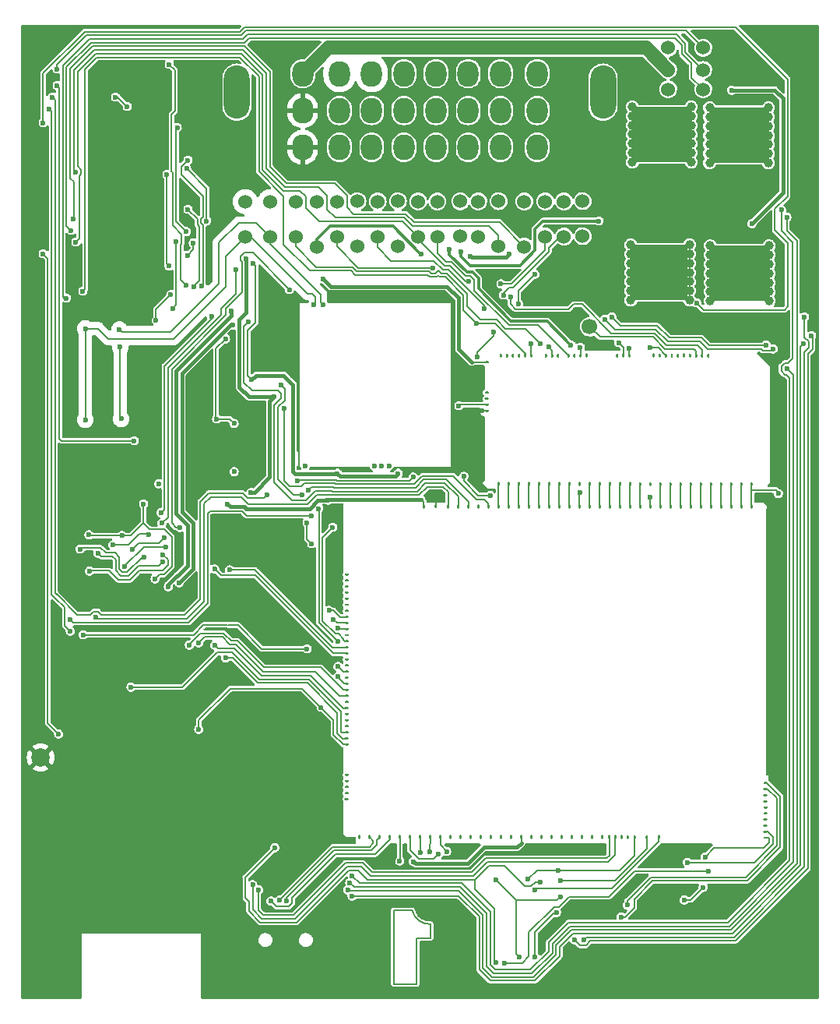
<source format=gbl>
G04 #@! TF.GenerationSoftware,KiCad,Pcbnew,(6.0.1)*
G04 #@! TF.CreationDate,2022-03-18T13:55:29+02:00*
G04 #@! TF.ProjectId,alphax_2ch,616c7068-6178-45f3-9263-682e6b696361,b*
G04 #@! TF.SameCoordinates,PX141f5e0PYa2cace0*
G04 #@! TF.FileFunction,Copper,L2,Bot*
G04 #@! TF.FilePolarity,Positive*
%FSLAX46Y46*%
G04 Gerber Fmt 4.6, Leading zero omitted, Abs format (unit mm)*
G04 Created by KiCad (PCBNEW (6.0.1)) date 2022-03-18 13:55:29*
%MOMM*%
%LPD*%
G01*
G04 APERTURE LIST*
G04 #@! TA.AperFunction,EtchedComponent*
%ADD10C,0.200000*%
G04 #@! TD*
G04 #@! TA.AperFunction,ComponentPad*
%ADD11C,0.599999*%
G04 #@! TD*
G04 #@! TA.AperFunction,ComponentPad*
%ADD12C,1.524000*%
G04 #@! TD*
G04 #@! TA.AperFunction,ComponentPad*
%ADD13C,1.700000*%
G04 #@! TD*
G04 #@! TA.AperFunction,SMDPad,CuDef*
%ADD14R,1.250000X0.250000*%
G04 #@! TD*
G04 #@! TA.AperFunction,SMDPad,CuDef*
%ADD15R,0.350000X0.250000*%
G04 #@! TD*
G04 #@! TA.AperFunction,SMDPad,CuDef*
%ADD16R,6.450000X0.250000*%
G04 #@! TD*
G04 #@! TA.AperFunction,SMDPad,CuDef*
%ADD17R,0.250000X18.200000*%
G04 #@! TD*
G04 #@! TA.AperFunction,SMDPad,CuDef*
%ADD18R,6.500000X0.250000*%
G04 #@! TD*
G04 #@! TA.AperFunction,SMDPad,CuDef*
%ADD19R,13.650000X0.250000*%
G04 #@! TD*
G04 #@! TA.AperFunction,ComponentPad*
%ADD20O,2.800000X5.800000*%
G04 #@! TD*
G04 #@! TA.AperFunction,ComponentPad*
%ADD21O,2.300000X2.800000*%
G04 #@! TD*
G04 #@! TA.AperFunction,SMDPad,CuDef*
%ADD22C,2.000000*%
G04 #@! TD*
G04 #@! TA.AperFunction,ViaPad*
%ADD23C,0.600000*%
G04 #@! TD*
G04 #@! TA.AperFunction,ViaPad*
%ADD24C,1.000000*%
G04 #@! TD*
G04 #@! TA.AperFunction,Conductor*
%ADD25C,0.200000*%
G04 #@! TD*
G04 #@! TA.AperFunction,Conductor*
%ADD26C,0.400000*%
G04 #@! TD*
G04 #@! TA.AperFunction,Conductor*
%ADD27C,0.203200*%
G04 #@! TD*
G04 #@! TA.AperFunction,Conductor*
%ADD28C,0.300000*%
G04 #@! TD*
G04 #@! TA.AperFunction,Conductor*
%ADD29C,1.500000*%
G04 #@! TD*
G04 APERTURE END LIST*
D10*
G04 #@! TO.C,G3*
X40646000Y1700000D02*
X40646000Y9700000D01*
X44646000Y6700000D02*
X43146000Y6700000D01*
X43146000Y6700000D02*
X43146000Y1700000D01*
X40646000Y9700000D02*
X42646000Y9700000D01*
X44646000Y6700000D02*
X44646000Y8200000D01*
X43146000Y1700000D02*
X40646000Y1700000D01*
X42646001Y9700000D02*
G75*
G03*
X44646000Y8200000I1921600J478801D01*
G01*
G04 #@! TD*
D11*
G04 #@! TO.P,M4,V1,IGN8*
G04 #@! TO.N,GND*
X70363132Y10805111D03*
G04 #@! TO.P,M4,V2,IGN7*
X69938124Y8970101D03*
G04 #@! TO.P,M4,V3,IGN6*
X69388127Y11020109D03*
G04 #@! TO.P,M4,V4,IGN5*
X68513168Y10805114D03*
G04 #@! TO.P,M4,V5,IGN4*
X67663145Y10730107D03*
G04 #@! TO.P,M4,V6,IGN3*
X67338129Y8970101D03*
G04 #@! TO.P,M4,V7,IGN2*
G04 #@! TO.N,/IGN2*
X66038162Y10280101D03*
G04 #@! TO.P,M4,V8,IGN1*
G04 #@! TO.N,/IGN1*
X65388145Y8970101D03*
G04 #@! TO.P,M4,V9,VCC*
G04 #@! TO.N,+5V_IGN*
X72563148Y14895116D03*
G04 #@! TO.P,M4,V10,V33*
G04 #@! TO.N,+3V3_IGN*
X72263146Y10820110D03*
G04 #@! TD*
D12*
G04 #@! TO.P,R8,1,1*
G04 #@! TO.N,/CAN-*
X49836417Y82896579D03*
G04 #@! TO.P,R8,2,2*
G04 #@! TO.N,/C6*
X49836417Y86706579D03*
G04 #@! TD*
G04 #@! TO.P,R9,1,1*
G04 #@! TO.N,/CAN+*
X47882571Y82918049D03*
G04 #@! TO.P,R9,2,2*
G04 #@! TO.N,/C5*
X47882571Y86728049D03*
G04 #@! TD*
G04 #@! TO.P,F4,1,1*
G04 #@! TO.N,/A3*
X36700000Y86750000D03*
G04 #@! TO.P,F4,2,2*
G04 #@! TO.N,/OUT_PUMP_RELAY*
X36700000Y81850000D03*
G04 #@! TD*
G04 #@! TO.P,M5,E1,GND*
G04 #@! TO.N,GND*
G04 #@! TA.AperFunction,SMDPad,CuDef*
G36*
G01*
X50649998Y64096477D02*
X50899998Y64096477D01*
G75*
G02*
X51024998Y63971477I0J-125000D01*
G01*
X51024998Y63971477D01*
G75*
G02*
X50899998Y63846477I-125000J0D01*
G01*
X50649998Y63846477D01*
G75*
G02*
X50524998Y63971477I0J125000D01*
G01*
X50524998Y63971477D01*
G75*
G02*
X50649998Y64096477I125000J0D01*
G01*
G37*
G04 #@! TD.AperFunction*
G04 #@! TO.P,M5,E2,V5*
G04 #@! TO.N,+5V*
G04 #@! TA.AperFunction,SMDPad,CuDef*
G36*
G01*
X50649998Y64756478D02*
X50899998Y64756478D01*
G75*
G02*
X51024998Y64631478I0J-125000D01*
G01*
X51024998Y64631478D01*
G75*
G02*
X50899998Y64506478I-125000J0D01*
G01*
X50649998Y64506478D01*
G75*
G02*
X50524998Y64631478I0J125000D01*
G01*
X50524998Y64631478D01*
G75*
G02*
X50649998Y64756478I125000J0D01*
G01*
G37*
G04 #@! TD.AperFunction*
G04 #@! TO.P,M5,E3,WBO_O2S2*
G04 #@! TO.N,unconnected-(M5-PadE3)*
G04 #@! TA.AperFunction,SMDPad,CuDef*
G36*
G01*
X50649998Y65416479D02*
X50899998Y65416479D01*
G75*
G02*
X51024998Y65291479I0J-125000D01*
G01*
X51024998Y65291479D01*
G75*
G02*
X50899998Y65166479I-125000J0D01*
G01*
X50649998Y65166479D01*
G75*
G02*
X50524998Y65291479I0J125000D01*
G01*
X50524998Y65291479D01*
G75*
G02*
X50649998Y65416479I125000J0D01*
G01*
G37*
G04 #@! TD.AperFunction*
G04 #@! TO.P,M5,E4,WBO_O2S*
G04 #@! TO.N,unconnected-(M5-PadE4)*
G04 #@! TA.AperFunction,SMDPad,CuDef*
G36*
G01*
X50649998Y66076480D02*
X50899998Y66076480D01*
G75*
G02*
X51024998Y65951480I0J-125000D01*
G01*
X51024998Y65951480D01*
G75*
G02*
X50899998Y65826480I-125000J0D01*
G01*
X50649998Y65826480D01*
G75*
G02*
X50524998Y65951480I0J125000D01*
G01*
X50524998Y65951480D01*
G75*
G02*
X50649998Y66076480I125000J0D01*
G01*
G37*
G04 #@! TD.AperFunction*
G04 #@! TO.P,M5,E5,V5A*
G04 #@! TO.N,+5VA*
G04 #@! TA.AperFunction,SMDPad,CuDef*
G36*
G01*
X50649998Y69376487D02*
X50899998Y69376487D01*
G75*
G02*
X51024998Y69251487I0J-125000D01*
G01*
X51024998Y69251487D01*
G75*
G02*
X50899998Y69126487I-125000J0D01*
G01*
X50649998Y69126487D01*
G75*
G02*
X50524998Y69251487I0J125000D01*
G01*
X50524998Y69251487D01*
G75*
G02*
X50649998Y69376487I125000J0D01*
G01*
G37*
G04 #@! TD.AperFunction*
G04 #@! TO.P,M5,N1,V5A*
G04 #@! TA.AperFunction,SMDPad,CuDef*
G36*
G01*
X79420000Y55877684D02*
X79420000Y56127684D01*
G75*
G02*
X79545000Y56252684I125000J0D01*
G01*
X79545000Y56252684D01*
G75*
G02*
X79670000Y56127684I0J-125000D01*
G01*
X79670000Y55877684D01*
G75*
G02*
X79545000Y55752684I-125000J0D01*
G01*
X79545000Y55752684D01*
G75*
G02*
X79420000Y55877684I0J125000D01*
G01*
G37*
G04 #@! TD.AperFunction*
G04 #@! TO.P,M5,N2,GNDA*
G04 #@! TO.N,GNDA*
G04 #@! TA.AperFunction,SMDPad,CuDef*
G36*
G01*
X78569996Y56127684D02*
X78569996Y55877684D01*
G75*
G02*
X78444996Y55752684I-125000J0D01*
G01*
X78444996Y55752684D01*
G75*
G02*
X78319996Y55877684I0J125000D01*
G01*
X78319996Y56127684D01*
G75*
G02*
X78444996Y56252684I125000J0D01*
G01*
X78444996Y56252684D01*
G75*
G02*
X78569996Y56127684I0J-125000D01*
G01*
G37*
G04 #@! TD.AperFunction*
G04 #@! TO.P,M5,N3,RES2*
G04 #@! TO.N,Net-(M5-PadN3)*
G04 #@! TA.AperFunction,SMDPad,CuDef*
G36*
G01*
X77469995Y56127684D02*
X77469995Y55877684D01*
G75*
G02*
X77344995Y55752684I-125000J0D01*
G01*
X77344995Y55752684D01*
G75*
G02*
X77219995Y55877684I0J125000D01*
G01*
X77219995Y56127684D01*
G75*
G02*
X77344995Y56252684I125000J0D01*
G01*
X77344995Y56252684D01*
G75*
G02*
X77469995Y56127684I0J-125000D01*
G01*
G37*
G04 #@! TD.AperFunction*
G04 #@! TO.P,M5,N4,O2S2*
G04 #@! TO.N,/AFR*
G04 #@! TA.AperFunction,SMDPad,CuDef*
G36*
G01*
X76369998Y56127684D02*
X76369998Y55877684D01*
G75*
G02*
X76244998Y55752684I-125000J0D01*
G01*
X76244998Y55752684D01*
G75*
G02*
X76119998Y55877684I0J125000D01*
G01*
X76119998Y56127684D01*
G75*
G02*
X76244998Y56252684I125000J0D01*
G01*
X76244998Y56252684D01*
G75*
G02*
X76369998Y56127684I0J-125000D01*
G01*
G37*
G04 #@! TD.AperFunction*
G04 #@! TO.P,M5,N5,PPS*
G04 #@! TO.N,Net-(M5-PadN5)*
G04 #@! TA.AperFunction,SMDPad,CuDef*
G36*
G01*
X75270000Y56127684D02*
X75270000Y55877684D01*
G75*
G02*
X75145000Y55752684I-125000J0D01*
G01*
X75145000Y55752684D01*
G75*
G02*
X75020000Y55877684I0J125000D01*
G01*
X75020000Y56127684D01*
G75*
G02*
X75145000Y56252684I125000J0D01*
G01*
X75145000Y56252684D01*
G75*
G02*
X75270000Y56127684I0J-125000D01*
G01*
G37*
G04 #@! TD.AperFunction*
G04 #@! TO.P,M5,N6,RES1*
G04 #@! TO.N,Net-(M5-PadN6)*
G04 #@! TA.AperFunction,SMDPad,CuDef*
G36*
G01*
X74170002Y56127684D02*
X74170002Y55877684D01*
G75*
G02*
X74045002Y55752684I-125000J0D01*
G01*
X74045002Y55752684D01*
G75*
G02*
X73920002Y55877684I0J125000D01*
G01*
X73920002Y56127684D01*
G75*
G02*
X74045002Y56252684I125000J0D01*
G01*
X74045002Y56252684D01*
G75*
G02*
X74170002Y56127684I0J-125000D01*
G01*
G37*
G04 #@! TD.AperFunction*
G04 #@! TO.P,M5,N7,AUX4*
G04 #@! TO.N,Net-(M5-PadN7)*
G04 #@! TA.AperFunction,SMDPad,CuDef*
G36*
G01*
X73070004Y56127684D02*
X73070004Y55877684D01*
G75*
G02*
X72945004Y55752684I-125000J0D01*
G01*
X72945004Y55752684D01*
G75*
G02*
X72820004Y55877684I0J125000D01*
G01*
X72820004Y56127684D01*
G75*
G02*
X72945004Y56252684I125000J0D01*
G01*
X72945004Y56252684D01*
G75*
G02*
X73070004Y56127684I0J-125000D01*
G01*
G37*
G04 #@! TD.AperFunction*
G04 #@! TO.P,M5,N8,AUX3*
G04 #@! TO.N,Net-(M5-PadN8)*
G04 #@! TA.AperFunction,SMDPad,CuDef*
G36*
G01*
X71970006Y56127684D02*
X71970006Y55877684D01*
G75*
G02*
X71845006Y55752684I-125000J0D01*
G01*
X71845006Y55752684D01*
G75*
G02*
X71720006Y55877684I0J125000D01*
G01*
X71720006Y56127684D01*
G75*
G02*
X71845006Y56252684I125000J0D01*
G01*
X71845006Y56252684D01*
G75*
G02*
X71970006Y56127684I0J-125000D01*
G01*
G37*
G04 #@! TD.AperFunction*
G04 #@! TO.P,M5,N9,AUX2*
G04 #@! TO.N,Net-(M5-PadN9)*
G04 #@! TA.AperFunction,SMDPad,CuDef*
G36*
G01*
X70870009Y56127684D02*
X70870009Y55877684D01*
G75*
G02*
X70745009Y55752684I-125000J0D01*
G01*
X70745009Y55752684D01*
G75*
G02*
X70620009Y55877684I0J125000D01*
G01*
X70620009Y56127684D01*
G75*
G02*
X70745009Y56252684I125000J0D01*
G01*
X70745009Y56252684D01*
G75*
G02*
X70870009Y56127684I0J-125000D01*
G01*
G37*
G04 #@! TD.AperFunction*
G04 #@! TO.P,M5,N10,AUX1*
G04 #@! TO.N,Net-(M5-PadN10)*
G04 #@! TA.AperFunction,SMDPad,CuDef*
G36*
G01*
X69770011Y56127684D02*
X69770011Y55877684D01*
G75*
G02*
X69645011Y55752684I-125000J0D01*
G01*
X69645011Y55752684D01*
G75*
G02*
X69520011Y55877684I0J125000D01*
G01*
X69520011Y56127684D01*
G75*
G02*
X69645011Y56252684I125000J0D01*
G01*
X69645011Y56252684D01*
G75*
G02*
X69770011Y56127684I0J-125000D01*
G01*
G37*
G04 #@! TD.AperFunction*
G04 #@! TO.P,M5,N11,RES3*
G04 #@! TO.N,unconnected-(M5-PadN11)*
G04 #@! TA.AperFunction,SMDPad,CuDef*
G36*
G01*
X68670013Y56127684D02*
X68670013Y55877684D01*
G75*
G02*
X68545013Y55752684I-125000J0D01*
G01*
X68545013Y55752684D01*
G75*
G02*
X68420013Y55877684I0J125000D01*
G01*
X68420013Y56127684D01*
G75*
G02*
X68545013Y56252684I125000J0D01*
G01*
X68545013Y56252684D01*
G75*
G02*
X68670013Y56127684I0J-125000D01*
G01*
G37*
G04 #@! TD.AperFunction*
G04 #@! TO.P,M5,N12,MAP3*
G04 #@! TO.N,/MAP2*
G04 #@! TA.AperFunction,SMDPad,CuDef*
G36*
G01*
X67570015Y56127684D02*
X67570015Y55877684D01*
G75*
G02*
X67445015Y55752684I-125000J0D01*
G01*
X67445015Y55752684D01*
G75*
G02*
X67320015Y55877684I0J125000D01*
G01*
X67320015Y56127684D01*
G75*
G02*
X67445015Y56252684I125000J0D01*
G01*
X67445015Y56252684D01*
G75*
G02*
X67570015Y56127684I0J-125000D01*
G01*
G37*
G04 #@! TD.AperFunction*
G04 #@! TO.P,M5,N13,MAP2*
G04 #@! TO.N,/MAP*
G04 #@! TA.AperFunction,SMDPad,CuDef*
G36*
G01*
X66470017Y56127684D02*
X66470017Y55877684D01*
G75*
G02*
X66345017Y55752684I-125000J0D01*
G01*
X66345017Y55752684D01*
G75*
G02*
X66220017Y55877684I0J125000D01*
G01*
X66220017Y56127684D01*
G75*
G02*
X66345017Y56252684I125000J0D01*
G01*
X66345017Y56252684D01*
G75*
G02*
X66470017Y56127684I0J-125000D01*
G01*
G37*
G04 #@! TD.AperFunction*
G04 #@! TO.P,M5,N14,MAP1*
G04 #@! TO.N,Net-(M5-PadN14)*
G04 #@! TA.AperFunction,SMDPad,CuDef*
G36*
G01*
X65370020Y56127684D02*
X65370020Y55877684D01*
G75*
G02*
X65245020Y55752684I-125000J0D01*
G01*
X65245020Y55752684D01*
G75*
G02*
X65120020Y55877684I0J125000D01*
G01*
X65120020Y56127684D01*
G75*
G02*
X65245020Y56252684I125000J0D01*
G01*
X65245020Y56252684D01*
G75*
G02*
X65370020Y56127684I0J-125000D01*
G01*
G37*
G04 #@! TD.AperFunction*
G04 #@! TO.P,M5,N15,IAT*
G04 #@! TO.N,/IAT*
G04 #@! TA.AperFunction,SMDPad,CuDef*
G36*
G01*
X64270022Y56127684D02*
X64270022Y55877684D01*
G75*
G02*
X64145022Y55752684I-125000J0D01*
G01*
X64145022Y55752684D01*
G75*
G02*
X64020022Y55877684I0J125000D01*
G01*
X64020022Y56127684D01*
G75*
G02*
X64145022Y56252684I125000J0D01*
G01*
X64145022Y56252684D01*
G75*
G02*
X64270022Y56127684I0J-125000D01*
G01*
G37*
G04 #@! TD.AperFunction*
G04 #@! TO.P,M5,N16,CLT*
G04 #@! TO.N,/CLT*
G04 #@! TA.AperFunction,SMDPad,CuDef*
G36*
G01*
X63170024Y56127684D02*
X63170024Y55877684D01*
G75*
G02*
X63045024Y55752684I-125000J0D01*
G01*
X63045024Y55752684D01*
G75*
G02*
X62920024Y55877684I0J125000D01*
G01*
X62920024Y56127684D01*
G75*
G02*
X63045024Y56252684I125000J0D01*
G01*
X63045024Y56252684D01*
G75*
G02*
X63170024Y56127684I0J-125000D01*
G01*
G37*
G04 #@! TD.AperFunction*
G04 #@! TO.P,M5,N17,TPS*
G04 #@! TO.N,/TPS*
G04 #@! TA.AperFunction,SMDPad,CuDef*
G36*
G01*
X62070026Y56127684D02*
X62070026Y55877684D01*
G75*
G02*
X61945026Y55752684I-125000J0D01*
G01*
X61945026Y55752684D01*
G75*
G02*
X61820026Y55877684I0J125000D01*
G01*
X61820026Y56127684D01*
G75*
G02*
X61945026Y56252684I125000J0D01*
G01*
X61945026Y56252684D01*
G75*
G02*
X62070026Y56127684I0J-125000D01*
G01*
G37*
G04 #@! TD.AperFunction*
G04 #@! TO.P,M5,N18,O2S*
G04 #@! TO.N,unconnected-(M5-PadN18)*
G04 #@! TA.AperFunction,SMDPad,CuDef*
G36*
G01*
X60970028Y56127684D02*
X60970028Y55877684D01*
G75*
G02*
X60845028Y55752684I-125000J0D01*
G01*
X60845028Y55752684D01*
G75*
G02*
X60720028Y55877684I0J125000D01*
G01*
X60720028Y56127684D01*
G75*
G02*
X60845028Y56252684I125000J0D01*
G01*
X60845028Y56252684D01*
G75*
G02*
X60970028Y56127684I0J-125000D01*
G01*
G37*
G04 #@! TD.AperFunction*
G04 #@! TO.P,M5,N19,CAM*
G04 #@! TO.N,/CAM*
G04 #@! TA.AperFunction,SMDPad,CuDef*
G36*
G01*
X59870031Y56127684D02*
X59870031Y55877684D01*
G75*
G02*
X59745031Y55752684I-125000J0D01*
G01*
X59745031Y55752684D01*
G75*
G02*
X59620031Y55877684I0J125000D01*
G01*
X59620031Y56127684D01*
G75*
G02*
X59745031Y56252684I125000J0D01*
G01*
X59745031Y56252684D01*
G75*
G02*
X59870031Y56127684I0J-125000D01*
G01*
G37*
G04 #@! TD.AperFunction*
G04 #@! TO.P,M5,N20,VSS*
G04 #@! TO.N,/2STEP*
G04 #@! TA.AperFunction,SMDPad,CuDef*
G36*
G01*
X58770033Y56127684D02*
X58770033Y55877684D01*
G75*
G02*
X58645033Y55752684I-125000J0D01*
G01*
X58645033Y55752684D01*
G75*
G02*
X58520033Y55877684I0J125000D01*
G01*
X58520033Y56127684D01*
G75*
G02*
X58645033Y56252684I125000J0D01*
G01*
X58645033Y56252684D01*
G75*
G02*
X58770033Y56127684I0J-125000D01*
G01*
G37*
G04 #@! TD.AperFunction*
G04 #@! TO.P,M5,N21,CRANK*
G04 #@! TO.N,/CRANK*
G04 #@! TA.AperFunction,SMDPad,CuDef*
G36*
G01*
X57670035Y56127684D02*
X57670035Y55877684D01*
G75*
G02*
X57545035Y55752684I-125000J0D01*
G01*
X57545035Y55752684D01*
G75*
G02*
X57420035Y55877684I0J125000D01*
G01*
X57420035Y56127684D01*
G75*
G02*
X57545035Y56252684I125000J0D01*
G01*
X57545035Y56252684D01*
G75*
G02*
X57670035Y56127684I0J-125000D01*
G01*
G37*
G04 #@! TD.AperFunction*
G04 #@! TO.P,M5,N22,KNOCK*
G04 #@! TO.N,Net-(M5-PadN22)*
G04 #@! TA.AperFunction,SMDPad,CuDef*
G36*
G01*
X56570037Y56127684D02*
X56570037Y55877684D01*
G75*
G02*
X56445037Y55752684I-125000J0D01*
G01*
X56445037Y55752684D01*
G75*
G02*
X56320037Y55877684I0J125000D01*
G01*
X56320037Y56127684D01*
G75*
G02*
X56445037Y56252684I125000J0D01*
G01*
X56445037Y56252684D01*
G75*
G02*
X56570037Y56127684I0J-125000D01*
G01*
G37*
G04 #@! TD.AperFunction*
G04 #@! TO.P,M5,N23,SENS4*
G04 #@! TO.N,Net-(M5-PadN23)*
G04 #@! TA.AperFunction,SMDPad,CuDef*
G36*
G01*
X55470039Y56127684D02*
X55470039Y55877684D01*
G75*
G02*
X55345039Y55752684I-125000J0D01*
G01*
X55345039Y55752684D01*
G75*
G02*
X55220039Y55877684I0J125000D01*
G01*
X55220039Y56127684D01*
G75*
G02*
X55345039Y56252684I125000J0D01*
G01*
X55345039Y56252684D01*
G75*
G02*
X55470039Y56127684I0J-125000D01*
G01*
G37*
G04 #@! TD.AperFunction*
G04 #@! TO.P,M5,N24,SENS3*
G04 #@! TO.N,Net-(M5-PadN24)*
G04 #@! TA.AperFunction,SMDPad,CuDef*
G36*
G01*
X54370042Y56127684D02*
X54370042Y55877684D01*
G75*
G02*
X54245042Y55752684I-125000J0D01*
G01*
X54245042Y55752684D01*
G75*
G02*
X54120042Y55877684I0J125000D01*
G01*
X54120042Y56127684D01*
G75*
G02*
X54245042Y56252684I125000J0D01*
G01*
X54245042Y56252684D01*
G75*
G02*
X54370042Y56127684I0J-125000D01*
G01*
G37*
G04 #@! TD.AperFunction*
G04 #@! TO.P,M5,N25,SENS2*
G04 #@! TO.N,Net-(M5-PadN25)*
G04 #@! TA.AperFunction,SMDPad,CuDef*
G36*
G01*
X53270044Y56127684D02*
X53270044Y55877684D01*
G75*
G02*
X53145044Y55752684I-125000J0D01*
G01*
X53145044Y55752684D01*
G75*
G02*
X53020044Y55877684I0J125000D01*
G01*
X53020044Y56127684D01*
G75*
G02*
X53145044Y56252684I125000J0D01*
G01*
X53145044Y56252684D01*
G75*
G02*
X53270044Y56127684I0J-125000D01*
G01*
G37*
G04 #@! TD.AperFunction*
G04 #@! TO.P,M5,N26,SENS1*
G04 #@! TO.N,Net-(M5-PadN26)*
G04 #@! TA.AperFunction,SMDPad,CuDef*
G36*
G01*
X52170046Y56127684D02*
X52170046Y55877684D01*
G75*
G02*
X52045046Y55752684I-125000J0D01*
G01*
X52045046Y55752684D01*
G75*
G02*
X51920046Y55877684I0J125000D01*
G01*
X51920046Y56127684D01*
G75*
G02*
X52045046Y56252684I125000J0D01*
G01*
X52045046Y56252684D01*
G75*
G02*
X52170046Y56127684I0J-125000D01*
G01*
G37*
G04 #@! TD.AperFunction*
G04 #@! TO.P,M5,S1,IN_SENS1*
G04 #@! TO.N,unconnected-(M5-PadS1)*
G04 #@! TA.AperFunction,SMDPad,CuDef*
G36*
G01*
X52420990Y70089683D02*
X52420990Y69839683D01*
G75*
G02*
X52295990Y69714683I-125000J0D01*
G01*
X52295990Y69714683D01*
G75*
G02*
X52170990Y69839683I0J125000D01*
G01*
X52170990Y70089683D01*
G75*
G02*
X52295990Y70214683I125000J0D01*
G01*
X52295990Y70214683D01*
G75*
G02*
X52420990Y70089683I0J-125000D01*
G01*
G37*
G04 #@! TD.AperFunction*
G04 #@! TO.P,M5,S2,IN_SENS2*
G04 #@! TO.N,unconnected-(M5-PadS2)*
G04 #@! TA.AperFunction,SMDPad,CuDef*
G36*
G01*
X53080992Y70089683D02*
X53080992Y69839683D01*
G75*
G02*
X52955992Y69714683I-125000J0D01*
G01*
X52955992Y69714683D01*
G75*
G02*
X52830992Y69839683I0J125000D01*
G01*
X52830992Y70089683D01*
G75*
G02*
X52955992Y70214683I125000J0D01*
G01*
X52955992Y70214683D01*
G75*
G02*
X53080992Y70089683I0J-125000D01*
G01*
G37*
G04 #@! TD.AperFunction*
G04 #@! TO.P,M5,S3,IN_SENS3*
G04 #@! TO.N,unconnected-(M5-PadS3)*
G04 #@! TA.AperFunction,SMDPad,CuDef*
G36*
G01*
X53740993Y70089683D02*
X53740993Y69839683D01*
G75*
G02*
X53615993Y69714683I-125000J0D01*
G01*
X53615993Y69714683D01*
G75*
G02*
X53490993Y69839683I0J125000D01*
G01*
X53490993Y70089683D01*
G75*
G02*
X53615993Y70214683I125000J0D01*
G01*
X53615993Y70214683D01*
G75*
G02*
X53740993Y70089683I0J-125000D01*
G01*
G37*
G04 #@! TD.AperFunction*
G04 #@! TO.P,M5,S4,IN_SENS4*
G04 #@! TO.N,unconnected-(M5-PadS4)*
G04 #@! TA.AperFunction,SMDPad,CuDef*
G36*
G01*
X54400994Y70089683D02*
X54400994Y69839683D01*
G75*
G02*
X54275994Y69714683I-125000J0D01*
G01*
X54275994Y69714683D01*
G75*
G02*
X54150994Y69839683I0J125000D01*
G01*
X54150994Y70089683D01*
G75*
G02*
X54275994Y70214683I125000J0D01*
G01*
X54275994Y70214683D01*
G75*
G02*
X54400994Y70089683I0J-125000D01*
G01*
G37*
G04 #@! TD.AperFunction*
G04 #@! TO.P,M5,S5,IN_CAM*
G04 #@! TO.N,/IN_CAM*
G04 #@! TA.AperFunction,SMDPad,CuDef*
G36*
G01*
X55060995Y70089683D02*
X55060995Y69839683D01*
G75*
G02*
X54935995Y69714683I-125000J0D01*
G01*
X54935995Y69714683D01*
G75*
G02*
X54810995Y69839683I0J125000D01*
G01*
X54810995Y70089683D01*
G75*
G02*
X54935995Y70214683I125000J0D01*
G01*
X54935995Y70214683D01*
G75*
G02*
X55060995Y70089683I0J-125000D01*
G01*
G37*
G04 #@! TD.AperFunction*
G04 #@! TO.P,M5,S6,IN_VSS*
G04 #@! TO.N,/IN_2STEP*
G04 #@! TA.AperFunction,SMDPad,CuDef*
G36*
G01*
X55720997Y70089683D02*
X55720997Y69839683D01*
G75*
G02*
X55595997Y69714683I-125000J0D01*
G01*
X55595997Y69714683D01*
G75*
G02*
X55470997Y69839683I0J125000D01*
G01*
X55470997Y70089683D01*
G75*
G02*
X55595997Y70214683I125000J0D01*
G01*
X55595997Y70214683D01*
G75*
G02*
X55720997Y70089683I0J-125000D01*
G01*
G37*
G04 #@! TD.AperFunction*
G04 #@! TO.P,M5,S7,IN_KNOCK*
G04 #@! TO.N,unconnected-(M5-PadS7)*
G04 #@! TA.AperFunction,SMDPad,CuDef*
G36*
G01*
X57321994Y70089683D02*
X57321994Y69839683D01*
G75*
G02*
X57196994Y69714683I-125000J0D01*
G01*
X57196994Y69714683D01*
G75*
G02*
X57071994Y69839683I0J125000D01*
G01*
X57071994Y70089683D01*
G75*
G02*
X57196994Y70214683I125000J0D01*
G01*
X57196994Y70214683D01*
G75*
G02*
X57321994Y70089683I0J-125000D01*
G01*
G37*
G04 #@! TD.AperFunction*
G04 #@! TO.P,M5,S8,IN_CRANK*
G04 #@! TO.N,/IN_CRANK*
G04 #@! TA.AperFunction,SMDPad,CuDef*
G36*
G01*
X57981995Y70089683D02*
X57981995Y69839683D01*
G75*
G02*
X57856995Y69714683I-125000J0D01*
G01*
X57856995Y69714683D01*
G75*
G02*
X57731995Y69839683I0J125000D01*
G01*
X57731995Y70089683D01*
G75*
G02*
X57856995Y70214683I125000J0D01*
G01*
X57856995Y70214683D01*
G75*
G02*
X57981995Y70089683I0J-125000D01*
G01*
G37*
G04 #@! TD.AperFunction*
G04 #@! TO.P,M5,S9,IN_O2S*
G04 #@! TO.N,unconnected-(M5-PadS9)*
G04 #@! TA.AperFunction,SMDPad,CuDef*
G36*
G01*
X58641997Y70089683D02*
X58641997Y69839683D01*
G75*
G02*
X58516997Y69714683I-125000J0D01*
G01*
X58516997Y69714683D01*
G75*
G02*
X58391997Y69839683I0J125000D01*
G01*
X58391997Y70089683D01*
G75*
G02*
X58516997Y70214683I125000J0D01*
G01*
X58516997Y70214683D01*
G75*
G02*
X58641997Y70089683I0J-125000D01*
G01*
G37*
G04 #@! TD.AperFunction*
G04 #@! TO.P,M5,S10,IN_TPS*
G04 #@! TO.N,/IN_TPS*
G04 #@! TA.AperFunction,SMDPad,CuDef*
G36*
G01*
X59762896Y70089683D02*
X59762896Y69839683D01*
G75*
G02*
X59637896Y69714683I-125000J0D01*
G01*
X59637896Y69714683D01*
G75*
G02*
X59512896Y69839683I0J125000D01*
G01*
X59512896Y70089683D01*
G75*
G02*
X59637896Y70214683I125000J0D01*
G01*
X59637896Y70214683D01*
G75*
G02*
X59762896Y70089683I0J-125000D01*
G01*
G37*
G04 #@! TD.AperFunction*
G04 #@! TO.P,M5,S11,IN_MAP1*
G04 #@! TO.N,unconnected-(M5-PadS11)*
G04 #@! TA.AperFunction,SMDPad,CuDef*
G36*
G01*
X60422897Y70089683D02*
X60422897Y69839683D01*
G75*
G02*
X60297897Y69714683I-125000J0D01*
G01*
X60297897Y69714683D01*
G75*
G02*
X60172897Y69839683I0J125000D01*
G01*
X60172897Y70089683D01*
G75*
G02*
X60297897Y70214683I125000J0D01*
G01*
X60297897Y70214683D01*
G75*
G02*
X60422897Y70089683I0J-125000D01*
G01*
G37*
G04 #@! TD.AperFunction*
G04 #@! TO.P,M5,S12,IN_MAP2*
G04 #@! TO.N,/IN_MAP2*
G04 #@! TA.AperFunction,SMDPad,CuDef*
G36*
G01*
X61082898Y70089683D02*
X61082898Y69839683D01*
G75*
G02*
X60957898Y69714683I-125000J0D01*
G01*
X60957898Y69714683D01*
G75*
G02*
X60832898Y69839683I0J125000D01*
G01*
X60832898Y70089683D01*
G75*
G02*
X60957898Y70214683I125000J0D01*
G01*
X60957898Y70214683D01*
G75*
G02*
X61082898Y70089683I0J-125000D01*
G01*
G37*
G04 #@! TD.AperFunction*
G04 #@! TO.P,M5,S13,VREF2*
G04 #@! TO.N,unconnected-(M5-PadS13)*
G04 #@! TA.AperFunction,SMDPad,CuDef*
G36*
G01*
X61742900Y70089683D02*
X61742900Y69839683D01*
G75*
G02*
X61617900Y69714683I-125000J0D01*
G01*
X61617900Y69714683D01*
G75*
G02*
X61492900Y69839683I0J125000D01*
G01*
X61492900Y70089683D01*
G75*
G02*
X61617900Y70214683I125000J0D01*
G01*
X61617900Y70214683D01*
G75*
G02*
X61742900Y70089683I0J-125000D01*
G01*
G37*
G04 #@! TD.AperFunction*
G04 #@! TO.P,M5,S14,VREF1*
G04 #@! TO.N,unconnected-(M5-PadS14)*
G04 #@! TA.AperFunction,SMDPad,CuDef*
G36*
G01*
X65068994Y70089683D02*
X65068994Y69839683D01*
G75*
G02*
X64943994Y69714683I-125000J0D01*
G01*
X64943994Y69714683D01*
G75*
G02*
X64818994Y69839683I0J125000D01*
G01*
X64818994Y70089683D01*
G75*
G02*
X64943994Y70214683I125000J0D01*
G01*
X64943994Y70214683D01*
G75*
G02*
X65068994Y70089683I0J-125000D01*
G01*
G37*
G04 #@! TD.AperFunction*
G04 #@! TO.P,M5,S15,IN_CLT*
G04 #@! TO.N,/IN_CLT*
G04 #@! TA.AperFunction,SMDPad,CuDef*
G36*
G01*
X65728995Y70089683D02*
X65728995Y69839683D01*
G75*
G02*
X65603995Y69714683I-125000J0D01*
G01*
X65603995Y69714683D01*
G75*
G02*
X65478995Y69839683I0J125000D01*
G01*
X65478995Y70089683D01*
G75*
G02*
X65603995Y70214683I125000J0D01*
G01*
X65603995Y70214683D01*
G75*
G02*
X65728995Y70089683I0J-125000D01*
G01*
G37*
G04 #@! TD.AperFunction*
G04 #@! TO.P,M5,S16,IN_IAT*
G04 #@! TO.N,/IN_IAT*
G04 #@! TA.AperFunction,SMDPad,CuDef*
G36*
G01*
X66388997Y70089683D02*
X66388997Y69839683D01*
G75*
G02*
X66263997Y69714683I-125000J0D01*
G01*
X66263997Y69714683D01*
G75*
G02*
X66138997Y69839683I0J125000D01*
G01*
X66138997Y70089683D01*
G75*
G02*
X66263997Y70214683I125000J0D01*
G01*
X66263997Y70214683D01*
G75*
G02*
X66388997Y70089683I0J-125000D01*
G01*
G37*
G04 #@! TD.AperFunction*
G04 #@! TO.P,M5,S17,IN_AUX1*
G04 #@! TO.N,unconnected-(M5-PadS17)*
G04 #@! TA.AperFunction,SMDPad,CuDef*
G36*
G01*
X69034988Y70089683D02*
X69034988Y69839683D01*
G75*
G02*
X68909988Y69714683I-125000J0D01*
G01*
X68909988Y69714683D01*
G75*
G02*
X68784988Y69839683I0J125000D01*
G01*
X68784988Y70089683D01*
G75*
G02*
X68909988Y70214683I125000J0D01*
G01*
X68909988Y70214683D01*
G75*
G02*
X69034988Y70089683I0J-125000D01*
G01*
G37*
G04 #@! TD.AperFunction*
G04 #@! TO.P,M5,S18,IN_AUX2*
G04 #@! TO.N,unconnected-(M5-PadS18)*
G04 #@! TA.AperFunction,SMDPad,CuDef*
G36*
G01*
X69694989Y70089683D02*
X69694989Y69839683D01*
G75*
G02*
X69569989Y69714683I-125000J0D01*
G01*
X69569989Y69714683D01*
G75*
G02*
X69444989Y69839683I0J125000D01*
G01*
X69444989Y70089683D01*
G75*
G02*
X69569989Y70214683I125000J0D01*
G01*
X69569989Y70214683D01*
G75*
G02*
X69694989Y70089683I0J-125000D01*
G01*
G37*
G04 #@! TD.AperFunction*
G04 #@! TO.P,M5,S19,IN_MAP3*
G04 #@! TO.N,/IN_MAP3*
G04 #@! TA.AperFunction,SMDPad,CuDef*
G36*
G01*
X70354991Y70089683D02*
X70354991Y69839683D01*
G75*
G02*
X70229991Y69714683I-125000J0D01*
G01*
X70229991Y69714683D01*
G75*
G02*
X70104991Y69839683I0J125000D01*
G01*
X70104991Y70089683D01*
G75*
G02*
X70229991Y70214683I125000J0D01*
G01*
X70229991Y70214683D01*
G75*
G02*
X70354991Y70089683I0J-125000D01*
G01*
G37*
G04 #@! TD.AperFunction*
G04 #@! TO.P,M5,S20,IN_AUX3*
G04 #@! TO.N,unconnected-(M5-PadS20)*
G04 #@! TA.AperFunction,SMDPad,CuDef*
G36*
G01*
X71014992Y70089683D02*
X71014992Y69839683D01*
G75*
G02*
X70889992Y69714683I-125000J0D01*
G01*
X70889992Y69714683D01*
G75*
G02*
X70764992Y69839683I0J125000D01*
G01*
X70764992Y70089683D01*
G75*
G02*
X70889992Y70214683I125000J0D01*
G01*
X70889992Y70214683D01*
G75*
G02*
X71014992Y70089683I0J-125000D01*
G01*
G37*
G04 #@! TD.AperFunction*
G04 #@! TO.P,M5,S21,IN_AUX4*
G04 #@! TO.N,unconnected-(M5-PadS21)*
G04 #@! TA.AperFunction,SMDPad,CuDef*
G36*
G01*
X71674993Y70089683D02*
X71674993Y69839683D01*
G75*
G02*
X71549993Y69714683I-125000J0D01*
G01*
X71549993Y69714683D01*
G75*
G02*
X71424993Y69839683I0J125000D01*
G01*
X71424993Y70089683D01*
G75*
G02*
X71549993Y70214683I125000J0D01*
G01*
X71549993Y70214683D01*
G75*
G02*
X71674993Y70089683I0J-125000D01*
G01*
G37*
G04 #@! TD.AperFunction*
G04 #@! TO.P,M5,S22,IN_RES3*
G04 #@! TO.N,unconnected-(M5-PadS22)*
G04 #@! TA.AperFunction,SMDPad,CuDef*
G36*
G01*
X72334994Y70089683D02*
X72334994Y69839683D01*
G75*
G02*
X72209994Y69714683I-125000J0D01*
G01*
X72209994Y69714683D01*
G75*
G02*
X72084994Y69839683I0J125000D01*
G01*
X72084994Y70089683D01*
G75*
G02*
X72209994Y70214683I125000J0D01*
G01*
X72209994Y70214683D01*
G75*
G02*
X72334994Y70089683I0J-125000D01*
G01*
G37*
G04 #@! TD.AperFunction*
G04 #@! TO.P,M5,S23,IN_RES1*
G04 #@! TO.N,unconnected-(M5-PadS23)*
G04 #@! TA.AperFunction,SMDPad,CuDef*
G36*
G01*
X72994996Y70089683D02*
X72994996Y69839683D01*
G75*
G02*
X72869996Y69714683I-125000J0D01*
G01*
X72869996Y69714683D01*
G75*
G02*
X72744996Y69839683I0J125000D01*
G01*
X72744996Y70089683D01*
G75*
G02*
X72869996Y70214683I125000J0D01*
G01*
X72869996Y70214683D01*
G75*
G02*
X72994996Y70089683I0J-125000D01*
G01*
G37*
G04 #@! TD.AperFunction*
G04 #@! TO.P,M5,S24,IN_PPS*
G04 #@! TO.N,Net-(M5-PadS24)*
G04 #@! TA.AperFunction,SMDPad,CuDef*
G36*
G01*
X73654997Y70089683D02*
X73654997Y69839683D01*
G75*
G02*
X73529997Y69714683I-125000J0D01*
G01*
X73529997Y69714683D01*
G75*
G02*
X73404997Y69839683I0J125000D01*
G01*
X73404997Y70089683D01*
G75*
G02*
X73529997Y70214683I125000J0D01*
G01*
X73529997Y70214683D01*
G75*
G02*
X73654997Y70089683I0J-125000D01*
G01*
G37*
G04 #@! TD.AperFunction*
G04 #@! TO.P,M5,S25,IN_O2S2*
G04 #@! TO.N,/IN_AFR*
G04 #@! TA.AperFunction,SMDPad,CuDef*
G36*
G01*
X74314998Y70089683D02*
X74314998Y69839683D01*
G75*
G02*
X74189998Y69714683I-125000J0D01*
G01*
X74189998Y69714683D01*
G75*
G02*
X74064998Y69839683I0J125000D01*
G01*
X74064998Y70089683D01*
G75*
G02*
X74189998Y70214683I125000J0D01*
G01*
X74189998Y70214683D01*
G75*
G02*
X74314998Y70089683I0J-125000D01*
G01*
G37*
G04 #@! TD.AperFunction*
G04 #@! TO.P,M5,S26,IN_RES2*
G04 #@! TO.N,unconnected-(M5-PadS26)*
G04 #@! TA.AperFunction,SMDPad,CuDef*
G36*
G01*
X74975000Y70089683D02*
X74975000Y69839683D01*
G75*
G02*
X74850000Y69714683I-125000J0D01*
G01*
X74850000Y69714683D01*
G75*
G02*
X74725000Y69839683I0J125000D01*
G01*
X74725000Y70089683D01*
G75*
G02*
X74850000Y70214683I125000J0D01*
G01*
X74850000Y70214683D01*
G75*
G02*
X74975000Y70089683I0J-125000D01*
G01*
G37*
G04 #@! TD.AperFunction*
G04 #@! TD*
D13*
G04 #@! TO.P,P2,1,Pin_1*
G04 #@! TO.N,Net-(M5-PadS24)*
X61958000Y73100000D03*
G04 #@! TD*
D12*
G04 #@! TO.P,R11,1,1*
G04 #@! TO.N,/IN_CRANK+*
X24500000Y82895000D03*
G04 #@! TO.P,R11,2,2*
G04 #@! TO.N,/C3*
X24500000Y86705000D03*
G04 #@! TD*
G04 #@! TO.P,R6,1,1*
G04 #@! TO.N,/OUT_IDLE*
X74305000Y103400000D03*
G04 #@! TO.P,R6,2,2*
G04 #@! TO.N,/C8*
X70495000Y103400000D03*
G04 #@! TD*
G04 #@! TO.P,R17,1,1*
G04 #@! TO.N,/IN_AFR*
X38900000Y82895000D03*
G04 #@! TO.P,R17,2,2*
G04 #@! TO.N,/B4*
X38900000Y86705000D03*
G04 #@! TD*
G04 #@! TO.P,R16,1,1*
G04 #@! TO.N,/IN_TPS*
X45400000Y82895000D03*
G04 #@! TO.P,R16,2,2*
G04 #@! TO.N,/B5*
X45400000Y86705000D03*
G04 #@! TD*
D11*
G04 #@! TO.P,M7,V1,V5*
G04 #@! TO.N,+5V*
X56543338Y12787498D03*
G04 #@! TO.P,M7,V2,CAN_VIO*
G04 #@! TO.N,/CAN_VIO*
X56018338Y11912496D03*
G04 #@! TO.P,M7,V5,CAN_TX*
G04 #@! TO.N,/CAN_TX*
X55268340Y13087500D03*
G04 #@! TO.P,M7,V6,CAN_RX*
G04 #@! TO.N,/CAN_RX*
X51718339Y13012497D03*
G04 #@! TD*
G04 #@! TO.P,M1,V1,V12*
G04 #@! TO.N,+12V*
X15066016Y56037888D03*
G04 #@! TO.P,M1,V2,VBAT*
G04 #@! TO.N,unconnected-(M1-PadV2)*
X23291016Y57362892D03*
G04 #@! TO.P,M1,V3,IN_VIGN*
G04 #@! TO.N,+12V_RAW*
X23273511Y62595386D03*
G04 #@! TO.P,M1,V4,V12_PERM*
X21391015Y63087892D03*
G04 #@! TO.P,M1,V5,VIGN*
G04 #@! TO.N,/VIGN*
X28741008Y64212878D03*
G04 #@! TD*
G04 #@! TO.P,M3,E1,Thresh_IN*
G04 #@! TO.N,/THRESHOLD_VR*
X31025000Y58000000D03*
G04 #@! TO.P,M3,E2,OUT_A*
G04 #@! TO.N,/VR_ANALOG*
X38525000Y58000000D03*
G04 #@! TO.P,M3,E3,OUT*
G04 #@! TO.N,/IN_CRANK*
X39325000Y58000000D03*
G04 #@! TO.P,M3,E4,V5_IN*
G04 #@! TO.N,+5V*
X40125000Y58000000D03*
D14*
G04 #@! TO.P,M3,G,GND*
G04 #@! TO.N,GND*
X30800000Y75750000D03*
D15*
X30350000Y57800000D03*
D16*
X43850000Y57800000D03*
D17*
X30300000Y66775000D03*
D18*
X34775000Y57800000D03*
D19*
X40250000Y75750000D03*
D17*
X46950000Y66775000D03*
D11*
G04 #@! TO.P,M3,W1,VR-*
G04 #@! TO.N,/IN_CRANK-*
X32925000Y75525000D03*
G04 #@! TO.P,M3,W2,VR+*
G04 #@! TO.N,/IN_CRANK+*
X31925000Y75525000D03*
G04 #@! TD*
D12*
G04 #@! TO.P,R10,1,1*
G04 #@! TO.N,/IN_2STEP*
X43300000Y82895000D03*
G04 #@! TO.P,R10,2,2*
G04 #@! TO.N,/C4*
X43300000Y86705000D03*
G04 #@! TD*
G04 #@! TO.P,R19,1,1*
G04 #@! TO.N,/IN_MAP2*
X30000000Y82895000D03*
G04 #@! TO.P,R19,2,2*
G04 #@! TO.N,/B2*
X30000000Y86705000D03*
G04 #@! TD*
G04 #@! TO.P,F1,1,1*
G04 #@! TO.N,/A7*
X54846000Y86700000D03*
G04 #@! TO.P,F1,2,2*
G04 #@! TO.N,/OUT_IGN2*
X54846000Y81800000D03*
G04 #@! TD*
G04 #@! TO.P,R14,1,1*
G04 #@! TO.N,/B8*
X70495000Y98900000D03*
G04 #@! TO.P,R14,2,2*
G04 #@! TO.N,/OUT_INJ2*
X74305000Y98900000D03*
G04 #@! TD*
G04 #@! TO.P,F3,1,1*
G04 #@! TO.N,/A4*
X41100000Y86750000D03*
G04 #@! TO.P,F3,2,2*
G04 #@! TO.N,/OUT_TACH*
X41100000Y81850000D03*
G04 #@! TD*
G04 #@! TO.P,M6,E1,SPI1_SCK*
G04 #@! TO.N,unconnected-(M6-PadE1)*
G04 #@! TA.AperFunction,SMDPad,CuDef*
G36*
G01*
X35410503Y21903625D02*
X35660503Y21903625D01*
G75*
G02*
X35785503Y21778625I0J-125000D01*
G01*
X35785503Y21778625D01*
G75*
G02*
X35660503Y21653625I-125000J0D01*
G01*
X35410503Y21653625D01*
G75*
G02*
X35285503Y21778625I0J125000D01*
G01*
X35285503Y21778625D01*
G75*
G02*
X35410503Y21903625I125000J0D01*
G01*
G37*
G04 #@! TD.AperFunction*
G04 #@! TO.P,M6,E2,SPI1_MISO*
G04 #@! TO.N,unconnected-(M6-PadE2)*
G04 #@! TA.AperFunction,SMDPad,CuDef*
G36*
G01*
X35660503Y22313623D02*
X35410503Y22313623D01*
G75*
G02*
X35285503Y22438623I0J125000D01*
G01*
X35285503Y22438623D01*
G75*
G02*
X35410503Y22563623I125000J0D01*
G01*
X35660503Y22563623D01*
G75*
G02*
X35785503Y22438623I0J-125000D01*
G01*
X35785503Y22438623D01*
G75*
G02*
X35660503Y22313623I-125000J0D01*
G01*
G37*
G04 #@! TD.AperFunction*
G04 #@! TO.P,M6,E3,SPI1_MOSI*
G04 #@! TO.N,unconnected-(M6-PadE3)*
G04 #@! TA.AperFunction,SMDPad,CuDef*
G36*
G01*
X35660503Y22973628D02*
X35410503Y22973628D01*
G75*
G02*
X35285503Y23098628I0J125000D01*
G01*
X35285503Y23098628D01*
G75*
G02*
X35410503Y23223628I125000J0D01*
G01*
X35660503Y23223628D01*
G75*
G02*
X35785503Y23098628I0J-125000D01*
G01*
X35785503Y23098628D01*
G75*
G02*
X35660503Y22973628I-125000J0D01*
G01*
G37*
G04 #@! TD.AperFunction*
G04 #@! TO.P,M6,E4,SPI1_CS1*
G04 #@! TO.N,unconnected-(M6-PadE4)*
G04 #@! TA.AperFunction,SMDPad,CuDef*
G36*
G01*
X35660503Y23633623D02*
X35410503Y23633623D01*
G75*
G02*
X35285503Y23758623I0J125000D01*
G01*
X35285503Y23758623D01*
G75*
G02*
X35410503Y23883623I125000J0D01*
G01*
X35660503Y23883623D01*
G75*
G02*
X35785503Y23758623I0J-125000D01*
G01*
X35785503Y23758623D01*
G75*
G02*
X35660503Y23633623I-125000J0D01*
G01*
G37*
G04 #@! TD.AperFunction*
G04 #@! TO.P,M6,E5,SPI1_CS2*
G04 #@! TO.N,unconnected-(M6-PadE5)*
G04 #@! TA.AperFunction,SMDPad,CuDef*
G36*
G01*
X35660503Y24293625D02*
X35410503Y24293625D01*
G75*
G02*
X35285503Y24418625I0J125000D01*
G01*
X35285503Y24418625D01*
G75*
G02*
X35410503Y24543625I125000J0D01*
G01*
X35660503Y24543625D01*
G75*
G02*
X35785503Y24418625I0J-125000D01*
G01*
X35785503Y24418625D01*
G75*
G02*
X35660503Y24293625I-125000J0D01*
G01*
G37*
G04 #@! TD.AperFunction*
G04 #@! TO.P,M6,E6,OUT_IO3*
G04 #@! TO.N,/PWR_EN*
G04 #@! TA.AperFunction,SMDPad,CuDef*
G36*
G01*
X35660503Y27593626D02*
X35410503Y27593626D01*
G75*
G02*
X35285503Y27718626I0J125000D01*
G01*
X35285503Y27718626D01*
G75*
G02*
X35410503Y27843626I125000J0D01*
G01*
X35660503Y27843626D01*
G75*
G02*
X35785503Y27718626I0J-125000D01*
G01*
X35785503Y27718626D01*
G75*
G02*
X35660503Y27593626I-125000J0D01*
G01*
G37*
G04 #@! TD.AperFunction*
G04 #@! TO.P,M6,E7,OUT_IO5*
G04 #@! TO.N,/CRANK_N_PULLUP*
G04 #@! TA.AperFunction,SMDPad,CuDef*
G36*
G01*
X35660503Y28253627D02*
X35410503Y28253627D01*
G75*
G02*
X35285503Y28378627I0J125000D01*
G01*
X35285503Y28378627D01*
G75*
G02*
X35410503Y28503627I125000J0D01*
G01*
X35660503Y28503627D01*
G75*
G02*
X35785503Y28378627I0J-125000D01*
G01*
X35785503Y28378627D01*
G75*
G02*
X35660503Y28253627I-125000J0D01*
G01*
G37*
G04 #@! TD.AperFunction*
G04 #@! TO.P,M6,E8,OUT_IO1*
G04 #@! TO.N,/TACH_PULLUP*
G04 #@! TA.AperFunction,SMDPad,CuDef*
G36*
G01*
X35660503Y28913629D02*
X35410503Y28913629D01*
G75*
G02*
X35285503Y29038629I0J125000D01*
G01*
X35285503Y29038629D01*
G75*
G02*
X35410503Y29163629I125000J0D01*
G01*
X35660503Y29163629D01*
G75*
G02*
X35785503Y29038629I0J-125000D01*
G01*
X35785503Y29038629D01*
G75*
G02*
X35660503Y28913629I-125000J0D01*
G01*
G37*
G04 #@! TD.AperFunction*
G04 #@! TO.P,M6,E9,OUT_IO6*
G04 #@! TO.N,unconnected-(M6-PadE9)*
G04 #@! TA.AperFunction,SMDPad,CuDef*
G36*
G01*
X35660503Y29573627D02*
X35410503Y29573627D01*
G75*
G02*
X35285503Y29698627I0J125000D01*
G01*
X35285503Y29698627D01*
G75*
G02*
X35410503Y29823627I125000J0D01*
G01*
X35660503Y29823627D01*
G75*
G02*
X35785503Y29698627I0J-125000D01*
G01*
X35785503Y29698627D01*
G75*
G02*
X35660503Y29573627I-125000J0D01*
G01*
G37*
G04 #@! TD.AperFunction*
G04 #@! TO.P,M6,E10,OUT_IO10*
G04 #@! TO.N,unconnected-(M6-PadE10)*
G04 #@! TA.AperFunction,SMDPad,CuDef*
G36*
G01*
X35660503Y30233629D02*
X35410503Y30233629D01*
G75*
G02*
X35285503Y30358629I0J125000D01*
G01*
X35285503Y30358629D01*
G75*
G02*
X35410503Y30483629I125000J0D01*
G01*
X35660503Y30483629D01*
G75*
G02*
X35785503Y30358629I0J-125000D01*
G01*
X35785503Y30358629D01*
G75*
G02*
X35660503Y30233629I-125000J0D01*
G01*
G37*
G04 #@! TD.AperFunction*
G04 #@! TO.P,M6,E11,OUT_IO9*
G04 #@! TO.N,unconnected-(M6-PadE11)*
G04 #@! TA.AperFunction,SMDPad,CuDef*
G36*
G01*
X35660503Y30893627D02*
X35410503Y30893627D01*
G75*
G02*
X35285503Y31018627I0J125000D01*
G01*
X35285503Y31018627D01*
G75*
G02*
X35410503Y31143627I125000J0D01*
G01*
X35660503Y31143627D01*
G75*
G02*
X35785503Y31018627I0J-125000D01*
G01*
X35785503Y31018627D01*
G75*
G02*
X35660503Y30893627I-125000J0D01*
G01*
G37*
G04 #@! TD.AperFunction*
G04 #@! TO.P,M6,E12,OUT_IO2*
G04 #@! TO.N,/CRANK_P_PULLUP*
G04 #@! TA.AperFunction,SMDPad,CuDef*
G36*
G01*
X35660503Y31553628D02*
X35410503Y31553628D01*
G75*
G02*
X35285503Y31678628I0J125000D01*
G01*
X35285503Y31678628D01*
G75*
G02*
X35410503Y31803628I125000J0D01*
G01*
X35660503Y31803628D01*
G75*
G02*
X35785503Y31678628I0J-125000D01*
G01*
X35785503Y31678628D01*
G75*
G02*
X35660503Y31553628I-125000J0D01*
G01*
G37*
G04 #@! TD.AperFunction*
G04 #@! TO.P,M6,E13,OUT_IO12*
G04 #@! TO.N,unconnected-(M6-PadE13)*
G04 #@! TA.AperFunction,SMDPad,CuDef*
G36*
G01*
X35660503Y32213627D02*
X35410503Y32213627D01*
G75*
G02*
X35285503Y32338627I0J125000D01*
G01*
X35285503Y32338627D01*
G75*
G02*
X35410503Y32463627I125000J0D01*
G01*
X35660503Y32463627D01*
G75*
G02*
X35785503Y32338627I0J-125000D01*
G01*
X35785503Y32338627D01*
G75*
G02*
X35660503Y32213627I-125000J0D01*
G01*
G37*
G04 #@! TD.AperFunction*
G04 #@! TO.P,M6,E14,OUT_PWM2*
G04 #@! TO.N,/PUMP_RELAY*
G04 #@! TA.AperFunction,SMDPad,CuDef*
G36*
G01*
X35660503Y32873628D02*
X35410503Y32873628D01*
G75*
G02*
X35285503Y32998628I0J125000D01*
G01*
X35285503Y32998628D01*
G75*
G02*
X35410503Y33123628I125000J0D01*
G01*
X35660503Y33123628D01*
G75*
G02*
X35785503Y32998628I0J-125000D01*
G01*
X35785503Y32998628D01*
G75*
G02*
X35660503Y32873628I-125000J0D01*
G01*
G37*
G04 #@! TD.AperFunction*
G04 #@! TO.P,M6,E15,OUT_PWM3*
G04 #@! TO.N,/TACH*
G04 #@! TA.AperFunction,SMDPad,CuDef*
G36*
G01*
X35660503Y33533627D02*
X35410503Y33533627D01*
G75*
G02*
X35285503Y33658627I0J125000D01*
G01*
X35285503Y33658627D01*
G75*
G02*
X35410503Y33783627I125000J0D01*
G01*
X35660503Y33783627D01*
G75*
G02*
X35785503Y33658627I0J-125000D01*
G01*
X35785503Y33658627D01*
G75*
G02*
X35660503Y33533627I-125000J0D01*
G01*
G37*
G04 #@! TD.AperFunction*
G04 #@! TO.P,M6,E16,OUT_PWM4*
G04 #@! TO.N,/FAN_RELAY*
G04 #@! TA.AperFunction,SMDPad,CuDef*
G36*
G01*
X35660503Y34193628D02*
X35410503Y34193628D01*
G75*
G02*
X35285503Y34318628I0J125000D01*
G01*
X35285503Y34318628D01*
G75*
G02*
X35410503Y34443628I125000J0D01*
G01*
X35660503Y34443628D01*
G75*
G02*
X35785503Y34318628I0J-125000D01*
G01*
X35785503Y34318628D01*
G75*
G02*
X35660503Y34193628I-125000J0D01*
G01*
G37*
G04 #@! TD.AperFunction*
G04 #@! TO.P,M6,E17,OUT_PWM5*
G04 #@! TO.N,unconnected-(M6-PadE17)*
G04 #@! TA.AperFunction,SMDPad,CuDef*
G36*
G01*
X35660503Y34853627D02*
X35410503Y34853627D01*
G75*
G02*
X35285503Y34978627I0J125000D01*
G01*
X35285503Y34978627D01*
G75*
G02*
X35410503Y35103627I125000J0D01*
G01*
X35660503Y35103627D01*
G75*
G02*
X35785503Y34978627I0J-125000D01*
G01*
X35785503Y34978627D01*
G75*
G02*
X35660503Y34853627I-125000J0D01*
G01*
G37*
G04 #@! TD.AperFunction*
G04 #@! TO.P,M6,E18,OUT_PWM6*
G04 #@! TO.N,/THRESHOLD_VR*
G04 #@! TA.AperFunction,SMDPad,CuDef*
G36*
G01*
X35660503Y35513628D02*
X35410503Y35513628D01*
G75*
G02*
X35285503Y35638628I0J125000D01*
G01*
X35285503Y35638628D01*
G75*
G02*
X35410503Y35763628I125000J0D01*
G01*
X35660503Y35763628D01*
G75*
G02*
X35785503Y35638628I0J-125000D01*
G01*
X35785503Y35638628D01*
G75*
G02*
X35660503Y35513628I-125000J0D01*
G01*
G37*
G04 #@! TD.AperFunction*
G04 #@! TO.P,M6,E19,OUT_PWM7*
G04 #@! TO.N,unconnected-(M6-PadE19)*
G04 #@! TA.AperFunction,SMDPad,CuDef*
G36*
G01*
X35660503Y36173627D02*
X35410503Y36173627D01*
G75*
G02*
X35285503Y36298627I0J125000D01*
G01*
X35285503Y36298627D01*
G75*
G02*
X35410503Y36423627I125000J0D01*
G01*
X35660503Y36423627D01*
G75*
G02*
X35785503Y36298627I0J-125000D01*
G01*
X35785503Y36298627D01*
G75*
G02*
X35660503Y36173627I-125000J0D01*
G01*
G37*
G04 #@! TD.AperFunction*
G04 #@! TO.P,M6,E20,OUT_IO11*
G04 #@! TO.N,unconnected-(M6-PadE20)*
G04 #@! TA.AperFunction,SMDPad,CuDef*
G36*
G01*
X35660503Y36833628D02*
X35410503Y36833628D01*
G75*
G02*
X35285503Y36958628I0J125000D01*
G01*
X35285503Y36958628D01*
G75*
G02*
X35410503Y37083628I125000J0D01*
G01*
X35660503Y37083628D01*
G75*
G02*
X35785503Y36958628I0J-125000D01*
G01*
X35785503Y36958628D01*
G75*
G02*
X35660503Y36833628I-125000J0D01*
G01*
G37*
G04 #@! TD.AperFunction*
G04 #@! TO.P,M6,E21,OUT_IO7*
G04 #@! TO.N,/2STEP_PULLDOWN*
G04 #@! TA.AperFunction,SMDPad,CuDef*
G36*
G01*
X35660503Y37493627D02*
X35410503Y37493627D01*
G75*
G02*
X35285503Y37618627I0J125000D01*
G01*
X35285503Y37618627D01*
G75*
G02*
X35410503Y37743627I125000J0D01*
G01*
X35660503Y37743627D01*
G75*
G02*
X35785503Y37618627I0J-125000D01*
G01*
X35785503Y37618627D01*
G75*
G02*
X35660503Y37493627I-125000J0D01*
G01*
G37*
G04 #@! TD.AperFunction*
G04 #@! TO.P,M6,E22,OUT_IO8*
G04 #@! TO.N,/CAM_PULLDOWN*
G04 #@! TA.AperFunction,SMDPad,CuDef*
G36*
G01*
X35660503Y38153628D02*
X35410503Y38153628D01*
G75*
G02*
X35285503Y38278628I0J125000D01*
G01*
X35285503Y38278628D01*
G75*
G02*
X35410503Y38403628I125000J0D01*
G01*
X35660503Y38403628D01*
G75*
G02*
X35785503Y38278628I0J-125000D01*
G01*
X35785503Y38278628D01*
G75*
G02*
X35660503Y38153628I-125000J0D01*
G01*
G37*
G04 #@! TD.AperFunction*
G04 #@! TO.P,M6,E23,OUT_IO4*
G04 #@! TO.N,/TEMP_PULLUP*
G04 #@! TA.AperFunction,SMDPad,CuDef*
G36*
G01*
X35660503Y38813627D02*
X35410503Y38813627D01*
G75*
G02*
X35285503Y38938627I0J125000D01*
G01*
X35285503Y38938627D01*
G75*
G02*
X35410503Y39063627I125000J0D01*
G01*
X35660503Y39063627D01*
G75*
G02*
X35785503Y38938627I0J-125000D01*
G01*
X35785503Y38938627D01*
G75*
G02*
X35660503Y38813627I-125000J0D01*
G01*
G37*
G04 #@! TD.AperFunction*
G04 #@! TO.P,M6,E24,OUT_IO13*
G04 #@! TO.N,unconnected-(M6-PadE24)*
G04 #@! TA.AperFunction,SMDPad,CuDef*
G36*
G01*
X35660503Y39473628D02*
X35410503Y39473628D01*
G75*
G02*
X35285503Y39598628I0J125000D01*
G01*
X35285503Y39598628D01*
G75*
G02*
X35410503Y39723628I125000J0D01*
G01*
X35660503Y39723628D01*
G75*
G02*
X35785503Y39598628I0J-125000D01*
G01*
X35785503Y39598628D01*
G75*
G02*
X35660503Y39473628I-125000J0D01*
G01*
G37*
G04 #@! TD.AperFunction*
G04 #@! TO.P,M6,E25,OUT_INJ1*
G04 #@! TO.N,/INJ1*
G04 #@! TA.AperFunction,SMDPad,CuDef*
G36*
G01*
X35660503Y40133627D02*
X35410503Y40133627D01*
G75*
G02*
X35285503Y40258627I0J125000D01*
G01*
X35285503Y40258627D01*
G75*
G02*
X35410503Y40383627I125000J0D01*
G01*
X35660503Y40383627D01*
G75*
G02*
X35785503Y40258627I0J-125000D01*
G01*
X35785503Y40258627D01*
G75*
G02*
X35660503Y40133627I-125000J0D01*
G01*
G37*
G04 #@! TD.AperFunction*
G04 #@! TO.P,M6,E26,OUT_INJ2*
G04 #@! TO.N,/INJ2*
G04 #@! TA.AperFunction,SMDPad,CuDef*
G36*
G01*
X35660503Y40793628D02*
X35410503Y40793628D01*
G75*
G02*
X35285503Y40918628I0J125000D01*
G01*
X35285503Y40918628D01*
G75*
G02*
X35410503Y41043628I125000J0D01*
G01*
X35660503Y41043628D01*
G75*
G02*
X35785503Y40918628I0J-125000D01*
G01*
X35785503Y40918628D01*
G75*
G02*
X35660503Y40793628I-125000J0D01*
G01*
G37*
G04 #@! TD.AperFunction*
G04 #@! TO.P,M6,E27,OUT_PWM1*
G04 #@! TO.N,/IDLE*
G04 #@! TA.AperFunction,SMDPad,CuDef*
G36*
G01*
X35660503Y41453626D02*
X35410503Y41453626D01*
G75*
G02*
X35285503Y41578626I0J125000D01*
G01*
X35285503Y41578626D01*
G75*
G02*
X35410503Y41703626I125000J0D01*
G01*
X35660503Y41703626D01*
G75*
G02*
X35785503Y41578626I0J-125000D01*
G01*
X35785503Y41578626D01*
G75*
G02*
X35660503Y41453626I-125000J0D01*
G01*
G37*
G04 #@! TD.AperFunction*
G04 #@! TO.P,M6,E28,OUT_PWM8*
G04 #@! TO.N,unconnected-(M6-PadE28)*
G04 #@! TA.AperFunction,SMDPad,CuDef*
G36*
G01*
X35660503Y42113628D02*
X35410503Y42113628D01*
G75*
G02*
X35285503Y42238628I0J125000D01*
G01*
X35285503Y42238628D01*
G75*
G02*
X35410503Y42363628I125000J0D01*
G01*
X35660503Y42363628D01*
G75*
G02*
X35785503Y42238628I0J-125000D01*
G01*
X35785503Y42238628D01*
G75*
G02*
X35660503Y42113628I-125000J0D01*
G01*
G37*
G04 #@! TD.AperFunction*
G04 #@! TO.P,M6,E29,OUT_INJ3*
G04 #@! TO.N,unconnected-(M6-PadE29)*
G04 #@! TA.AperFunction,SMDPad,CuDef*
G36*
G01*
X35660503Y42773626D02*
X35410503Y42773626D01*
G75*
G02*
X35285503Y42898626I0J125000D01*
G01*
X35285503Y42898626D01*
G75*
G02*
X35410503Y43023626I125000J0D01*
G01*
X35660503Y43023626D01*
G75*
G02*
X35785503Y42898626I0J-125000D01*
G01*
X35785503Y42898626D01*
G75*
G02*
X35660503Y42773626I-125000J0D01*
G01*
G37*
G04 #@! TD.AperFunction*
G04 #@! TO.P,M6,E30,OUT_INJ4*
G04 #@! TO.N,unconnected-(M6-PadE30)*
G04 #@! TA.AperFunction,SMDPad,CuDef*
G36*
G01*
X35660503Y43433628D02*
X35410503Y43433628D01*
G75*
G02*
X35285503Y43558628I0J125000D01*
G01*
X35285503Y43558628D01*
G75*
G02*
X35410503Y43683628I125000J0D01*
G01*
X35660503Y43683628D01*
G75*
G02*
X35785503Y43558628I0J-125000D01*
G01*
X35785503Y43558628D01*
G75*
G02*
X35660503Y43433628I-125000J0D01*
G01*
G37*
G04 #@! TD.AperFunction*
G04 #@! TO.P,M6,E31,OUT_INJ5*
G04 #@! TO.N,unconnected-(M6-PadE31)*
G04 #@! TA.AperFunction,SMDPad,CuDef*
G36*
G01*
X35660503Y44093626D02*
X35410503Y44093626D01*
G75*
G02*
X35285503Y44218626I0J125000D01*
G01*
X35285503Y44218626D01*
G75*
G02*
X35410503Y44343626I125000J0D01*
G01*
X35660503Y44343626D01*
G75*
G02*
X35785503Y44218626I0J-125000D01*
G01*
X35785503Y44218626D01*
G75*
G02*
X35660503Y44093626I-125000J0D01*
G01*
G37*
G04 #@! TD.AperFunction*
G04 #@! TO.P,M6,E32,OUT_INJ6*
G04 #@! TO.N,unconnected-(M6-PadE32)*
G04 #@! TA.AperFunction,SMDPad,CuDef*
G36*
G01*
X35660503Y44753627D02*
X35410503Y44753627D01*
G75*
G02*
X35285503Y44878627I0J125000D01*
G01*
X35285503Y44878627D01*
G75*
G02*
X35410503Y45003627I125000J0D01*
G01*
X35660503Y45003627D01*
G75*
G02*
X35785503Y44878627I0J-125000D01*
G01*
X35785503Y44878627D01*
G75*
G02*
X35660503Y44753627I-125000J0D01*
G01*
G37*
G04 #@! TD.AperFunction*
G04 #@! TO.P,M6,E33,OUT_INJ7*
G04 #@! TO.N,unconnected-(M6-PadE33)*
G04 #@! TA.AperFunction,SMDPad,CuDef*
G36*
G01*
X35660503Y45413626D02*
X35410503Y45413626D01*
G75*
G02*
X35285503Y45538626I0J125000D01*
G01*
X35285503Y45538626D01*
G75*
G02*
X35410503Y45663626I125000J0D01*
G01*
X35660503Y45663626D01*
G75*
G02*
X35785503Y45538626I0J-125000D01*
G01*
X35785503Y45538626D01*
G75*
G02*
X35660503Y45413626I-125000J0D01*
G01*
G37*
G04 #@! TD.AperFunction*
G04 #@! TO.P,M6,E34,OUT_INJ8*
G04 #@! TO.N,unconnected-(M6-PadE34)*
G04 #@! TA.AperFunction,SMDPad,CuDef*
G36*
G01*
X35660503Y46073627D02*
X35410503Y46073627D01*
G75*
G02*
X35285503Y46198627I0J125000D01*
G01*
X35285503Y46198627D01*
G75*
G02*
X35410503Y46323627I125000J0D01*
G01*
X35660503Y46323627D01*
G75*
G02*
X35785503Y46198627I0J-125000D01*
G01*
X35785503Y46198627D01*
G75*
G02*
X35660503Y46073627I-125000J0D01*
G01*
G37*
G04 #@! TD.AperFunction*
G04 #@! TO.P,M6,N1,CAN_VIO*
G04 #@! TO.N,/CAN_VIO*
G04 #@! TA.AperFunction,SMDPad,CuDef*
G36*
G01*
X69357501Y17526623D02*
X69357501Y17776623D01*
G75*
G02*
X69482501Y17901623I125000J0D01*
G01*
X69482501Y17901623D01*
G75*
G02*
X69607501Y17776623I0J-125000D01*
G01*
X69607501Y17526623D01*
G75*
G02*
X69482501Y17401623I-125000J0D01*
G01*
X69482501Y17401623D01*
G75*
G02*
X69357501Y17526623I0J125000D01*
G01*
G37*
G04 #@! TD.AperFunction*
G04 #@! TO.P,M6,N2,CAN_RX*
G04 #@! TO.N,/CAN_RX*
G04 #@! TA.AperFunction,SMDPad,CuDef*
G36*
G01*
X68287499Y17776623D02*
X68287499Y17526623D01*
G75*
G02*
X68162499Y17401623I-125000J0D01*
G01*
X68162499Y17401623D01*
G75*
G02*
X68037499Y17526623I0J125000D01*
G01*
X68037499Y17776623D01*
G75*
G02*
X68162499Y17901623I125000J0D01*
G01*
X68162499Y17901623D01*
G75*
G02*
X68287499Y17776623I0J-125000D01*
G01*
G37*
G04 #@! TD.AperFunction*
G04 #@! TO.P,M6,N3,CAN_TX*
G04 #@! TO.N,/CAN_TX*
G04 #@! TA.AperFunction,SMDPad,CuDef*
G36*
G01*
X66967496Y17776623D02*
X66967496Y17526623D01*
G75*
G02*
X66842496Y17401623I-125000J0D01*
G01*
X66842496Y17401623D01*
G75*
G02*
X66717496Y17526623I0J125000D01*
G01*
X66717496Y17776623D01*
G75*
G02*
X66842496Y17901623I125000J0D01*
G01*
X66842496Y17901623D01*
G75*
G02*
X66967496Y17776623I0J-125000D01*
G01*
G37*
G04 #@! TD.AperFunction*
G04 #@! TO.P,M6,N4,UART8_TX*
G04 #@! TO.N,unconnected-(M6-PadN4)*
G04 #@! TA.AperFunction,SMDPad,CuDef*
G36*
G01*
X66207498Y17776623D02*
X66207498Y17526623D01*
G75*
G02*
X66082498Y17401623I-125000J0D01*
G01*
X66082498Y17401623D01*
G75*
G02*
X65957498Y17526623I0J125000D01*
G01*
X65957498Y17776623D01*
G75*
G02*
X66082498Y17901623I125000J0D01*
G01*
X66082498Y17901623D01*
G75*
G02*
X66207498Y17776623I0J-125000D01*
G01*
G37*
G04 #@! TD.AperFunction*
G04 #@! TO.P,M6,N5,UART8_RX*
G04 #@! TO.N,unconnected-(M6-PadN5)*
G04 #@! TA.AperFunction,SMDPad,CuDef*
G36*
G01*
X65542495Y17776623D02*
X65542495Y17526623D01*
G75*
G02*
X65417495Y17401623I-125000J0D01*
G01*
X65417495Y17401623D01*
G75*
G02*
X65292495Y17526623I0J125000D01*
G01*
X65292495Y17776623D01*
G75*
G02*
X65417495Y17901623I125000J0D01*
G01*
X65417495Y17901623D01*
G75*
G02*
X65542495Y17776623I0J-125000D01*
G01*
G37*
G04 #@! TD.AperFunction*
G04 #@! TO.P,M6,N6,UART2_TX*
G04 #@! TO.N,/UART_TX*
G04 #@! TA.AperFunction,SMDPad,CuDef*
G36*
G01*
X64877493Y17776623D02*
X64877493Y17526623D01*
G75*
G02*
X64752493Y17401623I-125000J0D01*
G01*
X64752493Y17401623D01*
G75*
G02*
X64627493Y17526623I0J125000D01*
G01*
X64627493Y17776623D01*
G75*
G02*
X64752493Y17901623I125000J0D01*
G01*
X64752493Y17901623D01*
G75*
G02*
X64877493Y17776623I0J-125000D01*
G01*
G37*
G04 #@! TD.AperFunction*
G04 #@! TO.P,M6,N7,UART2_RX*
G04 #@! TO.N,/UART_RX*
G04 #@! TA.AperFunction,SMDPad,CuDef*
G36*
G01*
X64212503Y17776623D02*
X64212503Y17526623D01*
G75*
G02*
X64087503Y17401623I-125000J0D01*
G01*
X64087503Y17401623D01*
G75*
G02*
X63962503Y17526623I0J125000D01*
G01*
X63962503Y17776623D01*
G75*
G02*
X64087503Y17901623I125000J0D01*
G01*
X64087503Y17901623D01*
G75*
G02*
X64212503Y17776623I0J-125000D01*
G01*
G37*
G04 #@! TD.AperFunction*
G04 #@! TO.P,M6,N8,SPI3_CS*
G04 #@! TO.N,unconnected-(M6-PadN8)*
G04 #@! TA.AperFunction,SMDPad,CuDef*
G36*
G01*
X63437503Y17776623D02*
X63437503Y17526623D01*
G75*
G02*
X63312503Y17401623I-125000J0D01*
G01*
X63312503Y17401623D01*
G75*
G02*
X63187503Y17526623I0J125000D01*
G01*
X63187503Y17776623D01*
G75*
G02*
X63312503Y17901623I125000J0D01*
G01*
X63312503Y17901623D01*
G75*
G02*
X63437503Y17776623I0J-125000D01*
G01*
G37*
G04 #@! TD.AperFunction*
G04 #@! TO.P,M6,N9,SPI3_SCK*
G04 #@! TO.N,unconnected-(M6-PadN9)*
G04 #@! TA.AperFunction,SMDPad,CuDef*
G36*
G01*
X62337505Y17776623D02*
X62337505Y17526623D01*
G75*
G02*
X62212505Y17401623I-125000J0D01*
G01*
X62212505Y17401623D01*
G75*
G02*
X62087505Y17526623I0J125000D01*
G01*
X62087505Y17776623D01*
G75*
G02*
X62212505Y17901623I125000J0D01*
G01*
X62212505Y17901623D01*
G75*
G02*
X62337505Y17776623I0J-125000D01*
G01*
G37*
G04 #@! TD.AperFunction*
G04 #@! TO.P,M6,N10,SPI3_MISO*
G04 #@! TO.N,unconnected-(M6-PadN10)*
G04 #@! TA.AperFunction,SMDPad,CuDef*
G36*
G01*
X61237508Y17776623D02*
X61237508Y17526623D01*
G75*
G02*
X61112508Y17401623I-125000J0D01*
G01*
X61112508Y17401623D01*
G75*
G02*
X60987508Y17526623I0J125000D01*
G01*
X60987508Y17776623D01*
G75*
G02*
X61112508Y17901623I125000J0D01*
G01*
X61112508Y17901623D01*
G75*
G02*
X61237508Y17776623I0J-125000D01*
G01*
G37*
G04 #@! TD.AperFunction*
G04 #@! TO.P,M6,N11,SPI3_MOSI*
G04 #@! TO.N,unconnected-(M6-PadN11)*
G04 #@! TA.AperFunction,SMDPad,CuDef*
G36*
G01*
X60137510Y17776623D02*
X60137510Y17526623D01*
G75*
G02*
X60012510Y17401623I-125000J0D01*
G01*
X60012510Y17401623D01*
G75*
G02*
X59887510Y17526623I0J125000D01*
G01*
X59887510Y17776623D01*
G75*
G02*
X60012510Y17901623I125000J0D01*
G01*
X60012510Y17901623D01*
G75*
G02*
X60137510Y17776623I0J-125000D01*
G01*
G37*
G04 #@! TD.AperFunction*
G04 #@! TO.P,M6,N12,IO1*
G04 #@! TO.N,unconnected-(M6-PadN12)*
G04 #@! TA.AperFunction,SMDPad,CuDef*
G36*
G01*
X59037512Y17776623D02*
X59037512Y17526623D01*
G75*
G02*
X58912512Y17401623I-125000J0D01*
G01*
X58912512Y17401623D01*
G75*
G02*
X58787512Y17526623I0J125000D01*
G01*
X58787512Y17776623D01*
G75*
G02*
X58912512Y17901623I125000J0D01*
G01*
X58912512Y17901623D01*
G75*
G02*
X59037512Y17776623I0J-125000D01*
G01*
G37*
G04 #@! TD.AperFunction*
G04 #@! TO.P,M6,N13,IO2*
G04 #@! TO.N,unconnected-(M6-PadN13)*
G04 #@! TA.AperFunction,SMDPad,CuDef*
G36*
G01*
X57937514Y17776623D02*
X57937514Y17526623D01*
G75*
G02*
X57812514Y17401623I-125000J0D01*
G01*
X57812514Y17401623D01*
G75*
G02*
X57687514Y17526623I0J125000D01*
G01*
X57687514Y17776623D01*
G75*
G02*
X57812514Y17901623I125000J0D01*
G01*
X57812514Y17901623D01*
G75*
G02*
X57937514Y17776623I0J-125000D01*
G01*
G37*
G04 #@! TD.AperFunction*
G04 #@! TO.P,M6,N14,IO3*
G04 #@! TO.N,unconnected-(M6-PadN14)*
G04 #@! TA.AperFunction,SMDPad,CuDef*
G36*
G01*
X56837516Y17776623D02*
X56837516Y17526623D01*
G75*
G02*
X56712516Y17401623I-125000J0D01*
G01*
X56712516Y17401623D01*
G75*
G02*
X56587516Y17526623I0J125000D01*
G01*
X56587516Y17776623D01*
G75*
G02*
X56712516Y17901623I125000J0D01*
G01*
X56712516Y17901623D01*
G75*
G02*
X56837516Y17776623I0J-125000D01*
G01*
G37*
G04 #@! TD.AperFunction*
G04 #@! TO.P,M6,N15,IO4*
G04 #@! TO.N,unconnected-(M6-PadN15)*
G04 #@! TA.AperFunction,SMDPad,CuDef*
G36*
G01*
X55737519Y17776623D02*
X55737519Y17526623D01*
G75*
G02*
X55612519Y17401623I-125000J0D01*
G01*
X55612519Y17401623D01*
G75*
G02*
X55487519Y17526623I0J125000D01*
G01*
X55487519Y17776623D01*
G75*
G02*
X55612519Y17901623I125000J0D01*
G01*
X55612519Y17901623D01*
G75*
G02*
X55737519Y17776623I0J-125000D01*
G01*
G37*
G04 #@! TD.AperFunction*
G04 #@! TO.P,M6,N16,V33*
G04 #@! TO.N,+3V3*
G04 #@! TA.AperFunction,SMDPad,CuDef*
G36*
G01*
X54637521Y17776623D02*
X54637521Y17526623D01*
G75*
G02*
X54512521Y17401623I-125000J0D01*
G01*
X54512521Y17401623D01*
G75*
G02*
X54387521Y17526623I0J125000D01*
G01*
X54387521Y17776623D01*
G75*
G02*
X54512521Y17901623I125000J0D01*
G01*
X54512521Y17901623D01*
G75*
G02*
X54637521Y17776623I0J-125000D01*
G01*
G37*
G04 #@! TD.AperFunction*
G04 #@! TO.P,M6,N17,VBAT*
G04 #@! TO.N,unconnected-(M6-PadN17)*
G04 #@! TA.AperFunction,SMDPad,CuDef*
G36*
G01*
X53537523Y17776623D02*
X53537523Y17526623D01*
G75*
G02*
X53412523Y17401623I-125000J0D01*
G01*
X53412523Y17401623D01*
G75*
G02*
X53287523Y17526623I0J125000D01*
G01*
X53287523Y17776623D01*
G75*
G02*
X53412523Y17901623I125000J0D01*
G01*
X53412523Y17901623D01*
G75*
G02*
X53537523Y17776623I0J-125000D01*
G01*
G37*
G04 #@! TD.AperFunction*
G04 #@! TO.P,M6,N18,I2C_SDA*
G04 #@! TO.N,unconnected-(M6-PadN18)*
G04 #@! TA.AperFunction,SMDPad,CuDef*
G36*
G01*
X52437525Y17776623D02*
X52437525Y17526623D01*
G75*
G02*
X52312525Y17401623I-125000J0D01*
G01*
X52312525Y17401623D01*
G75*
G02*
X52187525Y17526623I0J125000D01*
G01*
X52187525Y17776623D01*
G75*
G02*
X52312525Y17901623I125000J0D01*
G01*
X52312525Y17901623D01*
G75*
G02*
X52437525Y17776623I0J-125000D01*
G01*
G37*
G04 #@! TD.AperFunction*
G04 #@! TO.P,M6,N19,I2C_SCL*
G04 #@! TO.N,unconnected-(M6-PadN19)*
G04 #@! TA.AperFunction,SMDPad,CuDef*
G36*
G01*
X51337527Y17776623D02*
X51337527Y17526623D01*
G75*
G02*
X51212527Y17401623I-125000J0D01*
G01*
X51212527Y17401623D01*
G75*
G02*
X51087527Y17526623I0J125000D01*
G01*
X51087527Y17776623D01*
G75*
G02*
X51212527Y17901623I125000J0D01*
G01*
X51212527Y17901623D01*
G75*
G02*
X51337527Y17776623I0J-125000D01*
G01*
G37*
G04 #@! TD.AperFunction*
G04 #@! TO.P,M6,N20,SPI2_SCK*
G04 #@! TO.N,unconnected-(M6-PadN20)*
G04 #@! TA.AperFunction,SMDPad,CuDef*
G36*
G01*
X50237530Y17776623D02*
X50237530Y17526623D01*
G75*
G02*
X50112530Y17401623I-125000J0D01*
G01*
X50112530Y17401623D01*
G75*
G02*
X49987530Y17526623I0J125000D01*
G01*
X49987530Y17776623D01*
G75*
G02*
X50112530Y17901623I125000J0D01*
G01*
X50112530Y17901623D01*
G75*
G02*
X50237530Y17776623I0J-125000D01*
G01*
G37*
G04 #@! TD.AperFunction*
G04 #@! TO.P,M6,N21,SPI2_MISO*
G04 #@! TO.N,unconnected-(M6-PadN21)*
G04 #@! TA.AperFunction,SMDPad,CuDef*
G36*
G01*
X49137532Y17776623D02*
X49137532Y17526623D01*
G75*
G02*
X49012532Y17401623I-125000J0D01*
G01*
X49012532Y17401623D01*
G75*
G02*
X48887532Y17526623I0J125000D01*
G01*
X48887532Y17776623D01*
G75*
G02*
X49012532Y17901623I125000J0D01*
G01*
X49012532Y17901623D01*
G75*
G02*
X49137532Y17776623I0J-125000D01*
G01*
G37*
G04 #@! TD.AperFunction*
G04 #@! TO.P,M6,N22,SPI2_MOSI*
G04 #@! TO.N,unconnected-(M6-PadN22)*
G04 #@! TA.AperFunction,SMDPad,CuDef*
G36*
G01*
X48037534Y17776623D02*
X48037534Y17526623D01*
G75*
G02*
X47912534Y17401623I-125000J0D01*
G01*
X47912534Y17401623D01*
G75*
G02*
X47787534Y17526623I0J125000D01*
G01*
X47787534Y17776623D01*
G75*
G02*
X47912534Y17901623I125000J0D01*
G01*
X47912534Y17901623D01*
G75*
G02*
X48037534Y17776623I0J-125000D01*
G01*
G37*
G04 #@! TD.AperFunction*
G04 #@! TO.P,M6,N23,SPI2_CS*
G04 #@! TO.N,unconnected-(M6-PadN23)*
G04 #@! TA.AperFunction,SMDPad,CuDef*
G36*
G01*
X46937536Y17776623D02*
X46937536Y17526623D01*
G75*
G02*
X46812536Y17401623I-125000J0D01*
G01*
X46812536Y17401623D01*
G75*
G02*
X46687536Y17526623I0J125000D01*
G01*
X46687536Y17776623D01*
G75*
G02*
X46812536Y17901623I125000J0D01*
G01*
X46812536Y17901623D01*
G75*
G02*
X46937536Y17776623I0J-125000D01*
G01*
G37*
G04 #@! TD.AperFunction*
G04 #@! TO.P,M6,N24,nReset*
G04 #@! TO.N,/NRESET*
G04 #@! TA.AperFunction,SMDPad,CuDef*
G36*
G01*
X45837538Y17776623D02*
X45837538Y17526623D01*
G75*
G02*
X45712538Y17401623I-125000J0D01*
G01*
X45712538Y17401623D01*
G75*
G02*
X45587538Y17526623I0J125000D01*
G01*
X45587538Y17776623D01*
G75*
G02*
X45712538Y17901623I125000J0D01*
G01*
X45712538Y17901623D01*
G75*
G02*
X45837538Y17776623I0J-125000D01*
G01*
G37*
G04 #@! TD.AperFunction*
G04 #@! TO.P,M6,N25,SWCLK*
G04 #@! TO.N,/SWCLK*
G04 #@! TA.AperFunction,SMDPad,CuDef*
G36*
G01*
X44737541Y17776623D02*
X44737541Y17526623D01*
G75*
G02*
X44612541Y17401623I-125000J0D01*
G01*
X44612541Y17401623D01*
G75*
G02*
X44487541Y17526623I0J125000D01*
G01*
X44487541Y17776623D01*
G75*
G02*
X44612541Y17901623I125000J0D01*
G01*
X44612541Y17901623D01*
G75*
G02*
X44737541Y17776623I0J-125000D01*
G01*
G37*
G04 #@! TD.AperFunction*
G04 #@! TO.P,M6,N26,SWDIO*
G04 #@! TO.N,/SWDIO*
G04 #@! TA.AperFunction,SMDPad,CuDef*
G36*
G01*
X43637543Y17776623D02*
X43637543Y17526623D01*
G75*
G02*
X43512543Y17401623I-125000J0D01*
G01*
X43512543Y17401623D01*
G75*
G02*
X43387543Y17526623I0J125000D01*
G01*
X43387543Y17776623D01*
G75*
G02*
X43512543Y17901623I125000J0D01*
G01*
X43512543Y17901623D01*
G75*
G02*
X43637543Y17776623I0J-125000D01*
G01*
G37*
G04 #@! TD.AperFunction*
G04 #@! TO.P,M6,N27,SWO*
G04 #@! TO.N,/SWO*
G04 #@! TA.AperFunction,SMDPad,CuDef*
G36*
G01*
X42537545Y17776623D02*
X42537545Y17526623D01*
G75*
G02*
X42412545Y17401623I-125000J0D01*
G01*
X42412545Y17401623D01*
G75*
G02*
X42287545Y17526623I0J125000D01*
G01*
X42287545Y17776623D01*
G75*
G02*
X42412545Y17901623I125000J0D01*
G01*
X42412545Y17901623D01*
G75*
G02*
X42537545Y17776623I0J-125000D01*
G01*
G37*
G04 #@! TD.AperFunction*
G04 #@! TO.P,M6,N28,BOOT0*
G04 #@! TO.N,/BOOT0*
G04 #@! TA.AperFunction,SMDPad,CuDef*
G36*
G01*
X41437547Y17776623D02*
X41437547Y17526623D01*
G75*
G02*
X41312547Y17401623I-125000J0D01*
G01*
X41312547Y17401623D01*
G75*
G02*
X41187547Y17526623I0J125000D01*
G01*
X41187547Y17776623D01*
G75*
G02*
X41312547Y17901623I125000J0D01*
G01*
X41312547Y17901623D01*
G75*
G02*
X41437547Y17776623I0J-125000D01*
G01*
G37*
G04 #@! TD.AperFunction*
G04 #@! TO.P,M6,N29,VBUS*
G04 #@! TO.N,/VBUS*
G04 #@! TA.AperFunction,SMDPad,CuDef*
G36*
G01*
X40337549Y17776623D02*
X40337549Y17526623D01*
G75*
G02*
X40212549Y17401623I-125000J0D01*
G01*
X40212549Y17401623D01*
G75*
G02*
X40087549Y17526623I0J125000D01*
G01*
X40087549Y17776623D01*
G75*
G02*
X40212549Y17901623I125000J0D01*
G01*
X40212549Y17901623D01*
G75*
G02*
X40337549Y17776623I0J-125000D01*
G01*
G37*
G04 #@! TD.AperFunction*
G04 #@! TO.P,M6,N30,USB1P*
G04 #@! TO.N,/USB+*
G04 #@! TA.AperFunction,SMDPad,CuDef*
G36*
G01*
X39237552Y17776623D02*
X39237552Y17526623D01*
G75*
G02*
X39112552Y17401623I-125000J0D01*
G01*
X39112552Y17401623D01*
G75*
G02*
X38987552Y17526623I0J125000D01*
G01*
X38987552Y17776623D01*
G75*
G02*
X39112552Y17901623I125000J0D01*
G01*
X39112552Y17901623D01*
G75*
G02*
X39237552Y17776623I0J-125000D01*
G01*
G37*
G04 #@! TD.AperFunction*
G04 #@! TO.P,M6,N31,USB1M*
G04 #@! TO.N,/USB-*
G04 #@! TA.AperFunction,SMDPad,CuDef*
G36*
G01*
X38137554Y17776623D02*
X38137554Y17526623D01*
G75*
G02*
X38012554Y17401623I-125000J0D01*
G01*
X38012554Y17401623D01*
G75*
G02*
X37887554Y17526623I0J125000D01*
G01*
X37887554Y17776623D01*
G75*
G02*
X38012554Y17901623I125000J0D01*
G01*
X38012554Y17901623D01*
G75*
G02*
X38137554Y17776623I0J-125000D01*
G01*
G37*
G04 #@! TD.AperFunction*
G04 #@! TO.P,M6,N32,USB1ID*
G04 #@! TO.N,unconnected-(M6-PadN32)*
G04 #@! TA.AperFunction,SMDPad,CuDef*
G36*
G01*
X37037556Y17776623D02*
X37037556Y17526623D01*
G75*
G02*
X36912556Y17401623I-125000J0D01*
G01*
X36912556Y17401623D01*
G75*
G02*
X36787556Y17526623I0J125000D01*
G01*
X36787556Y17776623D01*
G75*
G02*
X36912556Y17901623I125000J0D01*
G01*
X36912556Y17901623D01*
G75*
G02*
X37037556Y17776623I0J-125000D01*
G01*
G37*
G04 #@! TD.AperFunction*
G04 #@! TO.P,M6,S1,V5*
G04 #@! TO.N,+5V*
G04 #@! TA.AperFunction,SMDPad,CuDef*
G36*
G01*
X44037499Y53705623D02*
X44037499Y53455623D01*
G75*
G02*
X43912499Y53330623I-125000J0D01*
G01*
X43912499Y53330623D01*
G75*
G02*
X43787499Y53455623I0J125000D01*
G01*
X43787499Y53705623D01*
G75*
G02*
X43912499Y53830623I125000J0D01*
G01*
X43912499Y53830623D01*
G75*
G02*
X44037499Y53705623I0J-125000D01*
G01*
G37*
G04 #@! TD.AperFunction*
G04 #@! TO.P,M6,S2,GND*
G04 #@! TO.N,GND*
G04 #@! TA.AperFunction,SMDPad,CuDef*
G36*
G01*
X45107501Y53455623D02*
X45107501Y53705623D01*
G75*
G02*
X45232501Y53830623I125000J0D01*
G01*
X45232501Y53830623D01*
G75*
G02*
X45357501Y53705623I0J-125000D01*
G01*
X45357501Y53455623D01*
G75*
G02*
X45232501Y53330623I-125000J0D01*
G01*
X45232501Y53330623D01*
G75*
G02*
X45107501Y53455623I0J125000D01*
G01*
G37*
G04 #@! TD.AperFunction*
G04 #@! TA.AperFunction,SMDPad,CuDef*
G36*
G01*
X81097501Y24463623D02*
X81097501Y53263623D01*
G75*
G02*
X81197501Y53363623I100000J0D01*
G01*
X81197501Y53363623D01*
G75*
G02*
X81297501Y53263623I0J-100000D01*
G01*
X81297501Y24463623D01*
G75*
G02*
X81197501Y24363623I-100000J0D01*
G01*
X81197501Y24363623D01*
G75*
G02*
X81097501Y24463623I0J100000D01*
G01*
G37*
G04 #@! TD.AperFunction*
G04 #@! TO.P,M6,S3,IN_D1*
G04 #@! TO.N,/HALL1*
G04 #@! TA.AperFunction,SMDPad,CuDef*
G36*
G01*
X46427504Y53455623D02*
X46427504Y53705623D01*
G75*
G02*
X46552504Y53830623I125000J0D01*
G01*
X46552504Y53830623D01*
G75*
G02*
X46677504Y53705623I0J-125000D01*
G01*
X46677504Y53455623D01*
G75*
G02*
X46552504Y53330623I-125000J0D01*
G01*
X46552504Y53330623D01*
G75*
G02*
X46427504Y53455623I0J125000D01*
G01*
G37*
G04 #@! TD.AperFunction*
G04 #@! TO.P,M6,S4,IN_D2*
G04 #@! TO.N,/TLS115_PG*
G04 #@! TA.AperFunction,SMDPad,CuDef*
G36*
G01*
X47527501Y53455623D02*
X47527501Y53705623D01*
G75*
G02*
X47652501Y53830623I125000J0D01*
G01*
X47652501Y53830623D01*
G75*
G02*
X47777501Y53705623I0J-125000D01*
G01*
X47777501Y53455623D01*
G75*
G02*
X47652501Y53330623I-125000J0D01*
G01*
X47652501Y53330623D01*
G75*
G02*
X47527501Y53455623I0J125000D01*
G01*
G37*
G04 #@! TD.AperFunction*
G04 #@! TO.P,M6,S5,IN_D3*
G04 #@! TO.N,/HALL2*
G04 #@! TA.AperFunction,SMDPad,CuDef*
G36*
G01*
X48627499Y53455623D02*
X48627499Y53705623D01*
G75*
G02*
X48752499Y53830623I125000J0D01*
G01*
X48752499Y53830623D01*
G75*
G02*
X48877499Y53705623I0J-125000D01*
G01*
X48877499Y53455623D01*
G75*
G02*
X48752499Y53330623I-125000J0D01*
G01*
X48752499Y53330623D01*
G75*
G02*
X48627499Y53455623I0J125000D01*
G01*
G37*
G04 #@! TD.AperFunction*
G04 #@! TO.P,M6,S6,IN_D4*
G04 #@! TO.N,unconnected-(M6-PadS6)*
G04 #@! TA.AperFunction,SMDPad,CuDef*
G36*
G01*
X49727497Y53455623D02*
X49727497Y53705623D01*
G75*
G02*
X49852497Y53830623I125000J0D01*
G01*
X49852497Y53830623D01*
G75*
G02*
X49977497Y53705623I0J-125000D01*
G01*
X49977497Y53455623D01*
G75*
G02*
X49852497Y53330623I-125000J0D01*
G01*
X49852497Y53330623D01*
G75*
G02*
X49727497Y53455623I0J125000D01*
G01*
G37*
G04 #@! TD.AperFunction*
G04 #@! TO.P,M6,S7,VIGN*
G04 #@! TO.N,/VIGN*
G04 #@! TA.AperFunction,SMDPad,CuDef*
G36*
G01*
X50827495Y53455623D02*
X50827495Y53705623D01*
G75*
G02*
X50952495Y53830623I125000J0D01*
G01*
X50952495Y53830623D01*
G75*
G02*
X51077495Y53705623I0J-125000D01*
G01*
X51077495Y53455623D01*
G75*
G02*
X50952495Y53330623I-125000J0D01*
G01*
X50952495Y53330623D01*
G75*
G02*
X50827495Y53455623I0J125000D01*
G01*
G37*
G04 #@! TD.AperFunction*
G04 #@! TO.P,M6,S8,IN_SENS1*
G04 #@! TO.N,Net-(M5-PadN26)*
G04 #@! TA.AperFunction,SMDPad,CuDef*
G36*
G01*
X51927493Y53455623D02*
X51927493Y53705623D01*
G75*
G02*
X52052493Y53830623I125000J0D01*
G01*
X52052493Y53830623D01*
G75*
G02*
X52177493Y53705623I0J-125000D01*
G01*
X52177493Y53455623D01*
G75*
G02*
X52052493Y53330623I-125000J0D01*
G01*
X52052493Y53330623D01*
G75*
G02*
X51927493Y53455623I0J125000D01*
G01*
G37*
G04 #@! TD.AperFunction*
G04 #@! TO.P,M6,S9,IN_SENS2*
G04 #@! TO.N,Net-(M5-PadN25)*
G04 #@! TA.AperFunction,SMDPad,CuDef*
G36*
G01*
X53027490Y53455623D02*
X53027490Y53705623D01*
G75*
G02*
X53152490Y53830623I125000J0D01*
G01*
X53152490Y53830623D01*
G75*
G02*
X53277490Y53705623I0J-125000D01*
G01*
X53277490Y53455623D01*
G75*
G02*
X53152490Y53330623I-125000J0D01*
G01*
X53152490Y53330623D01*
G75*
G02*
X53027490Y53455623I0J125000D01*
G01*
G37*
G04 #@! TD.AperFunction*
G04 #@! TO.P,M6,S10,IN_SENS3*
G04 #@! TO.N,Net-(M5-PadN24)*
G04 #@! TA.AperFunction,SMDPad,CuDef*
G36*
G01*
X54127488Y53455623D02*
X54127488Y53705623D01*
G75*
G02*
X54252488Y53830623I125000J0D01*
G01*
X54252488Y53830623D01*
G75*
G02*
X54377488Y53705623I0J-125000D01*
G01*
X54377488Y53455623D01*
G75*
G02*
X54252488Y53330623I-125000J0D01*
G01*
X54252488Y53330623D01*
G75*
G02*
X54127488Y53455623I0J125000D01*
G01*
G37*
G04 #@! TD.AperFunction*
G04 #@! TO.P,M6,S11,IN_SENS4*
G04 #@! TO.N,Net-(M5-PadN23)*
G04 #@! TA.AperFunction,SMDPad,CuDef*
G36*
G01*
X55227486Y53455623D02*
X55227486Y53705623D01*
G75*
G02*
X55352486Y53830623I125000J0D01*
G01*
X55352486Y53830623D01*
G75*
G02*
X55477486Y53705623I0J-125000D01*
G01*
X55477486Y53455623D01*
G75*
G02*
X55352486Y53330623I-125000J0D01*
G01*
X55352486Y53330623D01*
G75*
G02*
X55227486Y53455623I0J125000D01*
G01*
G37*
G04 #@! TD.AperFunction*
G04 #@! TO.P,M6,S12,IN_KNOCK*
G04 #@! TO.N,Net-(M5-PadN22)*
G04 #@! TA.AperFunction,SMDPad,CuDef*
G36*
G01*
X56327484Y53455623D02*
X56327484Y53705623D01*
G75*
G02*
X56452484Y53830623I125000J0D01*
G01*
X56452484Y53830623D01*
G75*
G02*
X56577484Y53705623I0J-125000D01*
G01*
X56577484Y53455623D01*
G75*
G02*
X56452484Y53330623I-125000J0D01*
G01*
X56452484Y53330623D01*
G75*
G02*
X56327484Y53455623I0J125000D01*
G01*
G37*
G04 #@! TD.AperFunction*
G04 #@! TO.P,M6,S13,IN_CRANK*
G04 #@! TO.N,/CRANK*
G04 #@! TA.AperFunction,SMDPad,CuDef*
G36*
G01*
X57427482Y53455623D02*
X57427482Y53705623D01*
G75*
G02*
X57552482Y53830623I125000J0D01*
G01*
X57552482Y53830623D01*
G75*
G02*
X57677482Y53705623I0J-125000D01*
G01*
X57677482Y53455623D01*
G75*
G02*
X57552482Y53330623I-125000J0D01*
G01*
X57552482Y53330623D01*
G75*
G02*
X57427482Y53455623I0J125000D01*
G01*
G37*
G04 #@! TD.AperFunction*
G04 #@! TO.P,M6,S14,IN_VSS*
G04 #@! TO.N,/2STEP*
G04 #@! TA.AperFunction,SMDPad,CuDef*
G36*
G01*
X58527479Y53455623D02*
X58527479Y53705623D01*
G75*
G02*
X58652479Y53830623I125000J0D01*
G01*
X58652479Y53830623D01*
G75*
G02*
X58777479Y53705623I0J-125000D01*
G01*
X58777479Y53455623D01*
G75*
G02*
X58652479Y53330623I-125000J0D01*
G01*
X58652479Y53330623D01*
G75*
G02*
X58527479Y53455623I0J125000D01*
G01*
G37*
G04 #@! TD.AperFunction*
G04 #@! TO.P,M6,S15,IN_CAM*
G04 #@! TO.N,/CAM*
G04 #@! TA.AperFunction,SMDPad,CuDef*
G36*
G01*
X59627477Y53455623D02*
X59627477Y53705623D01*
G75*
G02*
X59752477Y53830623I125000J0D01*
G01*
X59752477Y53830623D01*
G75*
G02*
X59877477Y53705623I0J-125000D01*
G01*
X59877477Y53455623D01*
G75*
G02*
X59752477Y53330623I-125000J0D01*
G01*
X59752477Y53330623D01*
G75*
G02*
X59627477Y53455623I0J125000D01*
G01*
G37*
G04 #@! TD.AperFunction*
G04 #@! TO.P,M6,S16,IN_O2S*
G04 #@! TO.N,/WAKEUP*
G04 #@! TA.AperFunction,SMDPad,CuDef*
G36*
G01*
X60727475Y53455623D02*
X60727475Y53705623D01*
G75*
G02*
X60852475Y53830623I125000J0D01*
G01*
X60852475Y53830623D01*
G75*
G02*
X60977475Y53705623I0J-125000D01*
G01*
X60977475Y53455623D01*
G75*
G02*
X60852475Y53330623I-125000J0D01*
G01*
X60852475Y53330623D01*
G75*
G02*
X60727475Y53455623I0J125000D01*
G01*
G37*
G04 #@! TD.AperFunction*
G04 #@! TO.P,M6,S17,IN_TPS*
G04 #@! TO.N,/TPS*
G04 #@! TA.AperFunction,SMDPad,CuDef*
G36*
G01*
X61827473Y53455623D02*
X61827473Y53705623D01*
G75*
G02*
X61952473Y53830623I125000J0D01*
G01*
X61952473Y53830623D01*
G75*
G02*
X62077473Y53705623I0J-125000D01*
G01*
X62077473Y53455623D01*
G75*
G02*
X61952473Y53330623I-125000J0D01*
G01*
X61952473Y53330623D01*
G75*
G02*
X61827473Y53455623I0J125000D01*
G01*
G37*
G04 #@! TD.AperFunction*
G04 #@! TO.P,M6,S18,IN_CLT*
G04 #@! TO.N,/CLT*
G04 #@! TA.AperFunction,SMDPad,CuDef*
G36*
G01*
X62927471Y53455623D02*
X62927471Y53705623D01*
G75*
G02*
X63052471Y53830623I125000J0D01*
G01*
X63052471Y53830623D01*
G75*
G02*
X63177471Y53705623I0J-125000D01*
G01*
X63177471Y53455623D01*
G75*
G02*
X63052471Y53330623I-125000J0D01*
G01*
X63052471Y53330623D01*
G75*
G02*
X62927471Y53455623I0J125000D01*
G01*
G37*
G04 #@! TD.AperFunction*
G04 #@! TO.P,M6,S19,IN_IAT*
G04 #@! TO.N,/IAT*
G04 #@! TA.AperFunction,SMDPad,CuDef*
G36*
G01*
X64027468Y53455623D02*
X64027468Y53705623D01*
G75*
G02*
X64152468Y53830623I125000J0D01*
G01*
X64152468Y53830623D01*
G75*
G02*
X64277468Y53705623I0J-125000D01*
G01*
X64277468Y53455623D01*
G75*
G02*
X64152468Y53330623I-125000J0D01*
G01*
X64152468Y53330623D01*
G75*
G02*
X64027468Y53455623I0J125000D01*
G01*
G37*
G04 #@! TD.AperFunction*
G04 #@! TO.P,M6,S20,IN_MAP1*
G04 #@! TO.N,Net-(M5-PadN14)*
G04 #@! TA.AperFunction,SMDPad,CuDef*
G36*
G01*
X65127466Y53455623D02*
X65127466Y53705623D01*
G75*
G02*
X65252466Y53830623I125000J0D01*
G01*
X65252466Y53830623D01*
G75*
G02*
X65377466Y53705623I0J-125000D01*
G01*
X65377466Y53455623D01*
G75*
G02*
X65252466Y53330623I-125000J0D01*
G01*
X65252466Y53330623D01*
G75*
G02*
X65127466Y53455623I0J125000D01*
G01*
G37*
G04 #@! TD.AperFunction*
G04 #@! TO.P,M6,S21,IN_MAP2*
G04 #@! TO.N,/MAP*
G04 #@! TA.AperFunction,SMDPad,CuDef*
G36*
G01*
X66227464Y53455623D02*
X66227464Y53705623D01*
G75*
G02*
X66352464Y53830623I125000J0D01*
G01*
X66352464Y53830623D01*
G75*
G02*
X66477464Y53705623I0J-125000D01*
G01*
X66477464Y53455623D01*
G75*
G02*
X66352464Y53330623I-125000J0D01*
G01*
X66352464Y53330623D01*
G75*
G02*
X66227464Y53455623I0J125000D01*
G01*
G37*
G04 #@! TD.AperFunction*
G04 #@! TO.P,M6,S22,IN_MAP3*
G04 #@! TO.N,/MAP2*
G04 #@! TA.AperFunction,SMDPad,CuDef*
G36*
G01*
X67327462Y53455623D02*
X67327462Y53705623D01*
G75*
G02*
X67452462Y53830623I125000J0D01*
G01*
X67452462Y53830623D01*
G75*
G02*
X67577462Y53705623I0J-125000D01*
G01*
X67577462Y53455623D01*
G75*
G02*
X67452462Y53330623I-125000J0D01*
G01*
X67452462Y53330623D01*
G75*
G02*
X67327462Y53455623I0J125000D01*
G01*
G37*
G04 #@! TD.AperFunction*
G04 #@! TO.P,M6,S23,IN_RES3*
G04 #@! TO.N,/VR_ANALOG*
G04 #@! TA.AperFunction,SMDPad,CuDef*
G36*
G01*
X68427460Y53455623D02*
X68427460Y53705623D01*
G75*
G02*
X68552460Y53830623I125000J0D01*
G01*
X68552460Y53830623D01*
G75*
G02*
X68677460Y53705623I0J-125000D01*
G01*
X68677460Y53455623D01*
G75*
G02*
X68552460Y53330623I-125000J0D01*
G01*
X68552460Y53330623D01*
G75*
G02*
X68427460Y53455623I0J125000D01*
G01*
G37*
G04 #@! TD.AperFunction*
G04 #@! TO.P,M6,S24,IN_AUX1*
G04 #@! TO.N,Net-(M5-PadN10)*
G04 #@! TA.AperFunction,SMDPad,CuDef*
G36*
G01*
X69527457Y53455623D02*
X69527457Y53705623D01*
G75*
G02*
X69652457Y53830623I125000J0D01*
G01*
X69652457Y53830623D01*
G75*
G02*
X69777457Y53705623I0J-125000D01*
G01*
X69777457Y53455623D01*
G75*
G02*
X69652457Y53330623I-125000J0D01*
G01*
X69652457Y53330623D01*
G75*
G02*
X69527457Y53455623I0J125000D01*
G01*
G37*
G04 #@! TD.AperFunction*
G04 #@! TO.P,M6,S25,IN_AUX2*
G04 #@! TO.N,Net-(M5-PadN9)*
G04 #@! TA.AperFunction,SMDPad,CuDef*
G36*
G01*
X70627455Y53455623D02*
X70627455Y53705623D01*
G75*
G02*
X70752455Y53830623I125000J0D01*
G01*
X70752455Y53830623D01*
G75*
G02*
X70877455Y53705623I0J-125000D01*
G01*
X70877455Y53455623D01*
G75*
G02*
X70752455Y53330623I-125000J0D01*
G01*
X70752455Y53330623D01*
G75*
G02*
X70627455Y53455623I0J125000D01*
G01*
G37*
G04 #@! TD.AperFunction*
G04 #@! TO.P,M6,S26,IN_AUX3*
G04 #@! TO.N,Net-(M5-PadN8)*
G04 #@! TA.AperFunction,SMDPad,CuDef*
G36*
G01*
X71727453Y53455623D02*
X71727453Y53705623D01*
G75*
G02*
X71852453Y53830623I125000J0D01*
G01*
X71852453Y53830623D01*
G75*
G02*
X71977453Y53705623I0J-125000D01*
G01*
X71977453Y53455623D01*
G75*
G02*
X71852453Y53330623I-125000J0D01*
G01*
X71852453Y53330623D01*
G75*
G02*
X71727453Y53455623I0J125000D01*
G01*
G37*
G04 #@! TD.AperFunction*
G04 #@! TO.P,M6,S27,IN_AUX4*
G04 #@! TO.N,Net-(M5-PadN7)*
G04 #@! TA.AperFunction,SMDPad,CuDef*
G36*
G01*
X72827451Y53455623D02*
X72827451Y53705623D01*
G75*
G02*
X72952451Y53830623I125000J0D01*
G01*
X72952451Y53830623D01*
G75*
G02*
X73077451Y53705623I0J-125000D01*
G01*
X73077451Y53455623D01*
G75*
G02*
X72952451Y53330623I-125000J0D01*
G01*
X72952451Y53330623D01*
G75*
G02*
X72827451Y53455623I0J125000D01*
G01*
G37*
G04 #@! TD.AperFunction*
G04 #@! TO.P,M6,S28,IN_RES1*
G04 #@! TO.N,Net-(M5-PadN6)*
G04 #@! TA.AperFunction,SMDPad,CuDef*
G36*
G01*
X73927449Y53455623D02*
X73927449Y53705623D01*
G75*
G02*
X74052449Y53830623I125000J0D01*
G01*
X74052449Y53830623D01*
G75*
G02*
X74177449Y53705623I0J-125000D01*
G01*
X74177449Y53455623D01*
G75*
G02*
X74052449Y53330623I-125000J0D01*
G01*
X74052449Y53330623D01*
G75*
G02*
X73927449Y53455623I0J125000D01*
G01*
G37*
G04 #@! TD.AperFunction*
G04 #@! TO.P,M6,S29,IN_PPS*
G04 #@! TO.N,Net-(M5-PadN5)*
G04 #@! TA.AperFunction,SMDPad,CuDef*
G36*
G01*
X75027446Y53455623D02*
X75027446Y53705623D01*
G75*
G02*
X75152446Y53830623I125000J0D01*
G01*
X75152446Y53830623D01*
G75*
G02*
X75277446Y53705623I0J-125000D01*
G01*
X75277446Y53455623D01*
G75*
G02*
X75152446Y53330623I-125000J0D01*
G01*
X75152446Y53330623D01*
G75*
G02*
X75027446Y53455623I0J125000D01*
G01*
G37*
G04 #@! TD.AperFunction*
G04 #@! TO.P,M6,S30,IN_O2S2*
G04 #@! TO.N,/AFR*
G04 #@! TA.AperFunction,SMDPad,CuDef*
G36*
G01*
X76127444Y53455623D02*
X76127444Y53705623D01*
G75*
G02*
X76252444Y53830623I125000J0D01*
G01*
X76252444Y53830623D01*
G75*
G02*
X76377444Y53705623I0J-125000D01*
G01*
X76377444Y53455623D01*
G75*
G02*
X76252444Y53330623I-125000J0D01*
G01*
X76252444Y53330623D01*
G75*
G02*
X76127444Y53455623I0J125000D01*
G01*
G37*
G04 #@! TD.AperFunction*
G04 #@! TO.P,M6,S31,IN_RES2*
G04 #@! TO.N,Net-(M5-PadN3)*
G04 #@! TA.AperFunction,SMDPad,CuDef*
G36*
G01*
X77227442Y53455623D02*
X77227442Y53705623D01*
G75*
G02*
X77352442Y53830623I125000J0D01*
G01*
X77352442Y53830623D01*
G75*
G02*
X77477442Y53705623I0J-125000D01*
G01*
X77477442Y53455623D01*
G75*
G02*
X77352442Y53330623I-125000J0D01*
G01*
X77352442Y53330623D01*
G75*
G02*
X77227442Y53455623I0J125000D01*
G01*
G37*
G04 #@! TD.AperFunction*
G04 #@! TO.P,M6,S32,GNDA*
G04 #@! TO.N,GNDA*
G04 #@! TA.AperFunction,SMDPad,CuDef*
G36*
G01*
X78327440Y53455623D02*
X78327440Y53705623D01*
G75*
G02*
X78452440Y53830623I125000J0D01*
G01*
X78452440Y53830623D01*
G75*
G02*
X78577440Y53705623I0J-125000D01*
G01*
X78577440Y53455623D01*
G75*
G02*
X78452440Y53330623I-125000J0D01*
G01*
X78452440Y53330623D01*
G75*
G02*
X78327440Y53455623I0J125000D01*
G01*
G37*
G04 #@! TD.AperFunction*
G04 #@! TO.P,M6,S33,V5A*
G04 #@! TO.N,+5VA*
G04 #@! TA.AperFunction,SMDPad,CuDef*
G36*
G01*
X79427438Y53455623D02*
X79427438Y53705623D01*
G75*
G02*
X79552438Y53830623I125000J0D01*
G01*
X79552438Y53830623D01*
G75*
G02*
X79677438Y53705623I0J-125000D01*
G01*
X79677438Y53455623D01*
G75*
G02*
X79552438Y53330623I-125000J0D01*
G01*
X79552438Y53330623D01*
G75*
G02*
X79427438Y53455623I0J125000D01*
G01*
G37*
G04 #@! TD.AperFunction*
G04 #@! TO.P,M6,W1,OUT_IGN1*
G04 #@! TO.N,/IGN1*
G04 #@! TA.AperFunction,SMDPad,CuDef*
G36*
G01*
X80937501Y23648623D02*
X81187501Y23648623D01*
G75*
G02*
X81312501Y23523623I0J-125000D01*
G01*
X81312501Y23523623D01*
G75*
G02*
X81187501Y23398623I-125000J0D01*
G01*
X80937501Y23398623D01*
G75*
G02*
X80812501Y23523623I0J125000D01*
G01*
X80812501Y23523623D01*
G75*
G02*
X80937501Y23648623I125000J0D01*
G01*
G37*
G04 #@! TD.AperFunction*
G04 #@! TO.P,M6,W2,OUT_IGN2*
G04 #@! TO.N,/IGN2*
G04 #@! TA.AperFunction,SMDPad,CuDef*
G36*
G01*
X80937501Y22988623D02*
X81187501Y22988623D01*
G75*
G02*
X81312501Y22863623I0J-125000D01*
G01*
X81312501Y22863623D01*
G75*
G02*
X81187501Y22738623I-125000J0D01*
G01*
X80937501Y22738623D01*
G75*
G02*
X80812501Y22863623I0J125000D01*
G01*
X80812501Y22863623D01*
G75*
G02*
X80937501Y22988623I125000J0D01*
G01*
G37*
G04 #@! TD.AperFunction*
G04 #@! TO.P,M6,W3,OUT_IGN3*
G04 #@! TO.N,unconnected-(M6-PadW3)*
G04 #@! TA.AperFunction,SMDPad,CuDef*
G36*
G01*
X80937501Y22328621D02*
X81187501Y22328621D01*
G75*
G02*
X81312501Y22203621I0J-125000D01*
G01*
X81312501Y22203621D01*
G75*
G02*
X81187501Y22078621I-125000J0D01*
G01*
X80937501Y22078621D01*
G75*
G02*
X80812501Y22203621I0J125000D01*
G01*
X80812501Y22203621D01*
G75*
G02*
X80937501Y22328621I125000J0D01*
G01*
G37*
G04 #@! TD.AperFunction*
G04 #@! TO.P,M6,W4,OUT_IGN4*
G04 #@! TO.N,unconnected-(M6-PadW4)*
G04 #@! TA.AperFunction,SMDPad,CuDef*
G36*
G01*
X80937501Y21668620D02*
X81187501Y21668620D01*
G75*
G02*
X81312501Y21543620I0J-125000D01*
G01*
X81312501Y21543620D01*
G75*
G02*
X81187501Y21418620I-125000J0D01*
G01*
X80937501Y21418620D01*
G75*
G02*
X80812501Y21543620I0J125000D01*
G01*
X80812501Y21543620D01*
G75*
G02*
X80937501Y21668620I125000J0D01*
G01*
G37*
G04 #@! TD.AperFunction*
G04 #@! TO.P,M6,W5,OUT_IGN5*
G04 #@! TO.N,unconnected-(M6-PadW5)*
G04 #@! TA.AperFunction,SMDPad,CuDef*
G36*
G01*
X80937501Y21008618D02*
X81187501Y21008618D01*
G75*
G02*
X81312501Y20883618I0J-125000D01*
G01*
X81312501Y20883618D01*
G75*
G02*
X81187501Y20758618I-125000J0D01*
G01*
X80937501Y20758618D01*
G75*
G02*
X80812501Y20883618I0J125000D01*
G01*
X80812501Y20883618D01*
G75*
G02*
X80937501Y21008618I125000J0D01*
G01*
G37*
G04 #@! TD.AperFunction*
G04 #@! TO.P,M6,W6,OUT_IGN6*
G04 #@! TO.N,unconnected-(M6-PadW6)*
G04 #@! TA.AperFunction,SMDPad,CuDef*
G36*
G01*
X80937501Y20348617D02*
X81187501Y20348617D01*
G75*
G02*
X81312501Y20223617I0J-125000D01*
G01*
X81312501Y20223617D01*
G75*
G02*
X81187501Y20098617I-125000J0D01*
G01*
X80937501Y20098617D01*
G75*
G02*
X80812501Y20223617I0J125000D01*
G01*
X80812501Y20223617D01*
G75*
G02*
X80937501Y20348617I125000J0D01*
G01*
G37*
G04 #@! TD.AperFunction*
G04 #@! TO.P,M6,W7,OUT_IGN7*
G04 #@! TO.N,unconnected-(M6-PadW7)*
G04 #@! TA.AperFunction,SMDPad,CuDef*
G36*
G01*
X80937501Y19688616D02*
X81187501Y19688616D01*
G75*
G02*
X81312501Y19563616I0J-125000D01*
G01*
X81312501Y19563616D01*
G75*
G02*
X81187501Y19438616I-125000J0D01*
G01*
X80937501Y19438616D01*
G75*
G02*
X80812501Y19563616I0J125000D01*
G01*
X80812501Y19563616D01*
G75*
G02*
X80937501Y19688616I125000J0D01*
G01*
G37*
G04 #@! TD.AperFunction*
G04 #@! TO.P,M6,W8,OUT_IGN8*
G04 #@! TO.N,unconnected-(M6-PadW8)*
G04 #@! TA.AperFunction,SMDPad,CuDef*
G36*
G01*
X80937501Y19028615D02*
X81187501Y19028615D01*
G75*
G02*
X81312501Y18903615I0J-125000D01*
G01*
X81312501Y18903615D01*
G75*
G02*
X81187501Y18778615I-125000J0D01*
G01*
X80937501Y18778615D01*
G75*
G02*
X80812501Y18903615I0J125000D01*
G01*
X80812501Y18903615D01*
G75*
G02*
X80937501Y19028615I125000J0D01*
G01*
G37*
G04 #@! TD.AperFunction*
G04 #@! TO.P,M6,W9,IGN_V5*
G04 #@! TO.N,+5V_IGN*
G04 #@! TA.AperFunction,SMDPad,CuDef*
G36*
G01*
X80937501Y18368613D02*
X81187501Y18368613D01*
G75*
G02*
X81312501Y18243613I0J-125000D01*
G01*
X81312501Y18243613D01*
G75*
G02*
X81187501Y18118613I-125000J0D01*
G01*
X80937501Y18118613D01*
G75*
G02*
X80812501Y18243613I0J125000D01*
G01*
X80812501Y18243613D01*
G75*
G02*
X80937501Y18368613I125000J0D01*
G01*
G37*
G04 #@! TD.AperFunction*
G04 #@! TO.P,M6,W10,IGN_V33*
G04 #@! TO.N,+3V3_IGN*
G04 #@! TA.AperFunction,SMDPad,CuDef*
G36*
G01*
X80937501Y17708612D02*
X81187501Y17708612D01*
G75*
G02*
X81312501Y17583612I0J-125000D01*
G01*
X81312501Y17583612D01*
G75*
G02*
X81187501Y17458612I-125000J0D01*
G01*
X80937501Y17458612D01*
G75*
G02*
X80812501Y17583612I0J125000D01*
G01*
X80812501Y17583612D01*
G75*
G02*
X80937501Y17708612I125000J0D01*
G01*
G37*
G04 #@! TD.AperFunction*
G04 #@! TD*
G04 #@! TO.P,R15,1,1*
G04 #@! TO.N,/IN_CLT*
X57132000Y82895000D03*
G04 #@! TO.P,R15,2,2*
G04 #@! TO.N,/B7*
X57132000Y86705000D03*
G04 #@! TD*
G04 #@! TO.P,R7,1,1*
G04 #@! TO.N,/IN_CAM*
X59164000Y82895000D03*
G04 #@! TO.P,R7,2,2*
G04 #@! TO.N,/C7*
X59164000Y86705000D03*
G04 #@! TD*
G04 #@! TO.P,R13,1,1*
G04 #@! TO.N,/OUT_FAN_RELAY*
X74305000Y101000000D03*
G04 #@! TO.P,R13,2,2*
G04 #@! TO.N,/C1*
X70495000Y101000000D03*
G04 #@! TD*
G04 #@! TO.P,R20,1,1*
G04 #@! TO.N,/OUT_INJ1*
X61196000Y82943000D03*
G04 #@! TO.P,R20,2,2*
G04 #@! TO.N,/A8*
X61196000Y86753000D03*
G04 #@! TD*
D20*
G04 #@! TO.P,P1,*
G04 #@! TO.N,*
X63400000Y98599000D03*
X23600000Y98599000D03*
D21*
G04 #@! TO.P,P1,1,A1*
G04 #@! TO.N,GND*
X30750000Y92599000D03*
G04 #@! TO.P,P1,2,A2*
G04 #@! TO.N,/A2*
X34750000Y92599000D03*
G04 #@! TO.P,P1,3,A3*
G04 #@! TO.N,/A3*
X38250000Y92599000D03*
G04 #@! TO.P,P1,4,A4*
G04 #@! TO.N,/A4*
X41750000Y92599000D03*
G04 #@! TO.P,P1,5,A5*
G04 #@! TO.N,GNDA*
X45250000Y92599000D03*
G04 #@! TO.P,P1,6,A6*
G04 #@! TO.N,/A6*
X48750000Y92599000D03*
G04 #@! TO.P,P1,7,A7*
G04 #@! TO.N,/A7*
X52250000Y92599000D03*
G04 #@! TO.P,P1,8,A8*
G04 #@! TO.N,/A8*
X56250000Y92599000D03*
G04 #@! TO.P,P1,9,B1*
G04 #@! TO.N,GND*
X30750000Y96599000D03*
G04 #@! TO.P,P1,10,B2*
G04 #@! TO.N,/B2*
X34750000Y96599000D03*
G04 #@! TO.P,P1,11,B3*
G04 #@! TO.N,/B3*
X38250000Y96599000D03*
G04 #@! TO.P,P1,12,B4*
G04 #@! TO.N,/B4*
X41750000Y96599000D03*
G04 #@! TO.P,P1,13,B5*
G04 #@! TO.N,/B5*
X45250000Y96599000D03*
G04 #@! TO.P,P1,14,B6*
G04 #@! TO.N,+5VAS*
X48750000Y96599000D03*
G04 #@! TO.P,P1,15,B7*
G04 #@! TO.N,/B7*
X52250000Y96599000D03*
G04 #@! TO.P,P1,16,B8*
G04 #@! TO.N,/B8*
X56250000Y96599000D03*
G04 #@! TO.P,P1,17,C1*
G04 #@! TO.N,/C1*
X30750000Y100599000D03*
G04 #@! TO.P,P1,18,C2*
G04 #@! TO.N,/C2*
X34750000Y100599000D03*
G04 #@! TO.P,P1,19,C3*
G04 #@! TO.N,/C3*
X38250000Y100599000D03*
G04 #@! TO.P,P1,20,C4*
G04 #@! TO.N,/C4*
X41750000Y100599000D03*
G04 #@! TO.P,P1,21,C5*
G04 #@! TO.N,/C5*
X45250000Y100599000D03*
G04 #@! TO.P,P1,22,C6*
G04 #@! TO.N,/C6*
X48750000Y100599000D03*
G04 #@! TO.P,P1,23,C7*
G04 #@! TO.N,/C7*
X52250000Y100599000D03*
G04 #@! TO.P,P1,24,C8*
G04 #@! TO.N,/C8*
X56250000Y100599000D03*
G04 #@! TD*
D11*
G04 #@! TO.P,M2,G,GND*
G04 #@! TO.N,GND*
X23912481Y52487497D03*
X23912481Y15124231D03*
X23912481Y27387499D03*
X23912481Y41587498D03*
G04 #@! TO.P,M2,V2,V5*
G04 #@! TO.N,+5V*
X27712493Y16512504D03*
G04 #@! TD*
D12*
G04 #@! TO.P,R12,1,1*
G04 #@! TO.N,/IN_CRANK-*
X27200000Y82895000D03*
G04 #@! TO.P,R12,2,2*
G04 #@! TO.N,/C2*
X27200000Y86705000D03*
G04 #@! TD*
G04 #@! TO.P,R18,1,1*
G04 #@! TO.N,/IN_IAT*
X34500000Y82895000D03*
G04 #@! TO.P,R18,2,2*
G04 #@! TO.N,/B3*
X34500000Y86705000D03*
G04 #@! TD*
G04 #@! TO.P,F5,1,1*
G04 #@! TO.N,/A2*
X32300000Y86650000D03*
G04 #@! TO.P,F5,2,2*
G04 #@! TO.N,+12V_RAW*
X32300000Y81750000D03*
G04 #@! TD*
G04 #@! TO.P,F2,1,1*
G04 #@! TO.N,/A6*
X52052000Y86750000D03*
G04 #@! TO.P,F2,2,2*
G04 #@! TO.N,/OUT_IGN1*
X52052000Y81850000D03*
G04 #@! TD*
D22*
G04 #@! TO.P,J4,1,Pin_1*
G04 #@! TO.N,GND*
X2250000Y26300000D03*
G04 #@! TD*
D23*
G04 #@! TO.N,GND*
X80246000Y12712000D03*
X10904000Y88150000D03*
X36304000Y10172000D03*
X4196000Y27588000D03*
X20706000Y41304000D03*
X78214000Y73672000D03*
D24*
X79500000Y72600000D03*
D23*
X65006000Y80276000D03*
X34780000Y774000D03*
X9313423Y51762726D03*
X28325859Y99190689D03*
X74404000Y10934000D03*
X20452000Y30382000D03*
X11150000Y40239500D03*
X1760000Y96532000D03*
X33367048Y10626008D03*
X4300000Y1028000D03*
X45250000Y54500000D03*
X16896000Y32414000D03*
X75928000Y99580000D03*
X85326000Y75704000D03*
X22080000Y12966000D03*
X58600000Y8700000D03*
X55354000Y94500000D03*
X6019697Y59005553D03*
X22900000Y43900000D03*
D24*
X81500000Y87500000D03*
D23*
X6861658Y42500052D03*
X19600000Y26700000D03*
X23096000Y32778000D03*
X49004000Y57416000D03*
X6332000Y80276000D03*
D24*
X71200000Y87500000D03*
D23*
X53300000Y78500000D03*
X9077244Y58998398D03*
X46210000Y76720000D03*
X9126000Y98726500D03*
X23158500Y72400000D03*
X13086000Y32160000D03*
X47480000Y69608000D03*
X18158547Y36376344D03*
X18600000Y43500000D03*
X36055318Y57605084D03*
X50100000Y67400000D03*
X9126000Y70878000D03*
X15372000Y42574000D03*
X63482000Y83070000D03*
X50528000Y98818000D03*
X65006000Y90690000D03*
X49000000Y66800000D03*
D24*
X72736050Y73271964D03*
D23*
X20600000Y25800000D03*
X58078510Y74070286D03*
X13200000Y46000000D03*
X8260000Y30636000D03*
X31478000Y32016000D03*
X86342000Y13728000D03*
X48950000Y6550000D03*
X82786000Y75958000D03*
X5942502Y47769150D03*
X12705815Y52127730D03*
X22300000Y30400000D03*
D24*
X79500000Y87500000D03*
D23*
X50274000Y55412495D03*
X31622543Y8895458D03*
X9450500Y45986000D03*
X49050000Y16199989D03*
X24620000Y90690000D03*
X59164000Y77736000D03*
X82786000Y1028000D03*
X18524000Y55130000D03*
X14100000Y52250000D03*
X34018000Y52590000D03*
X21350000Y48300000D03*
X4200000Y30200000D03*
X54846000Y84340000D03*
X72372000Y774000D03*
X23600000Y39900000D03*
X74100000Y16500000D03*
X11412000Y94754000D03*
X9600000Y47500000D03*
X48750000Y94500000D03*
X38336000Y94500000D03*
X34526000Y50304000D03*
X35288000Y17284000D03*
X3284000Y100342000D03*
X5570000Y68084000D03*
X59300000Y4550000D03*
X15222000Y77482000D03*
X26750000Y11600000D03*
X71610000Y82816000D03*
X32748000Y13220000D03*
X81262000Y98056000D03*
X68618555Y100960942D03*
X80570300Y54248685D03*
X36558000Y98564000D03*
X55100000Y102120000D03*
X13165799Y44650630D03*
X26652000Y73418000D03*
X6990000Y32668000D03*
X31478000Y37096000D03*
X28368801Y90484265D03*
X60942000Y80784000D03*
X45194000Y94500000D03*
X6332000Y75196000D03*
X25382000Y68846000D03*
X12070000Y36986000D03*
X15372000Y28858000D03*
X45194000Y98564000D03*
X32748000Y16776000D03*
X4046000Y11442000D03*
X31732000Y43192000D03*
X29700000Y67830000D03*
X41638000Y94500000D03*
X86342000Y98564000D03*
X86342000Y69862000D03*
X21700000Y25800000D03*
X60434000Y74942000D03*
X31224000Y48780000D03*
X73134000Y9156000D03*
X15984000Y98564000D03*
X57386000Y89420000D03*
X6822154Y43913343D03*
X20658864Y89792209D03*
X28282917Y94756961D03*
X23604000Y65290000D03*
X18576785Y86683130D03*
X22080000Y84848000D03*
X18674000Y32414000D03*
X8514000Y38510000D03*
X24300000Y10400000D03*
X50200000Y63971477D03*
X2268000Y79768000D03*
X24366000Y94246000D03*
X38844000Y14490000D03*
D24*
X80555000Y73504449D03*
D23*
X26300000Y103300000D03*
X86342000Y83070000D03*
X22200000Y20000000D03*
X12682000Y69100000D03*
X24620000Y88404000D03*
X29446000Y70116000D03*
X34018000Y76720000D03*
X7500000Y29300000D03*
X83294000Y72656000D03*
X59000000Y16100000D03*
X17400000Y49300000D03*
X26576149Y76198985D03*
X12682000Y62242000D03*
X15373077Y40358989D03*
X40114000Y98564000D03*
X10045754Y30569711D03*
X65193519Y100724614D03*
X71356000Y97548000D03*
X20810000Y774000D03*
X68308000Y89674000D03*
X81008000Y99580000D03*
X32240000Y94754000D03*
X86342000Y37858000D03*
D24*
X73000000Y87500000D03*
D23*
X17014151Y34537500D03*
X20650000Y78750000D03*
X82786000Y81546000D03*
D24*
X80500000Y88600000D03*
D23*
X3800000Y42500000D03*
X2268000Y38874000D03*
X55354000Y98564000D03*
X21328161Y33204339D03*
X28300000Y13400000D03*
X46350000Y8450000D03*
X5100000Y44150000D03*
X35034000Y8902000D03*
X65260000Y76466000D03*
X22335496Y101627629D03*
X83100000Y67300000D03*
X15730000Y92722000D03*
X2268000Y60718000D03*
D24*
X71085250Y73287913D03*
D23*
X79738000Y105168000D03*
X34780000Y94500000D03*
X32748000Y99326000D03*
X21300000Y42900000D03*
X83802000Y86372000D03*
X11666000Y86372000D03*
X39860000Y89166000D03*
X86342000Y73418000D03*
X83040000Y55892000D03*
X20297060Y38510693D03*
D24*
X81600000Y72600000D03*
D23*
X49004000Y63512000D03*
D24*
X71900000Y73900000D03*
D23*
X21250000Y51700000D03*
X5824000Y105422000D03*
D24*
X72100000Y88912000D03*
D23*
X46718000Y89166000D03*
X51544000Y774000D03*
X38082000Y89166000D03*
X11920000Y101104000D03*
X60180000Y90690000D03*
X86342000Y54876000D03*
X22800000Y35700000D03*
X74150000Y104914000D03*
X33510000Y43192000D03*
X40114000Y102120000D03*
X16800000Y27800000D03*
X77452000Y104914000D03*
X10038000Y33938000D03*
X42400000Y89166000D03*
X52306000Y94500000D03*
X11920000Y80276000D03*
X31350000Y39300000D03*
X11920000Y90690000D03*
X15222000Y83324000D03*
X9500000Y44500000D03*
X10800000Y42600000D03*
X82786000Y10172000D03*
X16238000Y96786000D03*
X11761098Y56765431D03*
X13400000Y43000000D03*
X60942000Y99072000D03*
G04 #@! TO.N,/IN_CRANK*
X3538000Y98056000D03*
X11666000Y97040000D03*
X10396000Y98056000D03*
X57500000Y70900000D03*
X42773567Y56773567D03*
X26906000Y54876000D03*
X30208000Y56400000D03*
G04 #@! TO.N,+12V*
X27663115Y65504223D03*
X24620000Y80530000D03*
X25128000Y55088387D03*
G04 #@! TO.N,/NRESET*
X46400000Y16100000D03*
G04 #@! TO.N,Net-(D12-Pad1)*
X18219498Y80869498D03*
X18850000Y82200000D03*
G04 #@! TO.N,/VBUS*
X27300000Y10700000D03*
G04 #@! TO.N,Net-(D13-Pad1)*
X14800000Y73801100D03*
X16400500Y76599980D03*
G04 #@! TO.N,Net-(D14-Pad1)*
X16238000Y101612000D03*
X18100000Y77589146D03*
G04 #@! TO.N,Net-(D15-Pad1)*
X18270000Y85864000D03*
X18900000Y77482000D03*
G04 #@! TO.N,Net-(D16-Pad1)*
X19775000Y77554664D03*
X18270000Y91198000D03*
G04 #@! TO.N,+5VA*
X33000000Y78300000D03*
X82473661Y54974161D03*
G04 #@! TO.N,/IDLE*
X33600000Y42300000D03*
X36121560Y11242020D03*
X85180480Y71240480D03*
G04 #@! TO.N,/INJ1*
X35870306Y12704028D03*
X83397289Y68548153D03*
X34550000Y40350000D03*
G04 #@! TO.N,/INJ2*
X83400000Y85000000D03*
X34100000Y41300000D03*
X35639151Y11938671D03*
G04 #@! TO.N,/USB+*
X29000000Y10700000D03*
G04 #@! TO.N,/USB-*
X28200000Y10800000D03*
G04 #@! TO.N,Net-(D1-Pad1)*
X15984000Y89674000D03*
X16227006Y79700000D03*
G04 #@! TO.N,/BOOT0*
X41300000Y15060500D03*
G04 #@! TO.N,/OUT_IGN1*
X60300000Y6500000D03*
X6061020Y89928000D03*
X86088000Y72148000D03*
G04 #@! TO.N,/OUT_IGN2*
X5824000Y84848000D03*
X61300000Y6500000D03*
X85326000Y74180000D03*
G04 #@! TO.N,+3V3*
X42800000Y15000000D03*
D24*
G04 #@! TO.N,/OUT_INJ2*
X73000000Y95000000D03*
X73000000Y96000000D03*
X66600000Y97000000D03*
X73000000Y92000000D03*
X66600000Y92000000D03*
X73000000Y97000000D03*
X66600000Y95000000D03*
X66600000Y96000000D03*
X66600000Y91000000D03*
D23*
X5570000Y83578000D03*
D24*
X73000000Y91000000D03*
X66600000Y94000000D03*
X66600000Y93000000D03*
X73000000Y93000000D03*
X73000000Y94000000D03*
G04 #@! TO.N,/OUT_INJ1*
X66425000Y81002500D03*
X66425000Y77002500D03*
D23*
X73600000Y75704000D03*
D24*
X72825000Y78002500D03*
X72825000Y76002500D03*
X72825000Y82002500D03*
X66425000Y76002500D03*
X66425000Y80002500D03*
X72825000Y81002500D03*
X66425000Y79002500D03*
X72825000Y77002500D03*
X66425000Y82002500D03*
X72825000Y79002500D03*
D23*
X2522000Y95262000D03*
D24*
X72825000Y80002500D03*
X66425000Y78002500D03*
G04 #@! TO.N,/OUT_IDLE*
X81475000Y81902500D03*
D23*
X4046000Y101104000D03*
D24*
X81475000Y77902500D03*
X75075000Y76902500D03*
X75075000Y79902500D03*
X81475000Y78902500D03*
X75075000Y77902500D03*
X81475000Y80902500D03*
X75075000Y78902500D03*
X81475000Y75902500D03*
X75075000Y81902500D03*
X81475000Y79902500D03*
X75075000Y75902500D03*
X81475000Y76902500D03*
X75075000Y80902500D03*
D23*
G04 #@! TO.N,/CAN_TX*
X58342833Y9457011D03*
X56028580Y4621420D03*
X58572496Y14050980D03*
G04 #@! TO.N,/CAN_RX*
X58764986Y12966000D03*
X54280575Y4644527D03*
X58764986Y11188000D03*
G04 #@! TO.N,/IN_CAM*
X20816447Y74233553D03*
X15350000Y52900000D03*
X49639980Y73449500D03*
X52564688Y76549280D03*
X6840000Y76974000D03*
G04 #@! TO.N,/IN_CLT*
X52306000Y77752980D03*
X65100000Y71386000D03*
G04 #@! TO.N,/IN_IAT*
X44940000Y79514000D03*
X66263997Y70736003D03*
G04 #@! TO.N,/IN_2STEP*
X48756081Y77996081D03*
X15450000Y51750000D03*
X55608000Y71223500D03*
X23450000Y79300000D03*
X6078000Y82308000D03*
D24*
G04 #@! TO.N,/OUT_FAN_RELAY*
X75000000Y93902500D03*
X75000000Y96902500D03*
X81400000Y92902500D03*
X75000000Y91902500D03*
X75000000Y95902500D03*
X81400000Y90902500D03*
X81400000Y94902500D03*
X81400000Y91902500D03*
D23*
X5062000Y76212000D03*
D24*
X75000000Y94902500D03*
X75000000Y92902500D03*
X81400000Y93902500D03*
X75000000Y90902500D03*
X81400000Y96902500D03*
X81400000Y95902500D03*
D23*
G04 #@! TO.N,/OUT_TACH*
X2522000Y81038000D03*
X17312500Y45300000D03*
X23150000Y73300000D03*
X4196000Y28858000D03*
G04 #@! TO.N,/CRANK_N_PULLUP*
X15900000Y49200000D03*
X22346346Y37119889D03*
X11400500Y47029068D03*
G04 #@! TO.N,+3V3_IGN*
X74500000Y15500000D03*
X74300000Y12200000D03*
G04 #@! TO.N,+12V_RAW*
X77400000Y98800000D03*
X43670000Y81038000D03*
X4046000Y99326000D03*
X14700000Y45724419D03*
X22350000Y71800000D03*
X12428000Y60718000D03*
X13444000Y53860000D03*
X79600000Y84300000D03*
X47988000Y81292000D03*
X11100000Y50425500D03*
X7500000Y50500000D03*
X62974000Y84594000D03*
G04 #@! TO.N,/CAN-*
X81147382Y71131989D03*
X64380134Y74150057D03*
G04 #@! TO.N,/CAN+*
X63615739Y73915738D03*
X81900000Y70700000D03*
G04 #@! TO.N,/OUT_PUMP_RELAY*
X23002008Y74847992D03*
X3121500Y96786000D03*
X5466000Y40034000D03*
X16134000Y44860000D03*
G04 #@! TO.N,/SWDIO*
X43512543Y15987457D03*
G04 #@! TO.N,/SWCLK*
X44600000Y16100000D03*
G04 #@! TO.N,/SWO*
X45500000Y15800000D03*
G04 #@! TO.N,/THRESHOLD_VR*
X34587990Y38950000D03*
X34587990Y36200000D03*
X32494000Y53352000D03*
G04 #@! TO.N,/VR_ANALOG*
X48280925Y56869075D03*
X51144480Y54767520D03*
X68562000Y54622000D03*
G04 #@! TO.N,/IN_CRANK-*
X10900000Y70900000D03*
X10800000Y72800000D03*
X11000000Y63100000D03*
G04 #@! TO.N,/IN_CRANK+*
X7100000Y63000000D03*
X7100000Y72900000D03*
G04 #@! TO.N,GNDA*
X46718000Y81546000D03*
X59926000Y71132000D03*
G04 #@! TO.N,/IN_MAP3*
X68562000Y70829991D03*
G04 #@! TO.N,/IN_AFR*
X50528000Y75106980D03*
X53335281Y76336236D03*
G04 #@! TO.N,/IN_MAP2*
X60942000Y70878000D03*
X56616452Y71231795D03*
G04 #@! TO.N,/TACH_PULLUP*
X12070000Y33938000D03*
G04 #@! TO.N,/CRANK_P_PULLUP*
X21200000Y38500000D03*
X15499500Y48320928D03*
X7550000Y46550000D03*
G04 #@! TO.N,/FAN_RELAY*
X82835719Y85787897D03*
X36133253Y13459053D03*
X34588001Y35100000D03*
G04 #@! TO.N,/PUMP_RELAY*
X19436000Y38764000D03*
G04 #@! TO.N,/TACH*
X18420000Y38510000D03*
G04 #@! TO.N,/CAM_PULLDOWN*
X22800000Y46700000D03*
G04 #@! TO.N,/HALL1*
X8260000Y41558000D03*
G04 #@! TO.N,/HALL2*
X31386500Y55384000D03*
X31732000Y52590000D03*
X5466000Y41304000D03*
G04 #@! TO.N,/TLS115_PG*
X24874000Y73672000D03*
G04 #@! TO.N,Net-(Q4-Pad3)*
X6550000Y48950000D03*
X13500000Y48100000D03*
G04 #@! TO.N,/TEMP_PULLUP*
X34018000Y51320000D03*
X51544000Y72564500D03*
X49766000Y69862000D03*
G04 #@! TO.N,Net-(Q16-Pad3)*
X14000000Y50500000D03*
X10100000Y49400000D03*
G04 #@! TO.N,Net-(D10-Pad1)*
X16597559Y75092650D03*
X16957781Y82363197D03*
G04 #@! TO.N,Net-(D11-Pad1)*
X17091500Y94754000D03*
X18100000Y83430773D03*
G04 #@! TO.N,/PWR_EN*
X32748000Y31762000D03*
X31224000Y51828000D03*
X28374000Y66814000D03*
X30651464Y54859020D03*
X19436000Y29366000D03*
X31732000Y49542000D03*
G04 #@! TO.N,Net-(Q2-Pad2)*
X8500000Y48500000D03*
X15499500Y47521425D03*
G04 #@! TO.N,Net-(Q15-Pad2)*
X15700000Y50200000D03*
X12200000Y48900000D03*
G04 #@! TO.N,/UART_TX*
X25300000Y12500000D03*
G04 #@! TO.N,/UART_RX*
X25927040Y11927040D03*
G04 #@! TO.N,+5VAS*
X53199520Y81000480D03*
X56000000Y78800000D03*
X49004000Y80784000D03*
X29290001Y77140001D03*
X17400000Y51300000D03*
X54198959Y75600986D03*
G04 #@! TO.N,/2STEP_PULLDOWN*
X21168750Y46781250D03*
G04 #@! TO.N,/WAKEUP*
X74912000Y13982000D03*
X60942000Y55130000D03*
X52650000Y3950000D03*
G04 #@! TO.N,+5V*
X31224000Y38112000D03*
X6850000Y39640000D03*
X20302000Y84594000D03*
X33510000Y54268020D03*
X25382000Y80022000D03*
X41130000Y57162000D03*
X51748911Y4001089D03*
X25195000Y67347277D03*
X22588000Y53860000D03*
X34526000Y57162000D03*
X47734000Y64528000D03*
X18124000Y90271907D03*
G04 #@! TD*
D25*
G04 #@! TO.N,GND*
X50774998Y63971477D02*
X50200000Y63971477D01*
X45232501Y54482501D02*
X45232501Y53580623D01*
X45250000Y54500000D02*
X45232501Y54482501D01*
G04 #@! TO.N,/IN_CRANK*
X20521519Y55021519D02*
X19600960Y54100960D01*
X26518876Y54488876D02*
X24753124Y54488876D01*
X7666162Y41812000D02*
X6228000Y41812000D01*
X42401082Y56401082D02*
X34484800Y56401082D01*
X8508327Y42157511D02*
X8011673Y42157511D01*
X17912000Y41812000D02*
X8853838Y41812000D01*
X19600960Y54100960D02*
X19600960Y43500960D01*
X57856995Y70543005D02*
X57500000Y70900000D01*
X57856995Y69964683D02*
X57856995Y70543005D01*
X19600960Y43500960D02*
X17912000Y41812000D01*
X4000000Y44000000D02*
X3829040Y44170960D01*
X30273610Y56465610D02*
X30208000Y56400000D01*
X11666000Y97040000D02*
X10650000Y98056000D01*
X6228000Y41812000D02*
X3979040Y44060960D01*
X10650000Y98056000D02*
X10396000Y98056000D01*
X34420272Y56465610D02*
X30273610Y56465610D01*
X42773567Y56773567D02*
X42401082Y56401082D01*
X26906000Y54876000D02*
X26518876Y54488876D01*
X3829040Y97764960D02*
X3538000Y98056000D01*
X24220481Y55021519D02*
X20521519Y55021519D01*
X34484800Y56401082D02*
X34420272Y56465610D01*
X24753124Y54488876D02*
X24220481Y55021519D01*
X3829040Y44170960D02*
X3829040Y97764960D01*
X8011673Y42157511D02*
X7666162Y41812000D01*
X8853838Y41812000D02*
X8508327Y42157511D01*
D26*
G04 #@! TO.N,+12V*
X27663115Y65504223D02*
X24913777Y65504223D01*
X27160000Y65001108D02*
X27160000Y56760000D01*
X27160000Y56760000D02*
X25488387Y55088387D01*
X24620000Y74688000D02*
X24620000Y80530000D01*
X25488387Y55088387D02*
X25128000Y55088387D01*
X23858000Y73926000D02*
X24620000Y74688000D01*
X27663115Y65504223D02*
X27160000Y65001108D01*
X24913777Y65504223D02*
X23858000Y66560000D01*
X23858000Y66560000D02*
X23858000Y73926000D01*
D25*
G04 #@! TO.N,/NRESET*
X45712538Y16787462D02*
X46400000Y16100000D01*
X45712538Y17651623D02*
X45712538Y16787462D01*
G04 #@! TO.N,Net-(D12-Pad1)*
X18850000Y81500000D02*
X18219498Y80869498D01*
X18850000Y82200000D02*
X18850000Y81500000D01*
G04 #@! TO.N,/VBUS*
X40212549Y17651623D02*
X40212549Y17382549D01*
X34332962Y15796160D02*
X29599511Y11062709D01*
X29599511Y11062709D02*
X29599511Y10451673D01*
X27900000Y10100000D02*
X27300000Y10700000D01*
X29247838Y10100000D02*
X27900000Y10100000D01*
X29599511Y10451673D02*
X29247838Y10100000D01*
X40212549Y17382549D02*
X38626160Y15796160D01*
X38626160Y15796160D02*
X34332962Y15796160D01*
G04 #@! TO.N,Net-(D13-Pad1)*
X14800000Y74999480D02*
X16400500Y76599980D01*
X14800000Y73801100D02*
X14800000Y74999480D01*
G04 #@! TO.N,Net-(D14-Pad1)*
X16583511Y89922327D02*
X16492000Y90013838D01*
X16492000Y90013838D02*
X16492000Y96192162D01*
X18100000Y77589146D02*
X17508000Y78181146D01*
X17557292Y82114870D02*
X17557292Y83125643D01*
X16837511Y101012489D02*
X16238000Y101612000D01*
X16492000Y96192162D02*
X16837511Y96537673D01*
X16837511Y96537673D02*
X16837511Y101012489D01*
X16583511Y84099424D02*
X16583511Y89922327D01*
X17557292Y83125643D02*
X16583511Y84099424D01*
X17508000Y82065578D02*
X17557292Y82114870D01*
X17508000Y78181146D02*
X17508000Y82065578D01*
G04 #@! TO.N,Net-(D15-Pad1)*
X19302969Y84831031D02*
X18270000Y85864000D01*
X19175489Y77802991D02*
X19500480Y78127982D01*
X19500480Y78127982D02*
X19500480Y83982676D01*
X18900000Y77482000D02*
X19175489Y77757489D01*
X19500480Y83982676D02*
X19302969Y84180187D01*
X19175489Y77757489D02*
X19175489Y77802991D01*
X19302969Y84180187D02*
X19302969Y84831031D01*
G04 #@! TO.N,Net-(D16-Pad1)*
X19900000Y84148162D02*
X19702489Y84345673D01*
X19900000Y77679664D02*
X19900000Y84148162D01*
X19775000Y77554664D02*
X19900000Y77679664D01*
X19900000Y87282000D02*
X17524489Y89657511D01*
X19702489Y84345673D02*
X19702489Y84842327D01*
X19900000Y85039838D02*
X19900000Y87282000D01*
X19702489Y84842327D02*
X19900000Y85039838D01*
X18202255Y91198000D02*
X18270000Y91198000D01*
X17524489Y89657511D02*
X17524489Y90520234D01*
X17524489Y90520234D02*
X18202255Y91198000D01*
G04 #@! TO.N,+5VA*
X79545000Y55355000D02*
X79545000Y54945000D01*
D26*
X47722411Y70635589D02*
X49106513Y69251487D01*
D25*
X79545000Y53588061D02*
X79552438Y53580623D01*
X82473661Y55126339D02*
X82245000Y55355000D01*
X82245000Y55355000D02*
X79545000Y55355000D01*
X79545000Y56002684D02*
X79545000Y55355000D01*
D26*
X47722411Y76223589D02*
X47722411Y70635589D01*
D25*
X50774998Y69251487D02*
X49106513Y69251487D01*
D26*
X33000000Y78300000D02*
X33818000Y77482000D01*
D25*
X79545000Y54945000D02*
X79545000Y53588061D01*
D26*
X46464000Y77482000D02*
X47722411Y76223589D01*
X33818000Y77482000D02*
X46464000Y77482000D01*
D25*
X82473661Y54974161D02*
X82473661Y55126339D01*
G04 #@! TO.N,/CAM*
X59745031Y53588069D02*
X59752477Y53580623D01*
X59745031Y56002684D02*
X59745031Y53588069D01*
G04 #@! TO.N,/IN_TPS*
X49420489Y77062329D02*
X53183298Y73299520D01*
X56303059Y73299520D02*
X59637896Y69964683D01*
X45400000Y82895000D02*
X45400000Y81086000D01*
X45400000Y81086000D02*
X46372953Y80113047D01*
X53183298Y73299520D02*
X56303059Y73299520D01*
X49420489Y78179511D02*
X49420489Y77062329D01*
X48438760Y78595592D02*
X49004408Y78595592D01*
X46372953Y80113047D02*
X46921306Y80113046D01*
X46921306Y80113046D02*
X48438760Y78595592D01*
X49004408Y78595592D02*
X49420489Y78179511D01*
G04 #@! TO.N,/IDLE*
X56000000Y2050000D02*
X58700489Y4750489D01*
X58700489Y4750489D02*
X58700489Y5748327D01*
X58700489Y5748327D02*
X60124197Y7172035D01*
X84899520Y70959520D02*
X85180480Y71240480D01*
X34821374Y41578626D02*
X34100000Y42300000D01*
X35535503Y41578626D02*
X34821374Y41578626D01*
X47712962Y11242020D02*
X49950000Y9004982D01*
X84899519Y14604501D02*
X84899520Y19600000D01*
X51150000Y2050000D02*
X56000000Y2050000D01*
X60124197Y7172035D02*
X77467053Y7172035D01*
X34100000Y42300000D02*
X33600000Y42300000D01*
X77467053Y7172035D02*
X84899519Y14604501D01*
X84899520Y19600000D02*
X84899520Y70959520D01*
X49950000Y9004982D02*
X49950000Y3250000D01*
X36121560Y11242020D02*
X47712962Y11242020D01*
X49950000Y3250000D02*
X51150000Y2050000D01*
G04 #@! TO.N,/INJ1*
X55669028Y2849040D02*
X51480972Y2849040D01*
X50749039Y9335955D02*
X47843954Y12241040D01*
X84099520Y20100480D02*
X84100000Y20100000D01*
X84100000Y20100000D02*
X84100000Y14934994D01*
X50749039Y3580973D02*
X50749039Y9335955D01*
X51480972Y2849040D02*
X50749039Y3580973D01*
X36333294Y12241040D02*
X35870306Y12704028D01*
X59793225Y7971075D02*
X57901450Y6079300D01*
X57901450Y6079300D02*
X57901450Y5081462D01*
X84099520Y67845922D02*
X84099520Y20100480D01*
X83397289Y68548153D02*
X84099520Y67845922D01*
X47843954Y12241040D02*
X36333294Y12241040D01*
X35535503Y40258627D02*
X34641373Y40258627D01*
X77136081Y7971075D02*
X59793225Y7971075D01*
X84100000Y14934994D02*
X77136081Y7971075D01*
X57901450Y5081462D02*
X55669028Y2849040D01*
X34641373Y40258627D02*
X34550000Y40350000D01*
G04 #@! TO.N,/INJ2*
X83400000Y83529006D02*
X84500000Y82429006D01*
X77301567Y7571555D02*
X84500000Y14769988D01*
X35504620Y40949511D02*
X34450489Y40949511D01*
X55834514Y2449520D02*
X58300969Y4915975D01*
X50349520Y9170468D02*
X50349520Y3415486D01*
X35736302Y11841520D02*
X47678468Y11841520D01*
X84499040Y70199040D02*
X84499040Y70200000D01*
X83400000Y85000000D02*
X83400000Y83529006D01*
X84499040Y70200000D02*
X84500000Y70199040D01*
X84500000Y82429006D02*
X84500000Y70200960D01*
X84500000Y14769988D02*
X84500000Y70199040D01*
X58300970Y5913814D02*
X59958711Y7571555D01*
X50349520Y3415486D02*
X51315486Y2449520D01*
X34450489Y40949511D02*
X34100000Y41300000D01*
X59958711Y7571555D02*
X77301567Y7571555D01*
X35535503Y40918628D02*
X35504620Y40949511D01*
X47678468Y11841520D02*
X50349520Y9170468D01*
X84500000Y70199040D02*
X84499040Y70199040D01*
X58300969Y4915975D02*
X58300970Y5913814D01*
X35639151Y11938671D02*
X35736302Y11841520D01*
X84500000Y70200960D02*
X84499040Y70200000D01*
X51315486Y2449520D02*
X55834514Y2449520D01*
G04 #@! TO.N,/CRANK*
X57545035Y56002684D02*
X57545035Y53588070D01*
X57545035Y53588070D02*
X57552482Y53580623D01*
G04 #@! TO.N,/CLT*
X63045024Y56002684D02*
X63045024Y53588070D01*
X63045024Y53588070D02*
X63052471Y53580623D01*
G04 #@! TO.N,/IAT*
X64145022Y56002684D02*
X64145022Y53588069D01*
X64145022Y53588069D02*
X64152468Y53580623D01*
G04 #@! TO.N,/MAP2*
X67445015Y53588070D02*
X67452462Y53580623D01*
X67445015Y56002684D02*
X67445015Y53588070D01*
D27*
G04 #@! TO.N,/USB+*
X39112552Y17651623D02*
X38802720Y17341791D01*
X38802720Y17341791D02*
X38802720Y16809064D01*
X38802720Y16809064D02*
X38190936Y16197280D01*
X29000000Y11030468D02*
X29000000Y10700000D01*
X34166812Y16197280D02*
X29000000Y11030468D01*
X38190936Y16197280D02*
X34166812Y16197280D01*
G04 #@! TO.N,/USB-*
X38400000Y16975876D02*
X38024124Y16600000D01*
X34000000Y16600000D02*
X28200000Y10800000D01*
X38024124Y16600000D02*
X34000000Y16600000D01*
X38400000Y17264177D02*
X38400000Y16975876D01*
X38012554Y17651623D02*
X38400000Y17264177D01*
D25*
G04 #@! TO.N,/IGN1*
X66800000Y9957694D02*
X65812407Y8970101D01*
X79065006Y12900000D02*
X68800000Y12900000D01*
X65812407Y8970101D02*
X65388145Y8970101D01*
X81241383Y23523623D02*
X82700000Y22065006D01*
X82700000Y16534994D02*
X79065006Y12900000D01*
X81062501Y23523623D02*
X81241383Y23523623D01*
X82700000Y22065006D02*
X82700000Y16534994D01*
X68800000Y12900000D02*
X66800000Y10900000D01*
X66800000Y10900000D02*
X66800000Y9957694D01*
G04 #@! TO.N,/IGN2*
X82299040Y21900960D02*
X82299040Y16699040D01*
X82299040Y16699040D02*
X78900000Y13300000D01*
X78900000Y13300000D02*
X68600000Y13300000D01*
X81062501Y22863623D02*
X81336377Y22863623D01*
X68600000Y13300000D02*
X66038162Y10738162D01*
X81336377Y22863623D02*
X82299040Y21900960D01*
X66038162Y10738162D02*
X66038162Y10280101D01*
G04 #@! TO.N,Net-(D1-Pad1)*
X15984000Y79943006D02*
X15984000Y89674000D01*
X16227006Y79700000D02*
X15984000Y79943006D01*
G04 #@! TO.N,/VIGN*
X28741008Y56399998D02*
X28741008Y64212878D01*
X34319314Y56001562D02*
X34254786Y56066090D01*
X47140162Y56908000D02*
X43755838Y56908000D01*
X29340517Y55800489D02*
X28741008Y56399998D01*
X50952495Y53580623D02*
X50952495Y53943505D01*
X42849400Y56001562D02*
X34319314Y56001562D01*
X50528000Y54368000D02*
X49680162Y54368000D01*
X30624489Y55800489D02*
X29340517Y55800489D01*
X43755838Y56908000D02*
X42849400Y56001562D01*
X49680162Y54368000D02*
X47140162Y56908000D01*
X30890090Y56066090D02*
X30624489Y55800489D01*
X34254786Y56066090D02*
X30890090Y56066090D01*
X50952495Y53943505D02*
X50528000Y54368000D01*
G04 #@! TO.N,/BOOT0*
X41312547Y15073047D02*
X41312547Y17651623D01*
X41300000Y15060500D02*
X41312547Y15073047D01*
G04 #@! TO.N,/OUT_IGN1*
X8033026Y103173038D02*
X24271954Y103173040D01*
X86088000Y72148000D02*
X86179510Y72056490D01*
X62020834Y6372996D02*
X61548327Y5900489D01*
X51036000Y84086000D02*
X52052000Y83070000D01*
X6061020Y89928000D02*
X5861040Y90127980D01*
X86179510Y72056490D02*
X86179510Y70658504D01*
X85700000Y14274972D02*
X77798026Y6372996D01*
X86179510Y70658504D02*
X85698560Y70177554D01*
X24271954Y103173040D02*
X26797519Y100647475D01*
X5861040Y101001052D02*
X8033026Y103173038D01*
X26797519Y100647475D02*
X26797520Y90304382D01*
X41803526Y84956480D02*
X42674006Y84086000D01*
X28806381Y88295521D02*
X32440169Y88295520D01*
X26797520Y90304382D02*
X28806381Y88295521D01*
X52052000Y83070000D02*
X52052000Y81850000D01*
X85698560Y70177554D02*
X85698560Y17201440D01*
X42674006Y84086000D02*
X51036000Y84086000D01*
X77798026Y6372996D02*
X62020834Y6372996D01*
X85698560Y17201440D02*
X85700000Y17200000D01*
X33398540Y85853821D02*
X34295880Y84956481D01*
X32440169Y88295520D02*
X33398540Y87337149D01*
X33398540Y87337149D02*
X33398540Y85853821D01*
X5861040Y90127980D02*
X5861040Y101001052D01*
X60899511Y5900489D02*
X60300000Y6500000D01*
X34295880Y84956481D02*
X41803526Y84956480D01*
X85700000Y17200000D02*
X85700000Y14274972D01*
X61548327Y5900489D02*
X60899511Y5900489D01*
G04 #@! TO.N,/OUT_IGN2*
X27197040Y90469868D02*
X27197038Y100812962D01*
X85779991Y70823991D02*
X85299039Y70343039D01*
X52160480Y84485520D02*
X42839492Y84485520D01*
X36288825Y85356001D02*
X35599607Y86045219D01*
X85779991Y71488807D02*
X85779991Y70823991D01*
X61572514Y6772514D02*
X61300000Y6500000D01*
X24437440Y103572560D02*
X7867542Y103572560D01*
X27197038Y100812962D02*
X24437440Y103572560D01*
X85326000Y71942798D02*
X85779991Y71488807D01*
X85326000Y74180000D02*
X85326000Y71942798D01*
X77632539Y6772515D02*
X61572514Y6772514D01*
X28971868Y88695040D02*
X27197040Y90469868D01*
X85299039Y14439017D02*
X77632539Y6772515D01*
X41969011Y85356001D02*
X36288825Y85356001D01*
X5461520Y101166538D02*
X5461520Y89238760D01*
X7867542Y103572560D02*
X5461520Y101166538D01*
X5461520Y89238760D02*
X5844522Y88855758D01*
X35599607Y86045219D02*
X35599607Y87330393D01*
X34234960Y88695040D02*
X28971868Y88695040D01*
X5844522Y88855758D02*
X5844522Y84868522D01*
X5844522Y84868522D02*
X5824000Y84848000D01*
X85299039Y70343039D02*
X85299039Y14439017D01*
X54846000Y81800000D02*
X52160480Y84485520D01*
X35599607Y87330393D02*
X34234960Y88695040D01*
X42839492Y84485520D02*
X41969011Y85356001D01*
D26*
G04 #@! TO.N,+3V3*
X48700480Y14800480D02*
X50450000Y16550000D01*
D25*
X54512521Y17012521D02*
X54512521Y17651623D01*
D26*
X42999520Y14800480D02*
X48700480Y14800480D01*
X54050000Y16550000D02*
X54512521Y17012521D01*
X50450000Y16550000D02*
X54050000Y16550000D01*
X42800000Y15000000D02*
X42999520Y14800480D01*
D25*
G04 #@! TO.N,/OUT_INJ2*
X71243483Y104461511D02*
X71972480Y103732514D01*
X71972480Y102767514D02*
X73036694Y101703300D01*
X71972480Y103732514D02*
X71972480Y102767514D01*
X5062000Y101332024D02*
X7702055Y103972079D01*
X7702055Y103972079D02*
X24440080Y103972080D01*
X73036694Y101703300D02*
X73036694Y100168306D01*
X24929511Y104461511D02*
X71243483Y104461511D01*
X24440080Y103972080D02*
X24929511Y104461511D01*
X73036694Y100168306D02*
X74200489Y99004511D01*
X5570000Y83578000D02*
X5062000Y84086000D01*
X5062000Y84086000D02*
X5062000Y101332024D01*
G04 #@! TO.N,/OUT_INJ1*
X83500000Y82200000D02*
X83500000Y75300000D01*
X83499519Y100000481D02*
X83499519Y87299519D01*
X24433050Y105660068D02*
X77839930Y105660070D01*
X83142000Y74942000D02*
X74362000Y74942000D01*
X2522000Y100653006D02*
X7039633Y105170639D01*
X82100000Y83600000D02*
X83500000Y82200000D01*
X83500000Y75300000D02*
X83142000Y74942000D01*
X74362000Y74942000D02*
X73600000Y75704000D01*
X2522000Y95262000D02*
X2522000Y100653006D01*
X77839930Y105660070D02*
X83499519Y100000481D01*
X23943622Y105170640D02*
X24433050Y105660068D01*
X83499519Y87299519D02*
X82100000Y85900000D01*
X82100000Y85900000D02*
X82100000Y83600000D01*
X7039633Y105170639D02*
X23943622Y105170640D01*
G04 #@! TO.N,/OUT_IDLE*
X74305000Y103400000D02*
X72444450Y105260550D01*
X7205120Y104771120D02*
X4046000Y101612000D01*
X72444450Y105260550D02*
X24598537Y105260549D01*
X4046000Y101612000D02*
X4046000Y101358000D01*
X4046000Y101358000D02*
X4046000Y101104000D01*
X24598537Y105260549D02*
X24109108Y104771120D01*
X24109108Y104771120D02*
X7205120Y104771120D01*
G04 #@! TO.N,/CAN_TX*
X65219988Y14050000D02*
X56230840Y14050000D01*
X56028580Y7378580D02*
X56028580Y4621420D01*
X58107011Y9457011D02*
X56028580Y7378580D01*
X66842496Y15672508D02*
X65219988Y14050000D01*
X66842496Y17651623D02*
X66842496Y15672508D01*
X56230840Y14050000D02*
X55268340Y13087500D01*
X58342833Y9457011D02*
X58107011Y9457011D01*
G04 #@! TO.N,/CAN_RX*
X53930836Y10800000D02*
X51718339Y13012497D01*
X58376986Y10800000D02*
X53930836Y10800000D01*
X58764986Y11188000D02*
X58376986Y10800000D01*
X58764986Y12966000D02*
X64700994Y12966000D01*
X54280575Y4644527D02*
X53950000Y4975102D01*
X68162499Y16427505D02*
X68162499Y17651623D01*
X53950000Y4975102D02*
X53950000Y10780836D01*
X64700994Y12966000D02*
X68162499Y16427505D01*
X53950000Y10780836D02*
X53930836Y10800000D01*
G04 #@! TO.N,/IN_CAM*
X15701920Y53251920D02*
X15350000Y52900000D01*
X44326196Y78714960D02*
X36472396Y78714962D01*
X49639980Y73449500D02*
X51650500Y73449500D01*
X25998480Y89973410D02*
X25998480Y100316502D01*
X7094000Y101104000D02*
X7094000Y77228000D01*
X15701920Y68836208D02*
X15701920Y53251920D01*
X52564688Y76549280D02*
X52564688Y76724688D01*
X25998480Y100316502D02*
X23940982Y102374000D01*
X7094000Y77228000D02*
X6840000Y76974000D01*
X23940982Y102374000D02*
X8364000Y102374000D01*
X44526186Y78514970D02*
X44326196Y78714960D01*
X8364000Y102374000D02*
X7094000Y101104000D01*
X20816447Y73950737D02*
X15701920Y68836208D01*
X31537520Y79200480D02*
X28684000Y82054000D01*
X51650500Y73449500D02*
X54935995Y70164005D01*
X45656857Y78514969D02*
X45505335Y78666491D01*
X54935995Y70164005D02*
X54935995Y69964683D01*
X36472396Y78714962D02*
X35986878Y79200480D01*
X45505335Y78666491D02*
X45353813Y78514969D01*
X57531520Y81262520D02*
X57531520Y81691520D01*
X58735000Y82895000D02*
X59164000Y82895000D01*
X28684000Y87287890D02*
X25998480Y89973410D01*
X28684000Y82054000D02*
X28684000Y87287890D01*
X48221931Y74867549D02*
X48221931Y76552397D01*
X20816447Y74233553D02*
X20816447Y73950737D01*
X46259359Y78514969D02*
X45656857Y78514969D01*
X53193460Y77353460D02*
X53622461Y77353461D01*
X52564688Y76724688D02*
X53193460Y77353460D01*
X45353813Y78514969D02*
X44526186Y78514970D01*
X49639980Y73449500D02*
X48221931Y74867549D01*
X48221931Y76552397D02*
X46259359Y78514969D01*
X35986878Y79200480D02*
X31537520Y79200480D01*
X53622461Y77353461D02*
X57531520Y81262520D01*
X57531520Y81691520D02*
X58735000Y82895000D01*
G04 #@! TO.N,/IN_CLT*
X65603995Y70882005D02*
X65603995Y69964683D01*
X53456974Y77752980D02*
X57132000Y81428006D01*
X52306000Y77752980D02*
X53456974Y77752980D01*
X65100000Y71386000D02*
X65603995Y70882005D01*
X57132000Y81428006D02*
X57132000Y82895000D01*
G04 #@! TO.N,/IN_IAT*
X34500000Y81817370D02*
X34500000Y82895000D01*
X36803370Y79514000D02*
X34500000Y81817370D01*
X66263997Y69964683D02*
X66263997Y70736003D01*
X44940000Y79514000D02*
X36803370Y79514000D01*
G04 #@! TO.N,/IN_2STEP*
X6423511Y89442653D02*
X6660531Y89679673D01*
X6660531Y89679673D02*
X6660531Y90176327D01*
X6078000Y82308000D02*
X6423511Y82653511D01*
X23450000Y76708828D02*
X21840358Y75099186D01*
X32518257Y84556961D02*
X41638039Y84556961D01*
X48473265Y77996081D02*
X46755819Y79713527D01*
X46153317Y79713527D02*
X43300000Y82566844D01*
X43300000Y82566844D02*
X43300000Y82895000D01*
X16101440Y68670722D02*
X16101440Y52401440D01*
X48756081Y77996081D02*
X48473265Y77996081D01*
X55608000Y71223500D02*
X55595997Y71211497D01*
X55595997Y71211497D02*
X55595997Y69964683D01*
X31109748Y87248252D02*
X31109748Y85965470D01*
X30462000Y87896000D02*
X31109748Y87248252D01*
X23450000Y79300000D02*
X23450000Y76708828D01*
X16101440Y52401440D02*
X15450000Y51750000D01*
X6260560Y90576298D02*
X6260560Y100835566D01*
X8198513Y102773519D02*
X24106468Y102773520D01*
X24106468Y102773520D02*
X26398000Y100481988D01*
X28640896Y87896000D02*
X30462000Y87896000D01*
X6423511Y82653511D02*
X6423511Y89442653D01*
X41638039Y84556961D02*
X43300000Y82895000D01*
X6660531Y90176327D02*
X6260560Y90576298D01*
X31109748Y85965470D02*
X32518257Y84556961D01*
X6260560Y100835566D02*
X8198513Y102773519D01*
X21840358Y75099186D02*
X21840358Y74409642D01*
X26398000Y90138896D02*
X28640896Y87896000D01*
X21840358Y74409642D02*
X16101440Y68670722D01*
X26398000Y100481988D02*
X26398000Y90138896D01*
X46755819Y79713527D02*
X46153317Y79713527D01*
G04 #@! TO.N,/OUT_FAN_RELAY*
X4645511Y101480541D02*
X4645511Y76374489D01*
X71408970Y104861030D02*
X24764024Y104861030D01*
X24764024Y104861030D02*
X24274594Y104371600D01*
X4808000Y76212000D02*
X5062000Y76212000D01*
X4645511Y76374489D02*
X4808000Y76212000D01*
X24274594Y104371600D02*
X7536568Y104371598D01*
X74305000Y101000000D02*
X72372000Y102933000D01*
X7536568Y104371598D02*
X4645511Y101480541D01*
X72372000Y103898000D02*
X71408970Y104861030D01*
X72372000Y102933000D02*
X72372000Y103898000D01*
D26*
G04 #@! TO.N,/OUT_TACH*
X18800000Y46787500D02*
X17312500Y45300000D01*
X17600000Y68050000D02*
X17600000Y53012701D01*
D25*
X3030000Y80530000D02*
X3030000Y30024000D01*
D26*
X22850000Y73300000D02*
X17600000Y68050000D01*
D25*
X2522000Y81038000D02*
X3030000Y80530000D01*
D26*
X23150000Y73300000D02*
X22850000Y73300000D01*
X18800000Y51812701D02*
X18800000Y46787500D01*
X17600000Y53012701D02*
X18800000Y51812701D01*
D25*
X3030000Y30024000D02*
X4196000Y28858000D01*
G04 #@! TO.N,/TPS*
X61945026Y56002684D02*
X61945026Y53588070D01*
X61945026Y53588070D02*
X61952473Y53580623D01*
G04 #@! TO.N,/CRANK_N_PULLUP*
X35535503Y28378627D02*
X35056367Y28378627D01*
X13500000Y49200000D02*
X15900000Y49200000D01*
X31268548Y34401440D02*
X25833553Y34401441D01*
X34500480Y31169508D02*
X31268548Y34401440D01*
X11400500Y47100500D02*
X13500000Y49200000D01*
X11400500Y47029068D02*
X11400500Y47100500D01*
X25833553Y34401441D02*
X23115105Y37119889D01*
X23115105Y37119889D02*
X22346346Y37119889D01*
X35056367Y28378627D02*
X34500480Y28934514D01*
X34500480Y28934514D02*
X34500480Y31169508D01*
G04 #@! TO.N,+5V_IGN*
X81899520Y17665486D02*
X81899520Y16899520D01*
X81062501Y18243613D02*
X81321393Y18243613D01*
X81321393Y18243613D02*
X81899520Y17665486D01*
X81899520Y16899520D02*
X79895116Y14895116D01*
X79895116Y14895116D02*
X72563148Y14895116D01*
G04 #@! TO.N,+3V3_IGN*
X81416388Y17583612D02*
X81500000Y17500000D01*
X81500000Y17500000D02*
X81500000Y17100000D01*
X80900000Y16500000D02*
X75500000Y16500000D01*
X81062501Y17583612D02*
X81416388Y17583612D01*
X72263146Y10820110D02*
X72920110Y10820110D01*
X75500000Y16500000D02*
X74500000Y15500000D01*
X72920110Y10820110D02*
X74300000Y12200000D01*
X81500000Y17100000D02*
X80900000Y16500000D01*
D26*
G04 #@! TO.N,+12V_RAW*
X83000000Y87700000D02*
X83000000Y97900000D01*
X79600000Y84300000D02*
X83000000Y87700000D01*
D25*
X13444000Y51828000D02*
X13444000Y53860000D01*
X16498531Y47522950D02*
X16499511Y47523930D01*
D28*
X56020489Y83736489D02*
X56020489Y81402574D01*
X32300000Y82622000D02*
X33684511Y84006511D01*
D26*
X83000000Y97900000D02*
X82100000Y98800000D01*
D25*
X12428000Y60718000D02*
X4554000Y60718000D01*
D28*
X49004000Y79768000D02*
X47988000Y80784000D01*
D25*
X12041500Y50425500D02*
X13444000Y51828000D01*
D28*
X62974000Y84594000D02*
X56878000Y84594000D01*
D25*
X15648327Y51099511D02*
X14100489Y51099511D01*
X4245991Y76209003D02*
X4245991Y99126009D01*
X14100489Y51099511D02*
X13444000Y51756000D01*
X13444000Y51756000D02*
X13444000Y53860000D01*
X16499511Y47523930D02*
X16499511Y50248327D01*
D28*
X33684511Y84006511D02*
X40616574Y84006511D01*
X32300000Y81750000D02*
X32300000Y82622000D01*
D25*
X21318000Y70768000D02*
X21318000Y63160907D01*
X15664997Y46199991D02*
X16498531Y47033525D01*
X4245991Y99126009D02*
X4046000Y99326000D01*
X22350000Y71800000D02*
X21318000Y70768000D01*
X14700000Y45724419D02*
X15175572Y46199991D01*
D28*
X54385915Y79768000D02*
X49004000Y79768000D01*
D25*
X16498531Y47033525D02*
X16498531Y47522950D01*
D28*
X56020489Y81402574D02*
X54385915Y79768000D01*
D25*
X4300000Y76154994D02*
X4245991Y76209003D01*
X21318000Y63160907D02*
X21391015Y63087892D01*
X4300000Y60972000D02*
X4300000Y76154994D01*
D28*
X56878000Y84594000D02*
X56020489Y83736489D01*
D25*
X11100000Y50425500D02*
X12041500Y50425500D01*
X15175572Y46199991D02*
X15664997Y46199991D01*
D28*
X40616574Y84006511D02*
X43585085Y81038000D01*
X47988000Y80784000D02*
X47988000Y81292000D01*
D25*
X16499511Y50248327D02*
X15648327Y51099511D01*
X23273511Y62595386D02*
X22781005Y63087892D01*
X4554000Y60718000D02*
X4300000Y60972000D01*
X7574500Y50425500D02*
X7500000Y50500000D01*
D28*
X43585085Y81038000D02*
X43670000Y81038000D01*
D25*
X22781005Y63087892D02*
X21391015Y63087892D01*
X11100000Y50425500D02*
X7574500Y50425500D01*
D26*
X82100000Y98800000D02*
X77400000Y98800000D01*
D27*
G04 #@! TO.N,/CAN-*
X81094993Y71079600D02*
X74964400Y71079600D01*
X74964400Y71079600D02*
X74140640Y71903360D01*
X70623487Y71903360D02*
X69321007Y73205840D01*
X81147382Y71131989D02*
X81094993Y71079600D01*
X65324351Y73205840D02*
X64380134Y74150057D01*
X74140640Y71903360D02*
X70623487Y71903360D01*
X69321007Y73205840D02*
X65324351Y73205840D01*
G04 #@! TO.N,/CAN+*
X64728357Y72803120D02*
X63615739Y73915738D01*
X74797588Y70676880D02*
X73973828Y71500640D01*
X80769111Y70530889D02*
X80623120Y70676880D01*
X81900000Y70700000D02*
X81730889Y70530889D01*
X81730889Y70530889D02*
X80769111Y70530889D01*
X73973828Y71500640D02*
X70456675Y71500640D01*
X80623120Y70676880D02*
X74797588Y70676880D01*
X69154195Y72803120D02*
X64728357Y72803120D01*
X70456675Y71500640D02*
X69154195Y72803120D01*
D25*
G04 #@! TO.N,/OUT_PUMP_RELAY*
X3874513Y43600481D02*
X3834513Y43600481D01*
D26*
X17000480Y52764371D02*
X18200480Y51564371D01*
D25*
X3429521Y96477979D02*
X3121500Y96786000D01*
D26*
X17099511Y45999511D02*
X17022752Y45999511D01*
X16134000Y45110759D02*
X16134000Y44860000D01*
D25*
X3834513Y43600481D02*
X3429521Y44005473D01*
D26*
X23002008Y74847992D02*
X23002008Y74299858D01*
X17000480Y68298329D02*
X17000480Y52764371D01*
X17022752Y45999511D02*
X16134000Y45110759D01*
D25*
X3429521Y44005473D02*
X3429521Y96477979D01*
D26*
X18200480Y47100480D02*
X17099511Y45999511D01*
X18200480Y51564371D02*
X18200480Y47100480D01*
D25*
X4866489Y42608505D02*
X3874513Y43600481D01*
D26*
X23002008Y74299858D02*
X17000480Y68298329D01*
D25*
X5466000Y40034000D02*
X4866489Y40633511D01*
X4866489Y40633511D02*
X4866489Y42608505D01*
G04 #@! TO.N,/SWDIO*
X43512543Y17651623D02*
X43512543Y15987457D01*
G04 #@! TO.N,/SWCLK*
X44612541Y17651623D02*
X44600000Y16100000D01*
G04 #@! TO.N,/SWO*
X43352162Y15300000D02*
X45000000Y15300000D01*
X42412545Y16239617D02*
X43352162Y15300000D01*
X45000000Y15300000D02*
X45500000Y15800000D01*
X42412545Y17651623D02*
X42412545Y16239617D01*
G04 #@! TO.N,/THRESHOLD_VR*
X32500000Y53346000D02*
X32494000Y53352000D01*
X34537156Y38950000D02*
X32500000Y40987156D01*
X32500000Y40987156D02*
X32500000Y53346000D01*
X34587990Y36200000D02*
X35149362Y35638628D01*
X34587990Y38950000D02*
X34537156Y38950000D01*
X35149362Y35638628D02*
X35535503Y35638628D01*
G04 #@! TO.N,/VR_ANALOG*
X68552460Y54612460D02*
X68562000Y54622000D01*
X49845648Y54767520D02*
X51144480Y54767520D01*
X48280925Y56332243D02*
X49845648Y54767520D01*
X48280925Y56869075D02*
X48280925Y56332243D01*
X68552460Y53580623D02*
X68552460Y54612460D01*
D27*
G04 #@! TO.N,/IN_CRANK-*
X10900000Y63200000D02*
X11000000Y63100000D01*
X16350000Y72500000D02*
X11100000Y72500000D01*
X21651111Y82251111D02*
X21651111Y77801111D01*
X27200000Y82895000D02*
X25695000Y84400000D01*
X21651111Y77801111D02*
X16350000Y72500000D01*
X23800000Y84400000D02*
X21651111Y82251111D01*
X11100000Y72500000D02*
X10800000Y72800000D01*
X27200000Y82895000D02*
X27200000Y82100000D01*
X10900000Y70900000D02*
X10900000Y63200000D01*
X32723889Y76576111D02*
X32723889Y75726111D01*
X25695000Y84400000D02*
X23800000Y84400000D01*
X27200000Y82100000D02*
X32723889Y76576111D01*
G04 #@! TO.N,/IN_CRANK+*
X31776000Y76700000D02*
X31300000Y76700000D01*
X25105000Y82895000D02*
X24500000Y82895000D01*
X31300000Y76700000D02*
X25105000Y82895000D01*
X22350000Y77450000D02*
X16700000Y71800000D01*
X8519786Y72900000D02*
X7100000Y72900000D01*
X16700000Y71800000D02*
X9619786Y71800000D01*
X24500000Y82895000D02*
X22350000Y80745000D01*
X32126111Y76349889D02*
X31776000Y76700000D01*
X32126111Y75525000D02*
X32126111Y76349889D01*
X22350000Y80745000D02*
X22350000Y77450000D01*
X9619786Y71800000D02*
X8519786Y72900000D01*
X7100000Y72900000D02*
X7100000Y63000000D01*
D28*
G04 #@! TO.N,GNDA*
X57308960Y73749040D02*
X59926000Y71132000D01*
D25*
X78444996Y53588067D02*
X78452440Y53580623D01*
D28*
X49190606Y79045112D02*
X49870009Y78365708D01*
X46718000Y81546000D02*
X46718000Y80952070D01*
X48624958Y79045112D02*
X49190606Y79045112D01*
D25*
X78444996Y56002684D02*
X78444996Y53588067D01*
D28*
X49870009Y78365708D02*
X49870009Y77248527D01*
X46718000Y80952070D02*
X48624958Y79045112D01*
X49870009Y77248527D02*
X53369496Y73749040D01*
X53369496Y73749040D02*
X57308960Y73749040D01*
D25*
G04 #@! TO.N,/IN_MAP3*
X70229991Y70030042D02*
X69430042Y70829991D01*
X70229991Y69964683D02*
X70229991Y70030042D01*
X69430042Y70829991D02*
X68562000Y70829991D01*
G04 #@! TO.N,/IN_AFR*
X45987830Y79314008D02*
X45025838Y80276000D01*
X73674480Y71099520D02*
X70290525Y71099520D01*
X60185673Y75541511D02*
X59644162Y75000000D01*
X46590332Y79314008D02*
X45987830Y79314008D01*
X53900000Y75000000D02*
X53335281Y75564719D01*
X74189998Y70584002D02*
X73674480Y71099520D01*
X70290525Y71099520D02*
X68988045Y72402000D01*
X64281655Y72402000D02*
X61142144Y75541511D01*
X50528000Y75376340D02*
X46590332Y79314008D01*
X50528000Y75106980D02*
X50528000Y75376340D01*
X40368000Y80276000D02*
X38900000Y81744000D01*
X74189998Y69964683D02*
X74189998Y70584002D01*
X45025838Y80276000D02*
X40368000Y80276000D01*
X59644162Y75000000D02*
X53900000Y75000000D01*
X68988045Y72402000D02*
X64281655Y72402000D01*
X38900000Y81744000D02*
X38900000Y82895000D01*
X61142144Y75541511D02*
X60185673Y75541511D01*
X53335281Y75564719D02*
X53335281Y76336236D01*
G04 #@! TO.N,Net-(M5-PadN3)*
X77344995Y56002684D02*
X77344995Y53588070D01*
X77344995Y53588070D02*
X77352442Y53580623D01*
G04 #@! TO.N,/AFR*
X76244998Y56002684D02*
X76244998Y53588069D01*
X76244998Y53588069D02*
X76252444Y53580623D01*
G04 #@! TO.N,Net-(M5-PadN5)*
X75145000Y53588069D02*
X75152446Y53580623D01*
X75145000Y56002684D02*
X75145000Y53588069D01*
G04 #@! TO.N,Net-(M5-PadN6)*
X74045002Y53588070D02*
X74052449Y53580623D01*
X74045002Y56002684D02*
X74045002Y53588070D01*
G04 #@! TO.N,Net-(M5-PadN7)*
X72945004Y53588070D02*
X72952451Y53580623D01*
X72945004Y56002684D02*
X72945004Y53588070D01*
G04 #@! TO.N,Net-(M5-PadN8)*
X71845006Y53588070D02*
X71852453Y53580623D01*
X71845006Y56002684D02*
X71845006Y53588070D01*
G04 #@! TO.N,Net-(M5-PadN9)*
X70745009Y56002684D02*
X70745009Y53588069D01*
X70745009Y53588069D02*
X70752455Y53580623D01*
G04 #@! TO.N,Net-(M5-PadN10)*
X69645011Y56002684D02*
X69645011Y53588069D01*
X69645011Y53588069D02*
X69652457Y53580623D01*
G04 #@! TO.N,Net-(M5-PadN14)*
X65245020Y56002684D02*
X65245020Y53588069D01*
X65245020Y53588069D02*
X65252466Y53580623D01*
G04 #@! TO.N,/MAP*
X66345017Y56002684D02*
X66345017Y53588070D01*
X66345017Y53588070D02*
X66352464Y53580623D01*
G04 #@! TO.N,Net-(M5-PadN26)*
X52052493Y53580623D02*
X52052493Y55995237D01*
X52052493Y55995237D02*
X52045046Y56002684D01*
G04 #@! TO.N,/2STEP*
X58645033Y53588069D02*
X58652479Y53580623D01*
X58645033Y56002684D02*
X58645033Y53588069D01*
G04 #@! TO.N,Net-(M5-PadN22)*
X56445037Y53588070D02*
X56452484Y53580623D01*
X56445037Y56002684D02*
X56445037Y53588070D01*
G04 #@! TO.N,Net-(M5-PadN23)*
X55345039Y56002684D02*
X55345039Y53588070D01*
X55345039Y53588070D02*
X55352486Y53580623D01*
G04 #@! TO.N,Net-(M5-PadN24)*
X54245042Y56002684D02*
X54245042Y53588069D01*
X54245042Y53588069D02*
X54252488Y53580623D01*
G04 #@! TO.N,Net-(M5-PadN25)*
X53145044Y53588069D02*
X53152490Y53580623D01*
X53145044Y56002684D02*
X53145044Y53588069D01*
G04 #@! TO.N,/IN_MAP2*
X45188327Y78914489D02*
X45505335Y79231497D01*
X45505335Y79231497D02*
X45822344Y78914488D01*
X36637883Y79114481D02*
X44491682Y79114480D01*
X46424846Y78914488D02*
X48621451Y76717883D01*
X52765006Y72900000D02*
X54948247Y72900000D01*
X36152365Y79599999D02*
X36637883Y79114481D01*
X30000000Y82895000D02*
X30000000Y81817370D01*
X45822344Y78914488D02*
X46424846Y78914488D01*
X44691673Y78914489D02*
X45188327Y78914489D01*
X60942000Y70878000D02*
X60957898Y70862102D01*
X32217370Y79600000D02*
X36152365Y79599999D01*
X54948247Y72900000D02*
X56616452Y71231795D01*
X30000000Y81817370D02*
X32217370Y79600000D01*
X60957898Y70862102D02*
X60957898Y69964683D01*
X44491682Y79114480D02*
X44691673Y78914489D01*
X51815987Y73849019D02*
X52765006Y72900000D01*
X48621451Y75324549D02*
X50096980Y73849020D01*
X50096980Y73849020D02*
X51815987Y73849019D01*
X48621451Y76717883D02*
X48621451Y75324549D01*
G04 #@! TO.N,Net-(M5-PadS24)*
X70125039Y70700000D02*
X68839528Y71985511D01*
X63072489Y71985511D02*
X61958000Y73100000D01*
X68839528Y71985511D02*
X63072489Y71985511D01*
X73529997Y69964683D02*
X73529997Y70470003D01*
X73300000Y70700000D02*
X70125039Y70700000D01*
X73529997Y70470003D02*
X73300000Y70700000D01*
G04 #@! TO.N,/TACH_PULLUP*
X34900000Y29100000D02*
X34961371Y29038629D01*
X34900000Y31334994D02*
X34900000Y29100000D01*
X34961371Y29038629D02*
X35535503Y29038629D01*
X12070000Y33938000D02*
X17658000Y33938000D01*
X21439400Y37719400D02*
X23080600Y37719400D01*
X23080600Y37719400D02*
X25999040Y34800960D01*
X31434034Y34800960D02*
X34900000Y31334994D01*
X25999040Y34800960D02*
X31434034Y34800960D01*
X17658000Y33938000D02*
X21439400Y37719400D01*
G04 #@! TO.N,/CRANK_P_PULLUP*
X23300000Y38200000D02*
X21500000Y38200000D01*
X15499500Y48320928D02*
X15547835Y48320928D01*
X16099011Y47769752D02*
X16099011Y47199011D01*
X9698827Y46585511D02*
X7585511Y46585511D01*
X35535503Y31678628D02*
X35121372Y31678628D01*
X15547835Y48320928D02*
X16099011Y47769752D01*
X10684338Y45600000D02*
X9698827Y46585511D01*
X31599520Y35200480D02*
X26299520Y35200480D01*
X21500000Y38200000D02*
X21200000Y38500000D01*
X12951673Y46599511D02*
X11952162Y45600000D01*
X15499511Y46599511D02*
X12951673Y46599511D01*
X7585511Y46585511D02*
X7550000Y46550000D01*
X26299520Y35200480D02*
X23300000Y38200000D01*
X11952162Y45600000D02*
X10684338Y45600000D01*
X35121372Y31678628D02*
X31599520Y35200480D01*
X16099011Y47199011D02*
X15499511Y46599511D01*
G04 #@! TO.N,/FAN_RELAY*
X36133253Y13459053D02*
X36951747Y12640559D01*
X57501931Y6244787D02*
X59627739Y8370595D01*
X55503542Y3248560D02*
X57501930Y5246948D01*
X82797778Y68796480D02*
X83148962Y69147664D01*
X83700000Y15100000D02*
X83700000Y67547838D01*
X34588001Y35100000D02*
X34588001Y35011999D01*
X34588001Y35011999D02*
X35281372Y34318628D01*
X83198093Y67899511D02*
X82797778Y68299826D01*
X35281372Y34318628D02*
X35535503Y34318628D01*
X76970595Y8370595D02*
X83700000Y15100000D01*
X83348327Y67899511D02*
X83198093Y67899511D01*
X48009441Y12640559D02*
X51148559Y9501441D01*
X57501930Y5246948D02*
X57501931Y6244787D01*
X82800489Y85752667D02*
X82835719Y85787897D01*
X84056000Y69656000D02*
X84056000Y82308000D01*
X83148962Y69147664D02*
X83547664Y69147664D01*
X51646458Y3248560D02*
X55503542Y3248560D01*
X84056000Y82308000D02*
X82800489Y83563511D01*
X36951747Y12640559D02*
X48009441Y12640559D01*
X59627739Y8370595D02*
X76970595Y8370595D01*
X51148559Y9501441D02*
X51148559Y3746459D01*
X82797778Y68299826D02*
X82797778Y68796480D01*
X83547664Y69147664D02*
X84056000Y69656000D01*
X51148559Y3746459D02*
X51646458Y3248560D01*
X83700000Y67547838D02*
X83348327Y67899511D01*
X82800489Y83563511D02*
X82800489Y85752667D01*
G04 #@! TO.N,/PUMP_RELAY*
X23465486Y38599520D02*
X22800480Y38599520D01*
X22800480Y38599520D02*
X21999520Y39400480D01*
X26465006Y35600000D02*
X23465486Y38599520D01*
X34701372Y32998628D02*
X32100000Y35600000D01*
X21999520Y39400480D02*
X20072480Y39400480D01*
X35535503Y32998628D02*
X34701372Y32998628D01*
X20072480Y39400480D02*
X19436000Y38764000D01*
X32100000Y35600000D02*
X26465006Y35600000D01*
G04 #@! TO.N,/TACH*
X22165007Y39799999D02*
X19624162Y39800000D01*
X23630972Y38999040D02*
X22965966Y38999040D01*
X22965966Y38999040D02*
X22165007Y39799999D01*
X35535503Y33658627D02*
X35141373Y33658627D01*
X19624162Y39800000D02*
X18420000Y38595838D01*
X35141373Y33658627D02*
X32700000Y36100000D01*
X26530012Y36100000D02*
X23630972Y38999040D01*
X18420000Y38595838D02*
X18420000Y38510000D01*
X32700000Y36100000D02*
X26530012Y36100000D01*
G04 #@! TO.N,/CAM_PULLDOWN*
X35535503Y38278628D02*
X33971372Y38278628D01*
X25550000Y46700000D02*
X22800000Y46700000D01*
X33971372Y38278628D02*
X25550000Y46700000D01*
G04 #@! TO.N,/HALL1*
X8459991Y41358009D02*
X18158009Y41358009D01*
X24800670Y53860000D02*
X31281006Y53860000D01*
X18158009Y41358009D02*
X20000480Y43200480D01*
X46024548Y55709440D02*
X46552504Y55181484D01*
X31281006Y53860000D02*
X32288537Y54867531D01*
X44305012Y55709440D02*
X46024548Y55709440D01*
X46552504Y55181484D02*
X46552504Y53580623D01*
X43398574Y54803002D02*
X44305012Y55709440D01*
X33758327Y54867531D02*
X33822856Y54803002D01*
X33822856Y54803002D02*
X43398574Y54803002D01*
X20000480Y53869486D02*
X20752994Y54622000D01*
X20000480Y43200480D02*
X20000480Y53869486D01*
X24038670Y54622000D02*
X24800670Y53860000D01*
X8260000Y41558000D02*
X8459991Y41358009D01*
X32288537Y54867531D02*
X33758327Y54867531D01*
X20752994Y54622000D02*
X24038670Y54622000D01*
G04 #@! TO.N,/HALL2*
X17992522Y40958490D02*
X5811511Y40958489D01*
X48752499Y54111501D02*
X48752499Y53580623D01*
X5811511Y40958489D02*
X5466000Y41304000D01*
X20400000Y52800000D02*
X20399999Y43034993D01*
X20399999Y43034993D02*
X18323495Y40958489D01*
X34153828Y55602042D02*
X43014886Y55602042D01*
X24657814Y52590000D02*
X24160807Y53087007D01*
X31669070Y55666570D02*
X34089300Y55666570D01*
X43921324Y56508480D02*
X46355520Y56508480D01*
X34089300Y55666570D02*
X34153828Y55602042D01*
X20687007Y53087007D02*
X20400000Y52800000D01*
X18323495Y40958489D02*
X17992522Y40958490D01*
X46355520Y56508480D02*
X48752499Y54111501D01*
X43014886Y55602042D02*
X43921324Y56508480D01*
X31732000Y52590000D02*
X24657814Y52590000D01*
X31386500Y55384000D02*
X31669070Y55666570D01*
X24160807Y53087007D02*
X20687007Y53087007D01*
G04 #@! TO.N,/TLS115_PG*
X31115520Y54259520D02*
X29554480Y54259520D01*
X43180372Y55202522D02*
X33988342Y55202522D01*
X33988342Y55202522D02*
X33923813Y55267051D01*
X24366000Y67068000D02*
X24366000Y73164000D01*
X27659520Y56154480D02*
X27659520Y64611682D01*
X47652501Y53580623D02*
X47652501Y54646493D01*
X28048327Y66199511D02*
X25234489Y66199511D01*
X32123051Y55267051D02*
X31115520Y54259520D01*
X28399511Y65848327D02*
X28048327Y66199511D01*
X46190034Y56108960D02*
X44086810Y56108960D01*
X29554480Y54259520D02*
X27659520Y56154480D01*
X27659520Y64611682D02*
X28399511Y65351673D01*
X47652501Y54646493D02*
X46190034Y56108960D01*
X33923813Y55267051D02*
X32123051Y55267051D01*
X25234489Y66199511D02*
X24366000Y67068000D01*
X44086810Y56108960D02*
X43180372Y55202522D01*
X28399511Y65351673D02*
X28399511Y65848327D01*
X24366000Y73164000D02*
X24874000Y73672000D01*
D29*
G04 #@! TO.N,/C1*
X30750000Y100599000D02*
X33551000Y103400000D01*
X70474557Y101000000D02*
X70495000Y101000000D01*
X33551000Y103400000D02*
X68074557Y103400000D01*
X68074557Y103400000D02*
X70474557Y101000000D01*
D25*
G04 #@! TO.N,Net-(Q4-Pad3)*
X9300000Y48547838D02*
X8748327Y49099511D01*
X6699511Y49099511D02*
X6550000Y48950000D01*
X11152173Y46429557D02*
X10800989Y46780741D01*
X11651707Y46429557D02*
X11152173Y46429557D01*
X13500000Y48100000D02*
X13322150Y48100000D01*
X13322150Y48100000D02*
X11651707Y46429557D01*
X10352162Y48547838D02*
X9300000Y48547838D01*
X10800989Y46780741D02*
X10800989Y48099011D01*
X8748327Y49099511D02*
X6699511Y49099511D01*
X10800989Y48099011D02*
X10352162Y48547838D01*
G04 #@! TO.N,/TEMP_PULLUP*
X34647349Y39750489D02*
X35199511Y39198327D01*
X32899520Y41152642D02*
X34301673Y39750489D01*
X34301673Y39750489D02*
X34647349Y39750489D01*
X35311373Y38938627D02*
X35535503Y38938627D01*
X49766000Y69862000D02*
X49766000Y70322500D01*
X49766000Y70322500D02*
X51544000Y72100500D01*
X51544000Y72100500D02*
X51544000Y72564500D01*
X32899520Y50201520D02*
X32899520Y41152642D01*
X34018000Y51320000D02*
X32899520Y50201520D01*
X35199511Y39198327D02*
X35199511Y39050489D01*
X35199511Y39050489D02*
X35311373Y38938627D01*
G04 #@! TO.N,Net-(Q16-Pad3)*
X13000000Y50600000D02*
X13900000Y50600000D01*
X10100000Y49400000D02*
X11000000Y49400000D01*
X11000000Y49400000D02*
X11800000Y49400000D01*
X13900000Y50600000D02*
X14000000Y50500000D01*
X11800000Y49400000D02*
X13000000Y50600000D01*
G04 #@! TO.N,Net-(D10-Pad1)*
X17000000Y75495113D02*
X17000011Y75495102D01*
X16957781Y82363197D02*
X17000000Y82320978D01*
X17000000Y82320978D02*
X17000000Y75495113D01*
X17000011Y75495102D02*
X16597559Y75092650D01*
G04 #@! TO.N,Net-(D11-Pad1)*
X17000000Y84530773D02*
X18100000Y83430773D01*
X17091500Y94754000D02*
X17000000Y94662500D01*
X17000000Y94662500D02*
X17000000Y84530773D01*
G04 #@! TO.N,/PWR_EN*
X28059040Y64378746D02*
X28799030Y65118736D01*
X32748000Y31762000D02*
X30716000Y33794000D01*
X28059040Y56516960D02*
X28059040Y64378746D01*
X29716980Y54859020D02*
X28059040Y56516960D01*
X30716000Y33794000D02*
X22894000Y33794000D01*
X35535503Y27718626D02*
X35151362Y27718626D01*
X19436000Y30336000D02*
X19436000Y29366000D01*
X35151362Y27718626D02*
X34100960Y28769028D01*
X34100960Y28769028D02*
X34100960Y30409040D01*
X31224000Y50050000D02*
X31224000Y51828000D01*
X28799030Y65118736D02*
X28799030Y66388970D01*
X34100960Y30409040D02*
X32748000Y31762000D01*
X30651464Y54859020D02*
X29716980Y54859020D01*
X31732000Y49542000D02*
X31224000Y50050000D01*
X22894000Y33794000D02*
X19436000Y30336000D01*
X28799030Y66388970D02*
X28374000Y66814000D01*
G04 #@! TO.N,Net-(Q2-Pad2)*
X10401469Y46615255D02*
X10401469Y47798531D01*
X8851682Y48148318D02*
X8500000Y48500000D01*
X12916158Y47129002D02*
X11817194Y46030038D01*
X15499500Y47521425D02*
X15107077Y47129002D01*
X11817194Y46030038D02*
X10986686Y46030038D01*
X10401469Y47798531D02*
X10051682Y48148318D01*
X10051682Y48148318D02*
X8851682Y48148318D01*
X10986686Y46030038D02*
X10401469Y46615255D01*
X15107077Y47129002D02*
X12916158Y47129002D01*
G04 #@! TO.N,Net-(Q15-Pad2)*
X12899520Y49599520D02*
X12200000Y48900000D01*
X15099520Y49599520D02*
X12899520Y49599520D01*
X15700000Y50200000D02*
X15099520Y49599520D01*
G04 #@! TO.N,/UART_TX*
X25300000Y12500000D02*
X25300000Y9803006D01*
X63942480Y14950480D02*
X64752493Y15760493D01*
X64752493Y15760493D02*
X64752493Y17651623D01*
X38116400Y13439600D02*
X49304606Y13439600D01*
X29889386Y8793520D02*
X35553949Y14458083D01*
X50815486Y14950480D02*
X63942480Y14950480D01*
X49304606Y13439600D02*
X50815486Y14950480D01*
X25300000Y9803006D02*
X26309486Y8793520D01*
X26309486Y8793520D02*
X29889386Y8793520D01*
X37097916Y14458084D02*
X38116400Y13439600D01*
X35553949Y14458083D02*
X37097916Y14458084D01*
G04 #@! TO.N,/UART_RX*
X37263402Y14857604D02*
X36195405Y14857604D01*
X36195405Y14857604D02*
X35388462Y14857602D01*
X64087503Y17651623D02*
X64087503Y15660509D01*
X50650000Y15350000D02*
X49139120Y13839120D01*
X38281886Y13839120D02*
X37263402Y14857604D01*
X25927040Y9740972D02*
X25927040Y11927040D01*
X35388462Y14857602D02*
X29723900Y9193040D01*
X26474972Y9193040D02*
X25927040Y9740972D01*
X49139120Y13839120D02*
X38281886Y13839120D01*
X64087503Y15660509D02*
X63776994Y15350000D01*
X63776994Y15350000D02*
X50650000Y15350000D01*
X29723900Y9193040D02*
X26474972Y9193040D01*
D26*
G04 #@! TO.N,+5VAS*
X52887529Y80688489D02*
X53199520Y81000480D01*
D25*
X24120480Y76814302D02*
X22350000Y75043822D01*
X24120480Y80181682D02*
X24120480Y76814302D01*
X54198959Y75600986D02*
X54198959Y76998959D01*
X22350000Y74354278D02*
X16500960Y68505236D01*
X16500960Y51749040D02*
X16950000Y51300000D01*
X16500960Y68505236D02*
X16500960Y51749040D01*
X29290001Y77140001D02*
X25300491Y81129511D01*
X24020489Y80281673D02*
X24120480Y80181682D01*
X54198959Y76998959D02*
X56000000Y78800000D01*
D26*
X49004000Y80784000D02*
X49099511Y80688489D01*
D25*
X24371673Y81129511D02*
X24020489Y80778327D01*
X17300000Y51300000D02*
X17400000Y51300000D01*
X16950000Y51300000D02*
X17300000Y51300000D01*
X22350000Y75043822D02*
X22350000Y74354278D01*
X24020489Y80778327D02*
X24020489Y80281673D01*
D26*
X49099511Y80688489D02*
X52887529Y80688489D01*
D25*
X25300491Y81129511D02*
X24371673Y81129511D01*
G04 #@! TO.N,/2STEP_PULLDOWN*
X25584505Y46100489D02*
X21849511Y46100489D01*
X21849511Y46100489D02*
X21168750Y46781250D01*
X34066367Y37618627D02*
X25584505Y46100489D01*
X35535503Y37618627D02*
X34066367Y37618627D01*
G04 #@! TO.N,/WAKEUP*
X58129144Y10091160D02*
X55350000Y7312016D01*
X59688000Y11188000D02*
X58591160Y10091160D01*
X74912000Y13982000D02*
X66847006Y13982000D01*
X54600000Y3950000D02*
X52650000Y3950000D01*
X60845028Y55033028D02*
X60942000Y55130000D01*
X55350000Y4700000D02*
X54600000Y3950000D01*
X58591160Y10091160D02*
X58129144Y10091160D01*
X64053006Y11188000D02*
X59688000Y11188000D01*
X60942000Y55130000D02*
X60852475Y55040475D01*
X60852475Y55040475D02*
X60852475Y53580623D01*
X66847006Y13982000D02*
X64053006Y11188000D01*
X55350000Y7312016D02*
X55350000Y4700000D01*
D26*
G04 #@! TO.N,+5V*
X25677723Y67830000D02*
X25195000Y67347277D01*
D25*
X24500000Y13300011D02*
X27712493Y16512504D01*
X37828000Y13040080D02*
X36809516Y14058564D01*
D26*
X28684000Y67830000D02*
X25677723Y67830000D01*
D25*
X43912499Y53580623D02*
X43912499Y54125501D01*
D26*
X34526000Y57162000D02*
X29954000Y57162000D01*
D25*
X24765520Y72715682D02*
X24765520Y67776757D01*
D26*
X22861473Y53586527D02*
X24367715Y53586527D01*
X29700000Y57416000D02*
X29700000Y66814000D01*
D25*
X24500000Y11047838D02*
X24500000Y13300011D01*
X22600000Y40700000D02*
X23700000Y40700000D01*
D26*
X40868602Y56900602D02*
X41130000Y57162000D01*
X29954000Y57162000D02*
X29700000Y57416000D01*
D25*
X54850000Y12350000D02*
X52649040Y14550960D01*
X26288000Y38112000D02*
X31224000Y38112000D01*
D26*
X43605482Y54303482D02*
X43670000Y54368000D01*
D25*
X51551440Y9900000D02*
X49470092Y11981348D01*
X43912499Y54125501D02*
X43670000Y54368000D01*
X25636000Y79768000D02*
X25636000Y73586162D01*
X20302000Y88093907D02*
X20302000Y84594000D01*
X30054872Y8394000D02*
X26144000Y8394000D01*
D26*
X32395454Y54268020D02*
X33510000Y54268020D01*
X31479434Y53352000D02*
X32395454Y54268020D01*
D25*
X52649040Y14550960D02*
X50980972Y14550960D01*
X56045504Y12787498D02*
X56543338Y12787498D01*
D26*
X34526000Y57162000D02*
X34787398Y56900602D01*
D25*
X51548080Y9896640D02*
X51551440Y9900000D01*
X51748911Y4001089D02*
X51548080Y4201920D01*
X18124000Y90271907D02*
X20302000Y88093907D01*
X50980972Y14550960D02*
X49470092Y13040080D01*
X23700000Y40700000D02*
X26288000Y38112000D01*
D26*
X22588000Y53860000D02*
X22861473Y53586527D01*
D25*
X24765520Y67776757D02*
X25195000Y67347277D01*
X35719436Y14058564D02*
X30054872Y8394000D01*
X36809516Y14058564D02*
X35719436Y14058564D01*
D26*
X29700000Y66814000D02*
X28684000Y67830000D01*
D25*
X55608006Y12350000D02*
X56045504Y12787498D01*
D26*
X33510000Y54268020D02*
X33545462Y54303482D01*
D25*
X54850000Y12350000D02*
X55608006Y12350000D01*
D26*
X33545462Y54303482D02*
X43605482Y54303482D01*
D25*
X49470092Y13040080D02*
X37828000Y13040080D01*
X51548080Y4201920D02*
X51548080Y9896640D01*
X26144000Y8394000D02*
X24899511Y9638489D01*
X25636000Y73586162D02*
X24765520Y72715682D01*
X50774998Y64631478D02*
X47837478Y64631478D01*
X49470092Y11981348D02*
X49470092Y13040080D01*
D26*
X24367715Y53586527D02*
X24602242Y53352000D01*
D25*
X24899511Y10648327D02*
X24500000Y11047838D01*
X18899156Y39640000D02*
X19963645Y40704489D01*
X6850000Y39640000D02*
X18899156Y39640000D01*
D26*
X24602242Y53352000D02*
X31479434Y53352000D01*
D25*
X47837478Y64631478D02*
X47734000Y64528000D01*
X19963645Y40704489D02*
X22560651Y40704489D01*
X25382000Y80022000D02*
X25636000Y79768000D01*
D26*
X34787398Y56900602D02*
X40868602Y56900602D01*
D25*
X24899511Y9638489D02*
X24899511Y10648327D01*
G04 #@! TO.N,/CAN_VIO*
X69482501Y17651623D02*
X69482501Y17182501D01*
X64395520Y12095520D02*
X56201362Y12095520D01*
X56201362Y12095520D02*
X56018338Y11912496D01*
X69482501Y17182501D02*
X64395520Y12095520D01*
G04 #@! TD*
G04 #@! TA.AperFunction,Conductor*
G04 #@! TO.N,/OUT_INJ1*
G36*
X72567121Y81982498D02*
G01*
X72613614Y81928842D01*
X72625000Y81876500D01*
X72625000Y76128500D01*
X72604998Y76060379D01*
X72551342Y76013886D01*
X72499000Y76002500D01*
X66551000Y76002500D01*
X66482879Y76022502D01*
X66436386Y76076158D01*
X66425000Y76128500D01*
X66425000Y81876500D01*
X66445002Y81944621D01*
X66498658Y81991114D01*
X66551000Y82002500D01*
X72499000Y82002500D01*
X72567121Y81982498D01*
G37*
G04 #@! TD.AperFunction*
G04 #@! TD*
G04 #@! TA.AperFunction,Conductor*
G04 #@! TO.N,/OUT_FAN_RELAY*
G36*
X81324121Y96923998D02*
G01*
X81370614Y96870342D01*
X81382000Y96818000D01*
X81382000Y91070000D01*
X81361998Y91001879D01*
X81308342Y90955386D01*
X81256000Y90944000D01*
X75108000Y90944000D01*
X75039879Y90964002D01*
X74993386Y91017658D01*
X74982000Y91070000D01*
X74982000Y96818000D01*
X75002002Y96886121D01*
X75055658Y96932614D01*
X75108000Y96944000D01*
X81256000Y96944000D01*
X81324121Y96923998D01*
G37*
G04 #@! TD.AperFunction*
G04 #@! TD*
G04 #@! TA.AperFunction,Conductor*
G04 #@! TO.N,GND*
G36*
X24011940Y105879998D02*
G01*
X24058433Y105826342D01*
X24068537Y105756068D01*
X24039043Y105691488D01*
X24032915Y105684905D01*
X23856056Y105508045D01*
X23793744Y105474020D01*
X23766960Y105471140D01*
X7737289Y105471139D01*
X7091999Y105471139D01*
X7089326Y105471335D01*
X7084291Y105473064D01*
X7072669Y105472628D01*
X7072667Y105472628D01*
X7035378Y105471228D01*
X7030652Y105471139D01*
X7011685Y105471139D01*
X7006950Y105470257D01*
X7003424Y105470029D01*
X6999684Y105469888D01*
X6972425Y105468865D01*
X6961740Y105464275D01*
X6957140Y105463238D01*
X6945419Y105459677D01*
X6941016Y105457978D01*
X6929580Y105455848D01*
X6908594Y105442912D01*
X6892222Y105434408D01*
X6877745Y105428188D01*
X6877741Y105428186D01*
X6869570Y105424675D01*
X6864684Y105420661D01*
X6862499Y105418476D01*
X6860236Y105416424D01*
X6860091Y105416584D01*
X6851084Y105409464D01*
X6844189Y105403212D01*
X6834285Y105397107D01*
X6817717Y105375319D01*
X6806523Y105362500D01*
X2346548Y100902525D01*
X2344514Y100900769D01*
X2339731Y100898431D01*
X2331819Y100889902D01*
X2331818Y100889901D01*
X2306427Y100862529D01*
X2303147Y100859124D01*
X2289752Y100845729D01*
X2287028Y100841759D01*
X2284703Y100839111D01*
X2271508Y100824887D01*
X2271506Y100824884D01*
X2263599Y100816360D01*
X2259289Y100805556D01*
X2256767Y100801567D01*
X2251006Y100790779D01*
X2249089Y100786454D01*
X2242508Y100776860D01*
X2239822Y100765541D01*
X2239821Y100765539D01*
X2236817Y100752879D01*
X2231252Y100735282D01*
X2222117Y100712384D01*
X2221500Y100706091D01*
X2221500Y100703012D01*
X2221350Y100699939D01*
X2221134Y100699950D01*
X2219802Y100688575D01*
X2219346Y100679260D01*
X2216660Y100667940D01*
X2218229Y100656411D01*
X2218229Y100656410D01*
X2220349Y100640833D01*
X2221500Y100623842D01*
X2221500Y95725565D01*
X2201498Y95657444D01*
X2189943Y95642159D01*
X2099377Y95539612D01*
X2038447Y95409837D01*
X2032112Y95369151D01*
X2024432Y95319820D01*
X2016391Y95268177D01*
X2017555Y95259275D01*
X2017555Y95259272D01*
X2022387Y95222320D01*
X2034980Y95126021D01*
X2092720Y94994797D01*
X2098497Y94987924D01*
X2098498Y94987923D01*
X2105792Y94979246D01*
X2184970Y94885052D01*
X2304313Y94805610D01*
X2441157Y94762858D01*
X2450129Y94762694D01*
X2450132Y94762693D01*
X2515463Y94761496D01*
X2584499Y94760230D01*
X2593533Y94762693D01*
X2714158Y94795579D01*
X2714160Y94795580D01*
X2722817Y94797940D01*
X2844991Y94872955D01*
X2909605Y94944340D01*
X2970149Y94981421D01*
X3041129Y94979884D01*
X3100010Y94940216D01*
X3128098Y94875012D01*
X3129021Y94859785D01*
X3129021Y81439581D01*
X3109019Y81371460D01*
X3055363Y81324967D01*
X2985089Y81314863D01*
X2920509Y81344357D01*
X2907568Y81357333D01*
X2860260Y81412237D01*
X2860257Y81412240D01*
X2854400Y81419037D01*
X2734095Y81497015D01*
X2596739Y81538093D01*
X2587763Y81538148D01*
X2587762Y81538148D01*
X2527555Y81538516D01*
X2453376Y81538969D01*
X2315529Y81499572D01*
X2194280Y81423070D01*
X2188338Y81416342D01*
X2188337Y81416341D01*
X2163230Y81387912D01*
X2099377Y81315612D01*
X2038447Y81185837D01*
X2033805Y81156021D01*
X2017964Y81054279D01*
X2016391Y81044177D01*
X2017555Y81035275D01*
X2017555Y81035272D01*
X2024641Y80981089D01*
X2034980Y80902021D01*
X2058348Y80848914D01*
X2087006Y80783784D01*
X2092720Y80770797D01*
X2098497Y80763924D01*
X2098498Y80763923D01*
X2179190Y80667928D01*
X2184970Y80661052D01*
X2192447Y80656075D01*
X2292794Y80589278D01*
X2304313Y80581610D01*
X2441157Y80538858D01*
X2450129Y80538694D01*
X2450132Y80538693D01*
X2529491Y80537239D01*
X2548233Y80536895D01*
X2615975Y80515648D01*
X2635018Y80500011D01*
X2692595Y80442434D01*
X2726621Y80380122D01*
X2729500Y80353339D01*
X2729500Y30076366D01*
X2729304Y30073693D01*
X2727575Y30068658D01*
X2728011Y30057036D01*
X2728011Y30057034D01*
X2729411Y30019745D01*
X2729500Y30015019D01*
X2729500Y29996052D01*
X2730382Y29991317D01*
X2730610Y29987791D01*
X2731774Y29956792D01*
X2736364Y29946107D01*
X2737401Y29941507D01*
X2740962Y29929786D01*
X2742661Y29925383D01*
X2744791Y29913947D01*
X2750895Y29904045D01*
X2757727Y29892961D01*
X2766231Y29876589D01*
X2772451Y29862112D01*
X2772453Y29862108D01*
X2775964Y29853937D01*
X2779978Y29849051D01*
X2782163Y29846866D01*
X2784215Y29844603D01*
X2784055Y29844458D01*
X2791175Y29835451D01*
X2797427Y29828556D01*
X2803532Y29818652D01*
X2825320Y29802084D01*
X2838139Y29790890D01*
X3655173Y28973856D01*
X3689199Y28911544D01*
X3690080Y28882044D01*
X3691882Y28882022D01*
X3691772Y28873049D01*
X3690391Y28864177D01*
X3691555Y28855275D01*
X3691555Y28855272D01*
X3696260Y28819293D01*
X3708980Y28722021D01*
X3766720Y28590797D01*
X3772497Y28583924D01*
X3772498Y28583923D01*
X3774514Y28581525D01*
X3858970Y28481052D01*
X3978313Y28401610D01*
X4115157Y28358858D01*
X4124129Y28358694D01*
X4124132Y28358693D01*
X4189463Y28357496D01*
X4258499Y28356230D01*
X4267533Y28358693D01*
X4388158Y28391579D01*
X4388160Y28391580D01*
X4396817Y28393940D01*
X4518991Y28468955D01*
X4615200Y28575246D01*
X4677710Y28704267D01*
X4701496Y28845646D01*
X4701647Y28858000D01*
X4685284Y28972259D01*
X4682596Y28991032D01*
X4682595Y28991035D01*
X4681323Y28999918D01*
X4621984Y29130428D01*
X4551467Y29212267D01*
X4534260Y29232237D01*
X4534257Y29232240D01*
X4528400Y29239037D01*
X4408095Y29317015D01*
X4270739Y29358093D01*
X4261763Y29358148D01*
X4261762Y29358148D01*
X4222987Y29358385D01*
X4171694Y29358698D01*
X4103698Y29379116D01*
X4083370Y29395601D01*
X3367405Y30111566D01*
X3333379Y30173878D01*
X3330500Y30200661D01*
X3330500Y43375333D01*
X3350502Y43443454D01*
X3404158Y43489947D01*
X3474432Y43500051D01*
X3539012Y43470557D01*
X3545595Y43464428D01*
X3584994Y43425029D01*
X3586750Y43422995D01*
X3589088Y43418212D01*
X3597617Y43410300D01*
X3597618Y43410299D01*
X3624990Y43384908D01*
X3628395Y43381628D01*
X3641790Y43368233D01*
X3645760Y43365509D01*
X3648408Y43363184D01*
X3662632Y43349989D01*
X3662635Y43349987D01*
X3671159Y43342080D01*
X3681963Y43337770D01*
X3685952Y43335248D01*
X3696735Y43329490D01*
X3701062Y43327572D01*
X3710659Y43320989D01*
X3719837Y43318811D01*
X3756067Y43293956D01*
X4529084Y42520939D01*
X4563110Y42458627D01*
X4565989Y42431844D01*
X4565989Y40685877D01*
X4565793Y40683204D01*
X4564064Y40678169D01*
X4564500Y40666547D01*
X4564500Y40666545D01*
X4565900Y40629256D01*
X4565989Y40624530D01*
X4565989Y40605563D01*
X4566871Y40600828D01*
X4567099Y40597302D01*
X4568263Y40566303D01*
X4572853Y40555618D01*
X4573890Y40551018D01*
X4577451Y40539297D01*
X4579150Y40534894D01*
X4581280Y40523458D01*
X4587384Y40513556D01*
X4594216Y40502472D01*
X4602720Y40486100D01*
X4608940Y40471623D01*
X4608942Y40471619D01*
X4612453Y40463448D01*
X4616467Y40458562D01*
X4618652Y40456377D01*
X4620704Y40454114D01*
X4620544Y40453969D01*
X4627664Y40444962D01*
X4633916Y40438067D01*
X4640021Y40428163D01*
X4661809Y40411595D01*
X4674628Y40400401D01*
X4925173Y40149856D01*
X4959199Y40087544D01*
X4960080Y40058044D01*
X4961882Y40058022D01*
X4961772Y40049049D01*
X4960391Y40040177D01*
X4961555Y40031275D01*
X4961555Y40031272D01*
X4963246Y40018341D01*
X4978980Y39898021D01*
X5036720Y39766797D01*
X5042497Y39759924D01*
X5042498Y39759923D01*
X5049792Y39751246D01*
X5128970Y39657052D01*
X5248313Y39577610D01*
X5385157Y39534858D01*
X5394129Y39534694D01*
X5394132Y39534693D01*
X5459463Y39533496D01*
X5528499Y39532230D01*
X5537533Y39534693D01*
X5658158Y39567579D01*
X5658160Y39567580D01*
X5666817Y39569940D01*
X5788991Y39644955D01*
X5798129Y39655050D01*
X5879178Y39744593D01*
X5885200Y39751246D01*
X5947710Y39880267D01*
X5971496Y40021646D01*
X5971647Y40034000D01*
X5956822Y40137520D01*
X5952596Y40167032D01*
X5952595Y40167035D01*
X5951323Y40175918D01*
X5891984Y40306428D01*
X5843587Y40362595D01*
X5804260Y40408237D01*
X5804257Y40408240D01*
X5798400Y40415037D01*
X5781088Y40426258D01*
X5734805Y40480094D01*
X5724975Y40550406D01*
X5754720Y40614872D01*
X5814595Y40653023D01*
X5849622Y40657989D01*
X17942070Y40657990D01*
X18271129Y40657989D01*
X18273802Y40657793D01*
X18278837Y40656064D01*
X18290459Y40656500D01*
X18290461Y40656500D01*
X18327752Y40657900D01*
X18332478Y40657989D01*
X18351442Y40657989D01*
X18356177Y40658870D01*
X18359704Y40659099D01*
X18364240Y40659269D01*
X18390703Y40660263D01*
X18401390Y40664855D01*
X18406002Y40665894D01*
X18417694Y40669446D01*
X18422111Y40671150D01*
X18433547Y40673280D01*
X18454541Y40686221D01*
X18470901Y40694719D01*
X18493558Y40704453D01*
X18498444Y40708467D01*
X18500624Y40710647D01*
X18502892Y40712704D01*
X18503038Y40712544D01*
X18512031Y40719653D01*
X18518937Y40725915D01*
X18528842Y40732020D01*
X18545408Y40753805D01*
X18556609Y40766632D01*
X20575451Y42785474D01*
X20577485Y42787230D01*
X20582268Y42789568D01*
X20590556Y42798502D01*
X20615572Y42825470D01*
X20618852Y42828875D01*
X20632247Y42842270D01*
X20634971Y42846240D01*
X20637296Y42848888D01*
X20650491Y42863112D01*
X20650493Y42863115D01*
X20658400Y42871639D01*
X20662710Y42882443D01*
X20665232Y42886432D01*
X20670993Y42897220D01*
X20672910Y42901545D01*
X20679491Y42911139D01*
X20685182Y42935120D01*
X20690747Y42952717D01*
X20696587Y42967355D01*
X20696588Y42967358D01*
X20699882Y42975615D01*
X20700499Y42981908D01*
X20700499Y42984987D01*
X20700649Y42988060D01*
X20700865Y42988049D01*
X20702197Y42999424D01*
X20702653Y43008739D01*
X20705339Y43020059D01*
X20701650Y43047166D01*
X20700499Y43064157D01*
X20700499Y46256415D01*
X20720501Y46324536D01*
X20774157Y46371029D01*
X20844431Y46381133D01*
X20896315Y46361303D01*
X20951063Y46324860D01*
X21087907Y46282108D01*
X21096879Y46281944D01*
X21096882Y46281943D01*
X21176241Y46280489D01*
X21194983Y46280145D01*
X21262725Y46258898D01*
X21281768Y46243261D01*
X21599992Y45925037D01*
X21601748Y45923003D01*
X21604086Y45918220D01*
X21612615Y45910308D01*
X21612616Y45910307D01*
X21639988Y45884916D01*
X21643393Y45881636D01*
X21656787Y45868242D01*
X21660756Y45865520D01*
X21663400Y45863198D01*
X21677626Y45850001D01*
X21677629Y45849999D01*
X21686157Y45842088D01*
X21696964Y45837776D01*
X21700954Y45835254D01*
X21711738Y45829495D01*
X21716063Y45827578D01*
X21725657Y45820997D01*
X21736976Y45818311D01*
X21736978Y45818310D01*
X21749638Y45815306D01*
X21767235Y45809741D01*
X21781873Y45803901D01*
X21781876Y45803900D01*
X21790133Y45800606D01*
X21796426Y45799989D01*
X21799505Y45799989D01*
X21802578Y45799839D01*
X21802567Y45799623D01*
X21813942Y45798291D01*
X21823257Y45797835D01*
X21834577Y45795149D01*
X21846106Y45796718D01*
X21846107Y45796718D01*
X21861684Y45798838D01*
X21878675Y45799989D01*
X25407844Y45799989D01*
X25475965Y45779987D01*
X25496939Y45763084D01*
X33816851Y37443171D01*
X33818605Y37441140D01*
X33820942Y37436358D01*
X33829471Y37428446D01*
X33829472Y37428445D01*
X33856830Y37403067D01*
X33860235Y37399787D01*
X33873643Y37386379D01*
X33877622Y37383649D01*
X33880251Y37381341D01*
X33903013Y37360226D01*
X33913820Y37355915D01*
X33917815Y37353389D01*
X33928609Y37347626D01*
X33932921Y37345715D01*
X33942513Y37339135D01*
X33953830Y37336449D01*
X33953831Y37336449D01*
X33966494Y37333444D01*
X33984091Y37327879D01*
X33998729Y37322039D01*
X33998732Y37322038D01*
X34006989Y37318744D01*
X34013282Y37318127D01*
X34016361Y37318127D01*
X34019434Y37317977D01*
X34019423Y37317761D01*
X34030798Y37316429D01*
X34040113Y37315973D01*
X34051433Y37313287D01*
X34062962Y37314856D01*
X34062963Y37314856D01*
X34078540Y37316976D01*
X34095531Y37318127D01*
X35021210Y37318127D01*
X35089331Y37298125D01*
X35135824Y37244469D01*
X35145928Y37174195D01*
X35135405Y37138877D01*
X35095318Y37052911D01*
X35095317Y37052908D01*
X35091244Y37044173D01*
X35085003Y36996767D01*
X35085004Y36920490D01*
X35091244Y36873083D01*
X35139756Y36769049D01*
X35150594Y36758211D01*
X35153821Y36752301D01*
X35153873Y36752227D01*
X35153865Y36752221D01*
X35184620Y36695899D01*
X35187499Y36669116D01*
X35187499Y36610299D01*
X35167497Y36542178D01*
X35113841Y36495685D01*
X35043567Y36485581D01*
X34978987Y36515075D01*
X34966046Y36528051D01*
X34926250Y36574237D01*
X34926247Y36574240D01*
X34920390Y36581037D01*
X34800085Y36659015D01*
X34662729Y36700093D01*
X34653753Y36700148D01*
X34653752Y36700148D01*
X34593545Y36700516D01*
X34519366Y36700969D01*
X34381519Y36661572D01*
X34260270Y36585070D01*
X34165367Y36477612D01*
X34104437Y36347837D01*
X34082381Y36206177D01*
X34100970Y36064021D01*
X34158710Y35932797D01*
X34250960Y35823052D01*
X34354342Y35754234D01*
X34399964Y35699839D01*
X34408935Y35629411D01*
X34378405Y35565314D01*
X34351757Y35542787D01*
X34260281Y35485070D01*
X34165378Y35377612D01*
X34161563Y35369487D01*
X34161560Y35369482D01*
X34140033Y35323632D01*
X34092976Y35270470D01*
X34024648Y35251189D01*
X33956742Y35271910D01*
X33936884Y35288087D01*
X32949519Y36275452D01*
X32947763Y36277486D01*
X32945425Y36282269D01*
X32909523Y36315573D01*
X32906118Y36318853D01*
X32892723Y36332248D01*
X32888753Y36334972D01*
X32886105Y36337297D01*
X32871881Y36350492D01*
X32871878Y36350494D01*
X32863354Y36358401D01*
X32852550Y36362711D01*
X32848561Y36365233D01*
X32837773Y36370994D01*
X32833448Y36372911D01*
X32823854Y36379492D01*
X32812535Y36382178D01*
X32812533Y36382179D01*
X32799873Y36385183D01*
X32782276Y36390748D01*
X32767638Y36396588D01*
X32767635Y36396589D01*
X32759378Y36399883D01*
X32753085Y36400500D01*
X32750006Y36400500D01*
X32746933Y36400650D01*
X32746944Y36400866D01*
X32735569Y36402198D01*
X32726254Y36402654D01*
X32714934Y36405340D01*
X32703405Y36403771D01*
X32703404Y36403771D01*
X32687827Y36401651D01*
X32670836Y36400500D01*
X26706674Y36400500D01*
X26638553Y36420502D01*
X26617579Y36437405D01*
X23880491Y39174492D01*
X23878735Y39176526D01*
X23876397Y39181309D01*
X23840495Y39214613D01*
X23837090Y39217893D01*
X23823695Y39231288D01*
X23819725Y39234012D01*
X23817077Y39236337D01*
X23802853Y39249532D01*
X23802850Y39249534D01*
X23794326Y39257441D01*
X23783522Y39261751D01*
X23779533Y39264273D01*
X23768745Y39270034D01*
X23764420Y39271951D01*
X23754826Y39278532D01*
X23743507Y39281218D01*
X23743505Y39281219D01*
X23730845Y39284223D01*
X23713248Y39289788D01*
X23698610Y39295628D01*
X23698607Y39295629D01*
X23690350Y39298923D01*
X23684057Y39299540D01*
X23680978Y39299540D01*
X23677905Y39299690D01*
X23677916Y39299906D01*
X23666541Y39301238D01*
X23657226Y39301694D01*
X23645906Y39304380D01*
X23634377Y39302811D01*
X23634376Y39302811D01*
X23618799Y39300691D01*
X23601808Y39299540D01*
X23142627Y39299540D01*
X23074506Y39319542D01*
X23053532Y39336445D01*
X22414526Y39975451D01*
X22412770Y39977485D01*
X22410432Y39982268D01*
X22374530Y40015572D01*
X22371125Y40018852D01*
X22357730Y40032247D01*
X22353760Y40034971D01*
X22351112Y40037296D01*
X22336888Y40050491D01*
X22336885Y40050493D01*
X22328361Y40058400D01*
X22317557Y40062710D01*
X22313568Y40065232D01*
X22302780Y40070993D01*
X22298455Y40072910D01*
X22288861Y40079491D01*
X22277542Y40082177D01*
X22277540Y40082178D01*
X22264880Y40085182D01*
X22247283Y40090747D01*
X22232645Y40096587D01*
X22232642Y40096588D01*
X22224385Y40099882D01*
X22218092Y40100499D01*
X22215013Y40100499D01*
X22211940Y40100649D01*
X22211951Y40100865D01*
X22200576Y40102197D01*
X22191261Y40102653D01*
X22179941Y40105339D01*
X22168412Y40103770D01*
X22168410Y40103770D01*
X22152834Y40101650D01*
X22135843Y40100499D01*
X22079975Y40100499D01*
X20088817Y40100500D01*
X20020696Y40120502D01*
X19974203Y40174158D01*
X19964100Y40244432D01*
X19993593Y40309012D01*
X19999722Y40315595D01*
X20051211Y40367084D01*
X20113523Y40401110D01*
X20140306Y40403989D01*
X22514883Y40403989D01*
X22537807Y40401240D01*
X22540622Y40400117D01*
X22546915Y40399500D01*
X23523339Y40399500D01*
X23591460Y40379498D01*
X23612434Y40362595D01*
X26038481Y37936548D01*
X26040237Y37934514D01*
X26042575Y37929731D01*
X26051104Y37921819D01*
X26051105Y37921818D01*
X26078477Y37896427D01*
X26081882Y37893147D01*
X26095277Y37879752D01*
X26099247Y37877028D01*
X26101895Y37874703D01*
X26124646Y37853599D01*
X26135453Y37849287D01*
X26139438Y37846768D01*
X26150247Y37840996D01*
X26154552Y37839089D01*
X26164146Y37832507D01*
X26188099Y37826823D01*
X26188136Y37826814D01*
X26205732Y37821249D01*
X26228622Y37812117D01*
X26234915Y37811500D01*
X26237997Y37811500D01*
X26241067Y37811350D01*
X26241056Y37811134D01*
X26252431Y37809802D01*
X26261745Y37809347D01*
X26273066Y37806660D01*
X26284595Y37808229D01*
X26284596Y37808229D01*
X26300173Y37810349D01*
X26317164Y37811500D01*
X30764021Y37811500D01*
X30832142Y37791498D01*
X30860470Y37766578D01*
X30886970Y37735052D01*
X31006313Y37655610D01*
X31143157Y37612858D01*
X31152129Y37612694D01*
X31152132Y37612693D01*
X31217463Y37611496D01*
X31286499Y37610230D01*
X31295533Y37612693D01*
X31416158Y37645579D01*
X31416160Y37645580D01*
X31424817Y37647940D01*
X31546991Y37722955D01*
X31643200Y37829246D01*
X31688419Y37922579D01*
X31701795Y37950186D01*
X31701795Y37950187D01*
X31705710Y37958267D01*
X31729496Y38099646D01*
X31729647Y38112000D01*
X31721473Y38169076D01*
X31710596Y38245032D01*
X31710595Y38245035D01*
X31709323Y38253918D01*
X31649984Y38384428D01*
X31631598Y38405766D01*
X31562260Y38486237D01*
X31562257Y38486240D01*
X31556400Y38493037D01*
X31436095Y38571015D01*
X31298739Y38612093D01*
X31289763Y38612148D01*
X31289762Y38612148D01*
X31229555Y38612516D01*
X31155376Y38612969D01*
X31017529Y38573572D01*
X30896280Y38497070D01*
X30890338Y38490342D01*
X30859208Y38455093D01*
X30799123Y38417275D01*
X30764766Y38412500D01*
X26464662Y38412500D01*
X26396541Y38432502D01*
X26375567Y38449405D01*
X23949519Y40875452D01*
X23947763Y40877486D01*
X23945425Y40882269D01*
X23933920Y40892942D01*
X23909523Y40915573D01*
X23906118Y40918853D01*
X23892723Y40932248D01*
X23888753Y40934972D01*
X23886105Y40937297D01*
X23871881Y40950492D01*
X23871878Y40950494D01*
X23863354Y40958401D01*
X23852550Y40962711D01*
X23848561Y40965233D01*
X23837773Y40970994D01*
X23833448Y40972911D01*
X23823854Y40979492D01*
X23812535Y40982178D01*
X23812533Y40982179D01*
X23799873Y40985183D01*
X23782276Y40990748D01*
X23767638Y40996588D01*
X23767635Y40996589D01*
X23759378Y40999883D01*
X23753085Y41000500D01*
X23750006Y41000500D01*
X23746933Y41000650D01*
X23746944Y41000866D01*
X23735569Y41002198D01*
X23726254Y41002654D01*
X23714934Y41005340D01*
X23703405Y41003771D01*
X23703404Y41003771D01*
X23687827Y41001651D01*
X23670836Y41000500D01*
X22645768Y41000500D01*
X22622844Y41003249D01*
X22620029Y41004372D01*
X22613736Y41004989D01*
X20016011Y41004989D01*
X20013338Y41005185D01*
X20008303Y41006914D01*
X19996681Y41006478D01*
X19996679Y41006478D01*
X19959390Y41005078D01*
X19954664Y41004989D01*
X19935697Y41004989D01*
X19930962Y41004107D01*
X19927436Y41003879D01*
X19924562Y41003771D01*
X19896437Y41002715D01*
X19885752Y40998125D01*
X19881152Y40997088D01*
X19869431Y40993527D01*
X19865028Y40991828D01*
X19853592Y40989698D01*
X19841394Y40982179D01*
X19832606Y40976762D01*
X19816234Y40968258D01*
X19801754Y40962037D01*
X19801749Y40962034D01*
X19793582Y40958525D01*
X19788696Y40954512D01*
X19786513Y40952329D01*
X19784237Y40950265D01*
X19784091Y40950426D01*
X19775106Y40943324D01*
X19768199Y40937061D01*
X19758297Y40930957D01*
X19751256Y40921697D01*
X19741742Y40909186D01*
X19730542Y40896358D01*
X19256613Y40422428D01*
X18811590Y39977405D01*
X18749277Y39943380D01*
X18722494Y39940500D01*
X7309549Y39940500D01*
X7241428Y39960502D01*
X7214096Y39984252D01*
X7188259Y40014237D01*
X7182400Y40021037D01*
X7062095Y40099015D01*
X6924739Y40140093D01*
X6915763Y40140148D01*
X6915762Y40140148D01*
X6855555Y40140516D01*
X6781376Y40140969D01*
X6643529Y40101572D01*
X6522280Y40025070D01*
X6516338Y40018342D01*
X6516337Y40018341D01*
X6515021Y40016851D01*
X6427377Y39917612D01*
X6366447Y39787837D01*
X6360750Y39751246D01*
X6347155Y39663928D01*
X6344391Y39646177D01*
X6362980Y39504021D01*
X6420720Y39372797D01*
X6426497Y39365924D01*
X6426498Y39365923D01*
X6495174Y39284223D01*
X6512970Y39263052D01*
X6632313Y39183610D01*
X6769157Y39140858D01*
X6778129Y39140694D01*
X6778132Y39140693D01*
X6843463Y39139496D01*
X6912499Y39138230D01*
X6921533Y39140693D01*
X7042158Y39173579D01*
X7042160Y39173580D01*
X7050817Y39175940D01*
X7172991Y39250955D01*
X7186466Y39265842D01*
X7215623Y39298054D01*
X7276166Y39335136D01*
X7309039Y39339500D01*
X18434501Y39339500D01*
X18502622Y39319498D01*
X18549115Y39265842D01*
X18559219Y39195568D01*
X18529725Y39130988D01*
X18523596Y39124405D01*
X18447028Y39047837D01*
X18384716Y39013811D01*
X18369240Y39012195D01*
X18369248Y39012133D01*
X18360352Y39010914D01*
X18351376Y39010969D01*
X18213529Y38971572D01*
X18092280Y38895070D01*
X18086338Y38888342D01*
X18086337Y38888341D01*
X18078209Y38879138D01*
X17997377Y38787612D01*
X17936447Y38657837D01*
X17931805Y38628021D01*
X17922582Y38568783D01*
X17914391Y38516177D01*
X17915555Y38507275D01*
X17915555Y38507272D01*
X17919829Y38474593D01*
X17932980Y38374021D01*
X17936597Y38365801D01*
X17981086Y38264693D01*
X17990720Y38242797D01*
X17996497Y38235924D01*
X17996498Y38235923D01*
X17999126Y38232797D01*
X18082970Y38133052D01*
X18202313Y38053610D01*
X18339157Y38010858D01*
X18348129Y38010694D01*
X18348132Y38010693D01*
X18413463Y38009496D01*
X18482499Y38008230D01*
X18491533Y38010693D01*
X18612158Y38043579D01*
X18612160Y38043580D01*
X18620817Y38045940D01*
X18742991Y38120955D01*
X18839200Y38227246D01*
X18899478Y38351660D01*
X18947180Y38404243D01*
X19015739Y38422689D01*
X19083386Y38401142D01*
X19094220Y38392703D01*
X19098970Y38387052D01*
X19218313Y38307610D01*
X19355157Y38264858D01*
X19364129Y38264694D01*
X19364132Y38264693D01*
X19429463Y38263496D01*
X19498499Y38262230D01*
X19507533Y38264693D01*
X19628158Y38297579D01*
X19628160Y38297580D01*
X19636817Y38299940D01*
X19758991Y38374955D01*
X19765439Y38382078D01*
X19849178Y38474593D01*
X19855200Y38481246D01*
X19898693Y38571015D01*
X19913795Y38602186D01*
X19913795Y38602187D01*
X19917710Y38610267D01*
X19941496Y38751646D01*
X19941647Y38764000D01*
X19940958Y38768814D01*
X19940957Y38768823D01*
X19940475Y38772190D01*
X19940656Y38773444D01*
X19940641Y38773677D01*
X19940690Y38773680D01*
X19950623Y38842457D01*
X19976109Y38879138D01*
X20160046Y39063075D01*
X20222358Y39097101D01*
X20249141Y39099980D01*
X20784304Y39099980D01*
X20852425Y39079978D01*
X20898918Y39026322D01*
X20909022Y38956048D01*
X20879528Y38891468D01*
X20874462Y38886447D01*
X20872280Y38885070D01*
X20866709Y38878762D01*
X20866705Y38878758D01*
X20827680Y38834570D01*
X20777377Y38777612D01*
X20716447Y38647837D01*
X20710481Y38609520D01*
X20695948Y38516177D01*
X20694391Y38506177D01*
X20695555Y38497275D01*
X20695555Y38497272D01*
X20696595Y38489323D01*
X20712980Y38364021D01*
X20716597Y38355801D01*
X20761427Y38253918D01*
X20770720Y38232797D01*
X20862970Y38123052D01*
X20870447Y38118075D01*
X20959814Y38058587D01*
X20982313Y38043610D01*
X21023953Y38030601D01*
X21055036Y38020890D01*
X21114093Y37981484D01*
X21142470Y37916405D01*
X21131158Y37846315D01*
X21106557Y37811528D01*
X17570434Y34275405D01*
X17508122Y34241379D01*
X17481339Y34238500D01*
X12529549Y34238500D01*
X12461428Y34258502D01*
X12434096Y34282252D01*
X12408259Y34312237D01*
X12402400Y34319037D01*
X12282095Y34397015D01*
X12144739Y34438093D01*
X12135763Y34438148D01*
X12135762Y34438148D01*
X12075555Y34438516D01*
X12001376Y34438969D01*
X11863529Y34399572D01*
X11742280Y34323070D01*
X11647377Y34215612D01*
X11586447Y34085837D01*
X11580562Y34048036D01*
X11569388Y33976269D01*
X11564391Y33944177D01*
X11582980Y33802021D01*
X11640720Y33670797D01*
X11646497Y33663924D01*
X11646498Y33663923D01*
X11670327Y33635575D01*
X11732970Y33561052D01*
X11852313Y33481610D01*
X11989157Y33438858D01*
X11998129Y33438694D01*
X11998132Y33438693D01*
X12063463Y33437496D01*
X12132499Y33436230D01*
X12141533Y33438693D01*
X12262158Y33471579D01*
X12262160Y33471580D01*
X12270817Y33473940D01*
X12392991Y33548955D01*
X12403941Y33561052D01*
X12435623Y33596054D01*
X12496166Y33633136D01*
X12529039Y33637500D01*
X17605634Y33637500D01*
X17608307Y33637304D01*
X17613342Y33635575D01*
X17624964Y33636011D01*
X17624966Y33636011D01*
X17662255Y33637411D01*
X17666981Y33637500D01*
X17685948Y33637500D01*
X17690683Y33638382D01*
X17694209Y33638610D01*
X17697949Y33638751D01*
X17725208Y33639774D01*
X17735893Y33644364D01*
X17740493Y33645401D01*
X17752214Y33648962D01*
X17756617Y33650661D01*
X17768053Y33652791D01*
X17789041Y33665728D01*
X17805411Y33674231D01*
X17819888Y33680451D01*
X17819892Y33680453D01*
X17828063Y33683964D01*
X17832949Y33687978D01*
X17835134Y33690163D01*
X17837397Y33692215D01*
X17837542Y33692055D01*
X17846549Y33699175D01*
X17853444Y33705427D01*
X17863348Y33711532D01*
X17879916Y33733320D01*
X17891110Y33746139D01*
X21526966Y37381995D01*
X21589278Y37416021D01*
X21616061Y37418900D01*
X21740063Y37418900D01*
X21808184Y37398898D01*
X21854677Y37345242D01*
X21864781Y37274968D01*
X21863499Y37269230D01*
X21862793Y37267726D01*
X21861942Y37262260D01*
X21842732Y37138877D01*
X21840737Y37126066D01*
X21859326Y36983910D01*
X21888196Y36918298D01*
X21911935Y36864348D01*
X21917066Y36852686D01*
X22009316Y36742941D01*
X22128659Y36663499D01*
X22265503Y36620747D01*
X22274475Y36620583D01*
X22274478Y36620582D01*
X22339809Y36619385D01*
X22408845Y36618119D01*
X22417879Y36620582D01*
X22538504Y36653468D01*
X22538506Y36653469D01*
X22547163Y36655829D01*
X22669337Y36730844D01*
X22680287Y36742941D01*
X22711969Y36777943D01*
X22772512Y36815025D01*
X22805385Y36819389D01*
X22938444Y36819389D01*
X23006565Y36799387D01*
X23027539Y36782484D01*
X25500428Y34309595D01*
X25534454Y34247283D01*
X25529389Y34176468D01*
X25486842Y34119632D01*
X25420322Y34094821D01*
X25411333Y34094500D01*
X22946366Y34094500D01*
X22943694Y34094696D01*
X22938658Y34096425D01*
X22891193Y34094643D01*
X22889756Y34094589D01*
X22885029Y34094500D01*
X22866052Y34094500D01*
X22861313Y34093618D01*
X22857788Y34093389D01*
X22826791Y34092225D01*
X22816100Y34087632D01*
X22811491Y34086593D01*
X22799780Y34083035D01*
X22795384Y34081339D01*
X22783947Y34079209D01*
X22774046Y34073106D01*
X22774044Y34073105D01*
X22762961Y34066273D01*
X22746579Y34057764D01*
X22740036Y34054953D01*
X22732113Y34051549D01*
X22732111Y34051548D01*
X22723937Y34048036D01*
X22719051Y34044022D01*
X22716871Y34041842D01*
X22714603Y34039785D01*
X22714458Y34039945D01*
X22705451Y34032825D01*
X22698556Y34026573D01*
X22688652Y34020468D01*
X22672084Y33998680D01*
X22660890Y33985861D01*
X19260548Y30585519D01*
X19258514Y30583763D01*
X19253731Y30581425D01*
X19245819Y30572896D01*
X19245818Y30572895D01*
X19220427Y30545523D01*
X19217147Y30542118D01*
X19203752Y30528723D01*
X19201028Y30524753D01*
X19198703Y30522105D01*
X19185508Y30507881D01*
X19185506Y30507878D01*
X19177599Y30499354D01*
X19173289Y30488550D01*
X19170767Y30484561D01*
X19165006Y30473773D01*
X19163089Y30469448D01*
X19156508Y30459854D01*
X19153822Y30448535D01*
X19153821Y30448533D01*
X19150817Y30435873D01*
X19145252Y30418276D01*
X19136117Y30395378D01*
X19135500Y30389085D01*
X19135500Y30386006D01*
X19135350Y30382933D01*
X19135134Y30382944D01*
X19133802Y30371569D01*
X19133346Y30362254D01*
X19130660Y30350934D01*
X19132229Y30339405D01*
X19132229Y30339404D01*
X19134349Y30323827D01*
X19135500Y30306836D01*
X19135500Y29829565D01*
X19115498Y29761444D01*
X19103943Y29746159D01*
X19013377Y29643612D01*
X18952447Y29513837D01*
X18930391Y29372177D01*
X18931555Y29363275D01*
X18931555Y29363272D01*
X18932332Y29357330D01*
X18948980Y29230021D01*
X19006720Y29098797D01*
X19012497Y29091924D01*
X19012498Y29091923D01*
X19019792Y29083246D01*
X19098970Y28989052D01*
X19218313Y28909610D01*
X19355157Y28866858D01*
X19364129Y28866694D01*
X19364132Y28866693D01*
X19429463Y28865496D01*
X19498499Y28864230D01*
X19507533Y28866693D01*
X19628158Y28899579D01*
X19628160Y28899580D01*
X19636817Y28901940D01*
X19758991Y28976955D01*
X19855200Y29083246D01*
X19917710Y29212267D01*
X19941496Y29353646D01*
X19941647Y29366000D01*
X19921323Y29507918D01*
X19861984Y29638428D01*
X19768400Y29747037D01*
X19770932Y29749219D01*
X19741491Y29795355D01*
X19736500Y29830465D01*
X19736500Y30159339D01*
X19756502Y30227460D01*
X19773405Y30248434D01*
X22981566Y33456595D01*
X23043878Y33490621D01*
X23070661Y33493500D01*
X30539339Y33493500D01*
X30607460Y33473498D01*
X30628434Y33456595D01*
X32207173Y31877856D01*
X32241199Y31815544D01*
X32242080Y31786044D01*
X32243882Y31786022D01*
X32243772Y31777049D01*
X32242391Y31768177D01*
X32260980Y31626021D01*
X32318720Y31494797D01*
X32410970Y31385052D01*
X32530313Y31305610D01*
X32667157Y31262858D01*
X32676129Y31262694D01*
X32676132Y31262693D01*
X32758168Y31261189D01*
X32774232Y31260895D01*
X32841974Y31239647D01*
X32861017Y31224011D01*
X33763555Y30321473D01*
X33797581Y30259161D01*
X33800460Y30232378D01*
X33800460Y28821394D01*
X33800264Y28818721D01*
X33798535Y28813686D01*
X33798971Y28802064D01*
X33798971Y28802062D01*
X33800371Y28764773D01*
X33800460Y28760047D01*
X33800460Y28741080D01*
X33801342Y28736345D01*
X33801570Y28732819D01*
X33802734Y28701820D01*
X33807324Y28691135D01*
X33808361Y28686535D01*
X33811922Y28674814D01*
X33813621Y28670411D01*
X33815751Y28658975D01*
X33821855Y28649073D01*
X33828687Y28637989D01*
X33837191Y28621617D01*
X33843411Y28607140D01*
X33843413Y28607136D01*
X33846924Y28598965D01*
X33850938Y28594079D01*
X33853123Y28591894D01*
X33855175Y28589631D01*
X33855015Y28589486D01*
X33862135Y28580479D01*
X33868387Y28573584D01*
X33874492Y28563680D01*
X33896280Y28547112D01*
X33909099Y28535918D01*
X34901843Y27543174D01*
X34903599Y27541140D01*
X34905937Y27536357D01*
X34914466Y27528445D01*
X34914467Y27528444D01*
X34941839Y27503053D01*
X34945244Y27499773D01*
X34958639Y27486378D01*
X34962609Y27483654D01*
X34965257Y27481329D01*
X34988008Y27460225D01*
X34998815Y27455913D01*
X35002800Y27453394D01*
X35013609Y27447622D01*
X35017914Y27445715D01*
X35027508Y27439133D01*
X35051461Y27433449D01*
X35051498Y27433440D01*
X35069094Y27427875D01*
X35091984Y27418743D01*
X35094177Y27418528D01*
X35152750Y27384655D01*
X35185238Y27321528D01*
X35187498Y27297770D01*
X35187498Y24708136D01*
X35167496Y24640015D01*
X35150593Y24619041D01*
X35139756Y24608204D01*
X35091244Y24504170D01*
X35085003Y24456764D01*
X35085004Y24380487D01*
X35091244Y24333080D01*
X35139756Y24229046D01*
X35150593Y24218209D01*
X35153819Y24212301D01*
X35153873Y24212224D01*
X35153864Y24212218D01*
X35184619Y24155897D01*
X35187498Y24129114D01*
X35187498Y24048134D01*
X35167496Y23980013D01*
X35150593Y23959039D01*
X35139756Y23948202D01*
X35091244Y23844168D01*
X35085003Y23796762D01*
X35085004Y23720485D01*
X35091244Y23673078D01*
X35139756Y23569044D01*
X35150593Y23558207D01*
X35153819Y23552299D01*
X35153873Y23552222D01*
X35153864Y23552216D01*
X35184619Y23495895D01*
X35187498Y23469112D01*
X35187498Y23388139D01*
X35167496Y23320018D01*
X35150593Y23299044D01*
X35139756Y23288207D01*
X35091244Y23184173D01*
X35085003Y23136767D01*
X35085004Y23060490D01*
X35091244Y23013083D01*
X35139756Y22909049D01*
X35150593Y22898212D01*
X35153819Y22892304D01*
X35153873Y22892227D01*
X35153864Y22892221D01*
X35184619Y22835900D01*
X35187498Y22809117D01*
X35187498Y22728134D01*
X35167496Y22660013D01*
X35150593Y22639039D01*
X35139756Y22628202D01*
X35091244Y22524168D01*
X35085003Y22476762D01*
X35085004Y22400485D01*
X35091244Y22353078D01*
X35139756Y22249044D01*
X35150592Y22238208D01*
X35153817Y22232302D01*
X35153873Y22232222D01*
X35153864Y22232216D01*
X35184618Y22175896D01*
X35187497Y22149113D01*
X35187497Y22068135D01*
X35167495Y22000014D01*
X35150592Y21979040D01*
X35139756Y21968204D01*
X35091244Y21864170D01*
X35085003Y21816764D01*
X35085004Y21740487D01*
X35091244Y21693080D01*
X35139756Y21589046D01*
X35150592Y21578210D01*
X35153817Y21572304D01*
X35153873Y21572224D01*
X35153864Y21572218D01*
X35184618Y21515898D01*
X35187497Y21489115D01*
X35187497Y17928623D01*
X35462518Y17653602D01*
X36411501Y17653602D01*
X36479622Y17633600D01*
X36526115Y17579944D01*
X36537501Y17527602D01*
X36537501Y17028625D01*
X36532552Y17028625D01*
X36532542Y16992569D01*
X36494142Y16932853D01*
X36429553Y16903378D01*
X36411655Y16902100D01*
X34052678Y16902100D01*
X34049952Y16902300D01*
X34044896Y16904036D01*
X33995697Y16902189D01*
X33990970Y16902100D01*
X33971903Y16902100D01*
X33967155Y16901216D01*
X33963561Y16900983D01*
X33959053Y16900814D01*
X33932434Y16899814D01*
X33921746Y16895222D01*
X33917335Y16894228D01*
X33905031Y16890490D01*
X33900799Y16888857D01*
X33889361Y16886727D01*
X33879459Y16880623D01*
X33879458Y16880623D01*
X33868228Y16873701D01*
X33851852Y16865194D01*
X33829032Y16855390D01*
X33824123Y16851357D01*
X33821928Y16849162D01*
X33821918Y16849154D01*
X33819674Y16847119D01*
X33819536Y16847271D01*
X33810219Y16839906D01*
X33803461Y16833778D01*
X33793558Y16827674D01*
X33786518Y16818416D01*
X33776875Y16805735D01*
X33765674Y16792908D01*
X28310095Y11337329D01*
X28247783Y11303303D01*
X28220230Y11300426D01*
X28172803Y11300716D01*
X28131376Y11300969D01*
X27993529Y11261572D01*
X27872280Y11185070D01*
X27798054Y11101024D01*
X27737968Y11063205D01*
X27666975Y11063875D01*
X27633356Y11082512D01*
X27632400Y11081037D01*
X27606660Y11097721D01*
X27512095Y11159015D01*
X27374739Y11200093D01*
X27365763Y11200148D01*
X27365762Y11200148D01*
X27305555Y11200516D01*
X27231376Y11200969D01*
X27093529Y11161572D01*
X26972280Y11085070D01*
X26966338Y11078342D01*
X26966337Y11078341D01*
X26935640Y11043583D01*
X26877377Y10977612D01*
X26816447Y10847837D01*
X26813519Y10829029D01*
X26796159Y10717532D01*
X26794391Y10706177D01*
X26795555Y10697275D01*
X26795555Y10697272D01*
X26799753Y10665170D01*
X26812980Y10564021D01*
X26870720Y10432797D01*
X26876497Y10425924D01*
X26876498Y10425923D01*
X26937216Y10353690D01*
X26962970Y10323052D01*
X27003808Y10295868D01*
X27027960Y10279791D01*
X27082313Y10243610D01*
X27219157Y10200858D01*
X27228129Y10200694D01*
X27228132Y10200693D01*
X27307491Y10199239D01*
X27326233Y10198895D01*
X27393975Y10177648D01*
X27413018Y10162011D01*
X27650481Y9924548D01*
X27652237Y9922514D01*
X27654575Y9917731D01*
X27663104Y9909819D01*
X27663105Y9909818D01*
X27690477Y9884427D01*
X27693882Y9881147D01*
X27707277Y9867752D01*
X27711247Y9865028D01*
X27713895Y9862703D01*
X27728119Y9849508D01*
X27728122Y9849506D01*
X27736646Y9841599D01*
X27747450Y9837289D01*
X27751439Y9834767D01*
X27762227Y9829006D01*
X27766552Y9827089D01*
X27776146Y9820508D01*
X27787465Y9817822D01*
X27787467Y9817821D01*
X27800127Y9814817D01*
X27817724Y9809252D01*
X27832362Y9803412D01*
X27832365Y9803411D01*
X27840622Y9800117D01*
X27846915Y9799500D01*
X27849994Y9799500D01*
X27853067Y9799350D01*
X27853056Y9799134D01*
X27864431Y9797802D01*
X27873746Y9797346D01*
X27885066Y9794660D01*
X27896595Y9796229D01*
X27896596Y9796229D01*
X27912173Y9798349D01*
X27929164Y9799500D01*
X29195472Y9799500D01*
X29198145Y9799304D01*
X29203180Y9797575D01*
X29214802Y9798011D01*
X29214804Y9798011D01*
X29252093Y9799411D01*
X29256819Y9799500D01*
X29275786Y9799500D01*
X29280521Y9800382D01*
X29284047Y9800610D01*
X29287787Y9800751D01*
X29315046Y9801774D01*
X29325731Y9806364D01*
X29330331Y9807401D01*
X29342052Y9810962D01*
X29346455Y9812661D01*
X29357891Y9814791D01*
X29378879Y9827728D01*
X29395249Y9836231D01*
X29409726Y9842451D01*
X29409730Y9842453D01*
X29417901Y9845964D01*
X29422787Y9849978D01*
X29424972Y9852163D01*
X29427235Y9854215D01*
X29427380Y9854055D01*
X29436387Y9861175D01*
X29443282Y9867427D01*
X29453186Y9873532D01*
X29469754Y9895320D01*
X29480948Y9908139D01*
X29774963Y10202154D01*
X29776997Y10203910D01*
X29781780Y10206248D01*
X29815084Y10242150D01*
X29818364Y10245555D01*
X29831759Y10258950D01*
X29834483Y10262920D01*
X29836808Y10265568D01*
X29850001Y10279791D01*
X29857912Y10288319D01*
X29862224Y10299126D01*
X29864743Y10303111D01*
X29870515Y10313920D01*
X29872422Y10318225D01*
X29879004Y10327819D01*
X29884697Y10351809D01*
X29890262Y10369405D01*
X29896097Y10384031D01*
X29899394Y10392295D01*
X29900011Y10398588D01*
X29900011Y10401670D01*
X29900161Y10404740D01*
X29900377Y10404729D01*
X29901709Y10416104D01*
X29902164Y10425418D01*
X29904851Y10436739D01*
X29901162Y10463846D01*
X29900011Y10480837D01*
X29900011Y10886048D01*
X29920013Y10954169D01*
X29936916Y10975143D01*
X34420528Y15458755D01*
X34482840Y15492781D01*
X34509623Y15495660D01*
X38573794Y15495660D01*
X38576467Y15495464D01*
X38581502Y15493735D01*
X38593124Y15494171D01*
X38593126Y15494171D01*
X38630415Y15495571D01*
X38635141Y15495660D01*
X38654108Y15495660D01*
X38658843Y15496542D01*
X38662369Y15496770D01*
X38666109Y15496911D01*
X38693368Y15497934D01*
X38704053Y15502524D01*
X38708653Y15503561D01*
X38720374Y15507122D01*
X38724777Y15508821D01*
X38736213Y15510951D01*
X38757201Y15523888D01*
X38773571Y15532391D01*
X38788048Y15538611D01*
X38788052Y15538613D01*
X38796223Y15542124D01*
X38801109Y15546138D01*
X38803294Y15548323D01*
X38805557Y15550375D01*
X38805702Y15550215D01*
X38814709Y15557335D01*
X38821604Y15563587D01*
X38831508Y15569692D01*
X38848076Y15591480D01*
X38859270Y15604299D01*
X40171667Y16916696D01*
X40233979Y16950722D01*
X40260762Y16953601D01*
X40886047Y16953601D01*
X40954168Y16933599D01*
X41000661Y16879943D01*
X41012047Y16827601D01*
X41012047Y15535963D01*
X40992045Y15467842D01*
X40972929Y15445980D01*
X40972280Y15445570D01*
X40877377Y15338112D01*
X40816447Y15208337D01*
X40809135Y15161375D01*
X40795914Y15076457D01*
X40794391Y15066677D01*
X40795555Y15057775D01*
X40795555Y15057772D01*
X40798653Y15034081D01*
X40812980Y14924521D01*
X40870720Y14793297D01*
X40876497Y14786424D01*
X40876498Y14786423D01*
X40945332Y14704535D01*
X40962970Y14683552D01*
X40970447Y14678575D01*
X41056877Y14621042D01*
X41082313Y14604110D01*
X41219157Y14561358D01*
X41228129Y14561194D01*
X41228132Y14561193D01*
X41293463Y14559996D01*
X41362499Y14558730D01*
X41371533Y14561193D01*
X41492158Y14594079D01*
X41492160Y14594080D01*
X41500817Y14596440D01*
X41622991Y14671455D01*
X41678945Y14733272D01*
X41713178Y14771093D01*
X41719200Y14777746D01*
X41765314Y14872926D01*
X41777795Y14898686D01*
X41777795Y14898687D01*
X41781710Y14906767D01*
X41805496Y15048146D01*
X41805647Y15060500D01*
X41792801Y15150201D01*
X41786596Y15193532D01*
X41786595Y15193535D01*
X41785323Y15202418D01*
X41779322Y15215618D01*
X41766179Y15244523D01*
X41725984Y15332928D01*
X41672320Y15395208D01*
X41643594Y15428546D01*
X41614280Y15493209D01*
X41613047Y15510794D01*
X41613047Y16827601D01*
X41633049Y16895722D01*
X41686705Y16942215D01*
X41739047Y16953601D01*
X41986045Y16953601D01*
X42054166Y16933599D01*
X42100659Y16879943D01*
X42112045Y16827601D01*
X42112045Y16291983D01*
X42111849Y16289310D01*
X42110120Y16284275D01*
X42110556Y16272653D01*
X42110556Y16272651D01*
X42111956Y16235362D01*
X42112045Y16230636D01*
X42112045Y16211669D01*
X42112927Y16206934D01*
X42113155Y16203408D01*
X42114319Y16172409D01*
X42118909Y16161724D01*
X42119946Y16157124D01*
X42123507Y16145403D01*
X42125206Y16141000D01*
X42127336Y16129564D01*
X42137796Y16112595D01*
X42140272Y16108578D01*
X42148776Y16092206D01*
X42154996Y16077729D01*
X42154998Y16077725D01*
X42158509Y16069554D01*
X42162523Y16064668D01*
X42164708Y16062483D01*
X42166760Y16060220D01*
X42166600Y16060075D01*
X42173720Y16051068D01*
X42179972Y16044173D01*
X42186077Y16034269D01*
X42207865Y16017701D01*
X42220684Y16006507D01*
X42587536Y15639655D01*
X42621562Y15577343D01*
X42616497Y15506528D01*
X42573950Y15449692D01*
X42565679Y15444000D01*
X42472280Y15385070D01*
X42377377Y15277612D01*
X42316447Y15147837D01*
X42308231Y15095069D01*
X42298736Y15034081D01*
X42294391Y15006177D01*
X42312980Y14864021D01*
X42316597Y14855801D01*
X42362747Y14750918D01*
X42370720Y14732797D01*
X42376497Y14725924D01*
X42376498Y14725923D01*
X42441471Y14648628D01*
X42462970Y14623052D01*
X42506495Y14594079D01*
X42571102Y14551073D01*
X42582313Y14543610D01*
X42590888Y14540931D01*
X42709330Y14503928D01*
X42744320Y14482759D01*
X42746145Y14485271D01*
X42754161Y14479447D01*
X42761178Y14472430D01*
X42770018Y14467926D01*
X42780775Y14462445D01*
X42797627Y14452119D01*
X42815430Y14439184D01*
X42836354Y14432385D01*
X42854614Y14424821D01*
X42865379Y14419336D01*
X42865383Y14419335D01*
X42874216Y14414834D01*
X42884007Y14413283D01*
X42884008Y14413283D01*
X42895942Y14411393D01*
X42915167Y14406777D01*
X42926652Y14403045D01*
X42926656Y14403044D01*
X42936087Y14399980D01*
X48763913Y14399980D01*
X48773344Y14403044D01*
X48773348Y14403045D01*
X48784833Y14406777D01*
X48804058Y14411393D01*
X48815992Y14413283D01*
X48815993Y14413283D01*
X48825784Y14414834D01*
X48834617Y14419335D01*
X48834621Y14419336D01*
X48845386Y14424821D01*
X48863646Y14432385D01*
X48884570Y14439184D01*
X48902373Y14452119D01*
X48919225Y14462445D01*
X48929982Y14467926D01*
X48938822Y14472430D01*
X48961385Y14494993D01*
X48961389Y14494996D01*
X50578988Y16112595D01*
X50641300Y16146621D01*
X50668083Y16149500D01*
X54113433Y16149500D01*
X54122864Y16152564D01*
X54122868Y16152565D01*
X54134353Y16156297D01*
X54153578Y16160913D01*
X54165512Y16162803D01*
X54165513Y16162803D01*
X54175304Y16164354D01*
X54184137Y16168855D01*
X54184141Y16168856D01*
X54194906Y16174341D01*
X54213166Y16181905D01*
X54234090Y16188704D01*
X54251893Y16201639D01*
X54268745Y16211965D01*
X54279502Y16217446D01*
X54288342Y16221950D01*
X54310895Y16244503D01*
X54310910Y16244517D01*
X54814505Y16748113D01*
X54818004Y16751612D01*
X54873817Y16828431D01*
X54886198Y16866537D01*
X54926269Y16925140D01*
X54991665Y16952778D01*
X55006030Y16953600D01*
X58681657Y16953600D01*
X63661003Y16953599D01*
X63729124Y16933597D01*
X63775617Y16879941D01*
X63787003Y16827599D01*
X63787003Y15837170D01*
X63767001Y15769049D01*
X63750098Y15748075D01*
X63689428Y15687405D01*
X63627116Y15653379D01*
X63600333Y15650500D01*
X50702366Y15650500D01*
X50699693Y15650696D01*
X50694658Y15652425D01*
X50683036Y15651989D01*
X50683034Y15651989D01*
X50645745Y15650589D01*
X50641019Y15650500D01*
X50622052Y15650500D01*
X50617317Y15649618D01*
X50613791Y15649390D01*
X50610051Y15649249D01*
X50582792Y15648226D01*
X50572107Y15643636D01*
X50567507Y15642599D01*
X50555786Y15639038D01*
X50551383Y15637339D01*
X50539947Y15635209D01*
X50518961Y15622273D01*
X50502589Y15613769D01*
X50488112Y15607549D01*
X50488108Y15607547D01*
X50479937Y15604036D01*
X50475051Y15600022D01*
X50472866Y15597837D01*
X50470603Y15595785D01*
X50470458Y15595945D01*
X50461451Y15588825D01*
X50454556Y15582573D01*
X50444652Y15576468D01*
X50428084Y15554680D01*
X50416890Y15541861D01*
X49051554Y14176525D01*
X48989242Y14142499D01*
X48962459Y14139620D01*
X38458547Y14139620D01*
X38390426Y14159622D01*
X38369452Y14176525D01*
X37512921Y15033056D01*
X37511165Y15035090D01*
X37508827Y15039873D01*
X37494669Y15053007D01*
X37472925Y15073177D01*
X37469520Y15076457D01*
X37456125Y15089852D01*
X37452155Y15092576D01*
X37449507Y15094901D01*
X37435283Y15108096D01*
X37435280Y15108098D01*
X37426756Y15116005D01*
X37415952Y15120315D01*
X37411963Y15122837D01*
X37401175Y15128598D01*
X37396850Y15130515D01*
X37387256Y15137096D01*
X37375937Y15139782D01*
X37375935Y15139783D01*
X37363275Y15142787D01*
X37345678Y15148352D01*
X37331040Y15154192D01*
X37331037Y15154193D01*
X37322780Y15157487D01*
X37316487Y15158104D01*
X37313408Y15158104D01*
X37310335Y15158254D01*
X37310346Y15158470D01*
X37298971Y15159802D01*
X37289656Y15160258D01*
X37278336Y15162944D01*
X37266807Y15161375D01*
X37266806Y15161375D01*
X37251229Y15159255D01*
X37234238Y15158104D01*
X36167456Y15158104D01*
X35440827Y15158102D01*
X35438154Y15158298D01*
X35433120Y15160027D01*
X35421497Y15159591D01*
X35421495Y15159591D01*
X35384208Y15158191D01*
X35379482Y15158102D01*
X35360513Y15158102D01*
X35355778Y15157220D01*
X35352252Y15156992D01*
X35348512Y15156851D01*
X35321253Y15155828D01*
X35310568Y15151238D01*
X35305968Y15150201D01*
X35294247Y15146640D01*
X35289844Y15144941D01*
X35278408Y15142811D01*
X35268504Y15136706D01*
X35268502Y15136705D01*
X35257423Y15129876D01*
X35241042Y15121366D01*
X35218399Y15111638D01*
X35213513Y15107624D01*
X35211333Y15105444D01*
X35209065Y15103387D01*
X35208920Y15103547D01*
X35199912Y15096426D01*
X35193017Y15090174D01*
X35183113Y15084069D01*
X35176072Y15074809D01*
X35166553Y15062291D01*
X35155351Y15049462D01*
X29636334Y9530445D01*
X29574022Y9496419D01*
X29547239Y9493540D01*
X26651633Y9493540D01*
X26583512Y9513542D01*
X26562538Y9530445D01*
X26264445Y9828538D01*
X26230419Y9890850D01*
X26227540Y9917633D01*
X26227540Y11464591D01*
X26247542Y11532712D01*
X26260125Y11549146D01*
X26340216Y11637629D01*
X26340221Y11637636D01*
X26346240Y11644286D01*
X26408750Y11773307D01*
X26432536Y11914686D01*
X26432687Y11927040D01*
X26415393Y12047802D01*
X26413636Y12060072D01*
X26413635Y12060075D01*
X26412363Y12068958D01*
X26408418Y12077636D01*
X26391585Y12114657D01*
X26353024Y12199468D01*
X26324306Y12232797D01*
X26265300Y12301277D01*
X26265297Y12301280D01*
X26259440Y12308077D01*
X26139135Y12386055D01*
X26001779Y12427133D01*
X25992803Y12427188D01*
X25992802Y12427188D01*
X25969376Y12427331D01*
X25924486Y12427605D01*
X25856489Y12448023D01*
X25810325Y12501962D01*
X25800529Y12535740D01*
X25791410Y12599411D01*
X25785323Y12641918D01*
X25778188Y12657612D01*
X25752346Y12714448D01*
X25725984Y12772428D01*
X25684737Y12820297D01*
X25638260Y12874237D01*
X25638257Y12874240D01*
X25632400Y12881037D01*
X25512095Y12959015D01*
X25374739Y13000093D01*
X25365763Y13000148D01*
X25365762Y13000148D01*
X25305555Y13000516D01*
X25231376Y13000969D01*
X25093529Y12961572D01*
X25042565Y12929416D01*
X24993735Y12898607D01*
X24925450Y12879173D01*
X24857498Y12899742D01*
X24811454Y12953784D01*
X24800500Y13005169D01*
X24800500Y13123350D01*
X24820502Y13191471D01*
X24837405Y13212445D01*
X27600337Y15975377D01*
X27662649Y16009403D01*
X27691739Y16012261D01*
X27774992Y16010735D01*
X27861313Y16034269D01*
X27904650Y16046084D01*
X27904652Y16046085D01*
X27913309Y16048445D01*
X28035483Y16123460D01*
X28047887Y16137163D01*
X28125670Y16223096D01*
X28131693Y16229750D01*
X28137589Y16241918D01*
X28166240Y16301056D01*
X28194202Y16358771D01*
X28217988Y16500150D01*
X28218139Y16512504D01*
X28205964Y16597520D01*
X28199088Y16645536D01*
X28199087Y16645539D01*
X28197815Y16654422D01*
X28191429Y16668468D01*
X28142193Y16776757D01*
X28142191Y16776760D01*
X28138476Y16784931D01*
X28092117Y16838733D01*
X28050752Y16886740D01*
X28050749Y16886743D01*
X28044892Y16893540D01*
X27924587Y16971518D01*
X27915985Y16974090D01*
X27915982Y16974092D01*
X27849718Y16993909D01*
X27787232Y17012596D01*
X27778256Y17012651D01*
X27778255Y17012651D01*
X27718048Y17013019D01*
X27643869Y17013472D01*
X27574946Y16993774D01*
X27514653Y16976542D01*
X27514652Y16976541D01*
X27506022Y16974075D01*
X27498432Y16969286D01*
X27394325Y16903599D01*
X27384774Y16897573D01*
X27378831Y16890844D01*
X27378830Y16890843D01*
X27359403Y16868846D01*
X27289870Y16790115D01*
X27286056Y16781992D01*
X27286055Y16781990D01*
X27275503Y16759514D01*
X27228941Y16660341D01*
X27223528Y16625574D01*
X27208895Y16531590D01*
X27206885Y16518681D01*
X27208877Y16503450D01*
X27197878Y16433313D01*
X27173036Y16398018D01*
X24324548Y13549530D01*
X24322514Y13547774D01*
X24317731Y13545436D01*
X24309819Y13536907D01*
X24309818Y13536906D01*
X24284427Y13509534D01*
X24281147Y13506129D01*
X24267752Y13492734D01*
X24265028Y13488764D01*
X24262703Y13486116D01*
X24249508Y13471892D01*
X24249506Y13471889D01*
X24241599Y13463365D01*
X24237289Y13452561D01*
X24234767Y13448572D01*
X24229006Y13437784D01*
X24227089Y13433459D01*
X24220508Y13423865D01*
X24217822Y13412546D01*
X24217821Y13412544D01*
X24214817Y13399884D01*
X24209252Y13382287D01*
X24200117Y13359389D01*
X24199500Y13353096D01*
X24199500Y13350017D01*
X24199350Y13346944D01*
X24199134Y13346955D01*
X24197802Y13335580D01*
X24197346Y13326265D01*
X24194660Y13314945D01*
X24196229Y13303416D01*
X24196229Y13303415D01*
X24198349Y13287838D01*
X24199500Y13270847D01*
X24199500Y11100204D01*
X24199304Y11097531D01*
X24197575Y11092496D01*
X24198011Y11080874D01*
X24198011Y11080872D01*
X24199411Y11043583D01*
X24199500Y11038857D01*
X24199500Y11019890D01*
X24200382Y11015155D01*
X24200610Y11011629D01*
X24201774Y10980630D01*
X24206364Y10969945D01*
X24207401Y10965345D01*
X24210962Y10953624D01*
X24212661Y10949221D01*
X24214791Y10937785D01*
X24220895Y10927883D01*
X24227727Y10916799D01*
X24236231Y10900427D01*
X24242451Y10885950D01*
X24242453Y10885946D01*
X24245964Y10877775D01*
X24249978Y10872889D01*
X24252163Y10870704D01*
X24254215Y10868441D01*
X24254055Y10868296D01*
X24261175Y10859289D01*
X24267427Y10852394D01*
X24273532Y10842490D01*
X24295320Y10825922D01*
X24308139Y10814728D01*
X24562106Y10560761D01*
X24596132Y10498449D01*
X24599011Y10471666D01*
X24599011Y9690855D01*
X24598815Y9688182D01*
X24597086Y9683147D01*
X24597522Y9671525D01*
X24597522Y9671523D01*
X24598922Y9634234D01*
X24599011Y9629508D01*
X24599011Y9610541D01*
X24599893Y9605806D01*
X24600121Y9602280D01*
X24601285Y9571281D01*
X24605875Y9560596D01*
X24606912Y9555996D01*
X24610473Y9544275D01*
X24612172Y9539872D01*
X24614302Y9528436D01*
X24620406Y9518534D01*
X24627238Y9507450D01*
X24635742Y9491078D01*
X24641962Y9476601D01*
X24641964Y9476597D01*
X24645475Y9468426D01*
X24649489Y9463540D01*
X24651674Y9461355D01*
X24653726Y9459092D01*
X24653566Y9458947D01*
X24660686Y9449940D01*
X24666938Y9443045D01*
X24673043Y9433141D01*
X24694831Y9416573D01*
X24707650Y9405379D01*
X25894484Y8218544D01*
X25896238Y8216513D01*
X25898575Y8211731D01*
X25907104Y8203819D01*
X25907105Y8203818D01*
X25934463Y8178440D01*
X25937868Y8175160D01*
X25951276Y8161752D01*
X25955255Y8159022D01*
X25957884Y8156714D01*
X25980646Y8135599D01*
X25991453Y8131288D01*
X25995448Y8128762D01*
X26006242Y8122999D01*
X26010554Y8121088D01*
X26020146Y8114508D01*
X26031463Y8111822D01*
X26031464Y8111822D01*
X26044127Y8108817D01*
X26061724Y8103252D01*
X26076362Y8097412D01*
X26076365Y8097411D01*
X26084622Y8094117D01*
X26090915Y8093500D01*
X26093994Y8093500D01*
X26097067Y8093350D01*
X26097056Y8093134D01*
X26108431Y8091802D01*
X26117746Y8091346D01*
X26129066Y8088660D01*
X26140595Y8090229D01*
X26140596Y8090229D01*
X26156173Y8092349D01*
X26173164Y8093500D01*
X30002506Y8093500D01*
X30005179Y8093304D01*
X30010214Y8091575D01*
X30021836Y8092011D01*
X30021838Y8092011D01*
X30059127Y8093411D01*
X30063853Y8093500D01*
X30082820Y8093500D01*
X30087555Y8094382D01*
X30091081Y8094610D01*
X30094821Y8094751D01*
X30122080Y8095774D01*
X30132765Y8100364D01*
X30137365Y8101401D01*
X30149086Y8104962D01*
X30153489Y8106661D01*
X30164925Y8108791D01*
X30185913Y8121728D01*
X30202283Y8130231D01*
X30216760Y8136451D01*
X30216764Y8136453D01*
X30224935Y8139964D01*
X30229821Y8143978D01*
X30232006Y8146163D01*
X30234269Y8148215D01*
X30234414Y8148055D01*
X30243421Y8155175D01*
X30250316Y8161427D01*
X30260220Y8167532D01*
X30276788Y8189320D01*
X30287982Y8202139D01*
X35443477Y13357633D01*
X35505789Y13391659D01*
X35576604Y13386594D01*
X35633440Y13344047D01*
X35647898Y13319289D01*
X35660567Y13290497D01*
X35669693Y13220092D01*
X35639306Y13155927D01*
X35612474Y13133194D01*
X35542586Y13089098D01*
X35447683Y12981640D01*
X35386753Y12851865D01*
X35383352Y12830021D01*
X35369221Y12739259D01*
X35364697Y12710205D01*
X35365861Y12701303D01*
X35365861Y12701300D01*
X35373097Y12645964D01*
X35383286Y12568049D01*
X35401858Y12525842D01*
X35408086Y12511687D01*
X35417212Y12441280D01*
X35386825Y12377115D01*
X35359991Y12354380D01*
X35311431Y12323741D01*
X35305489Y12317013D01*
X35305488Y12317012D01*
X35263979Y12270012D01*
X35216528Y12216283D01*
X35155598Y12086508D01*
X35148074Y12038186D01*
X35138368Y11975842D01*
X35133542Y11944848D01*
X35134706Y11935946D01*
X35134706Y11935943D01*
X35138021Y11910593D01*
X35152131Y11802692D01*
X35168928Y11764517D01*
X35198682Y11696898D01*
X35209871Y11671468D01*
X35215648Y11664595D01*
X35215649Y11664594D01*
X35281287Y11586508D01*
X35302121Y11561723D01*
X35309598Y11556746D01*
X35413627Y11487498D01*
X35421464Y11482281D01*
X35430039Y11479602D01*
X35538056Y11445856D01*
X35597113Y11406451D01*
X35625491Y11341372D01*
X35624983Y11306208D01*
X35615951Y11248197D01*
X35617115Y11239295D01*
X35617115Y11239292D01*
X35622127Y11200969D01*
X35634540Y11106041D01*
X35644893Y11082512D01*
X35688543Y10983311D01*
X35692280Y10974817D01*
X35698057Y10967944D01*
X35698058Y10967943D01*
X35765677Y10887500D01*
X35784530Y10865072D01*
X35903873Y10785630D01*
X36040717Y10742878D01*
X36049689Y10742714D01*
X36049692Y10742713D01*
X36115023Y10741516D01*
X36184059Y10740250D01*
X36193093Y10742713D01*
X36313718Y10775599D01*
X36313720Y10775600D01*
X36322377Y10777960D01*
X36444551Y10852975D01*
X36451213Y10860335D01*
X36487183Y10900074D01*
X36547726Y10937156D01*
X36580599Y10941520D01*
X47536301Y10941520D01*
X47604422Y10921518D01*
X47625396Y10904615D01*
X49612595Y8917416D01*
X49646621Y8855104D01*
X49649500Y8828321D01*
X49649500Y3302366D01*
X49649304Y3299693D01*
X49647575Y3294658D01*
X49648011Y3283036D01*
X49648011Y3283034D01*
X49649411Y3245745D01*
X49649500Y3241019D01*
X49649500Y3222052D01*
X49650382Y3217317D01*
X49650610Y3213791D01*
X49651774Y3182792D01*
X49656364Y3172107D01*
X49657401Y3167507D01*
X49660962Y3155786D01*
X49662661Y3151383D01*
X49664791Y3139947D01*
X49670895Y3130045D01*
X49677727Y3118961D01*
X49686231Y3102589D01*
X49692451Y3088112D01*
X49692453Y3088108D01*
X49695964Y3079937D01*
X49699978Y3075051D01*
X49702163Y3072866D01*
X49704215Y3070603D01*
X49704055Y3070458D01*
X49711175Y3061451D01*
X49717427Y3054556D01*
X49723532Y3044652D01*
X49745320Y3028084D01*
X49758139Y3016890D01*
X50900484Y1874544D01*
X50902238Y1872513D01*
X50904575Y1867731D01*
X50913104Y1859819D01*
X50913105Y1859818D01*
X50940463Y1834440D01*
X50943868Y1831160D01*
X50957276Y1817752D01*
X50961255Y1815022D01*
X50963884Y1812714D01*
X50986646Y1791599D01*
X50997453Y1787288D01*
X51001448Y1784762D01*
X51012242Y1778999D01*
X51016554Y1777088D01*
X51026146Y1770508D01*
X51037463Y1767822D01*
X51037464Y1767822D01*
X51050127Y1764817D01*
X51067724Y1759252D01*
X51082362Y1753412D01*
X51082365Y1753411D01*
X51090622Y1750117D01*
X51096915Y1749500D01*
X51099994Y1749500D01*
X51103067Y1749350D01*
X51103056Y1749134D01*
X51114431Y1747802D01*
X51123746Y1747346D01*
X51135066Y1744660D01*
X51146595Y1746229D01*
X51146596Y1746229D01*
X51162173Y1748349D01*
X51179164Y1749500D01*
X55947634Y1749500D01*
X55950307Y1749304D01*
X55955342Y1747575D01*
X55966964Y1748011D01*
X55966966Y1748011D01*
X56004255Y1749411D01*
X56008981Y1749500D01*
X56027948Y1749500D01*
X56032683Y1750382D01*
X56036209Y1750610D01*
X56039949Y1750751D01*
X56067208Y1751774D01*
X56077893Y1756364D01*
X56082493Y1757401D01*
X56094214Y1760962D01*
X56098617Y1762661D01*
X56110053Y1764791D01*
X56131041Y1777728D01*
X56147411Y1786231D01*
X56161888Y1792451D01*
X56161892Y1792453D01*
X56170063Y1795964D01*
X56174949Y1799978D01*
X56177134Y1802163D01*
X56179397Y1804215D01*
X56179542Y1804055D01*
X56188549Y1811175D01*
X56195444Y1817427D01*
X56205348Y1823532D01*
X56221916Y1845320D01*
X56233110Y1858139D01*
X58875941Y4500970D01*
X58877975Y4502726D01*
X58882758Y4505064D01*
X58894251Y4517453D01*
X58916062Y4540966D01*
X58919342Y4544371D01*
X58932737Y4557766D01*
X58935461Y4561736D01*
X58937786Y4564384D01*
X58950981Y4578608D01*
X58950983Y4578611D01*
X58958890Y4587135D01*
X58963200Y4597939D01*
X58965722Y4601928D01*
X58971483Y4612716D01*
X58973400Y4617041D01*
X58979981Y4626635D01*
X58985672Y4650616D01*
X58991237Y4668213D01*
X58997077Y4682851D01*
X58997078Y4682854D01*
X59000372Y4691111D01*
X59000989Y4697404D01*
X59000989Y4700483D01*
X59001139Y4703556D01*
X59001355Y4703545D01*
X59002687Y4714920D01*
X59003143Y4724235D01*
X59005829Y4735555D01*
X59004132Y4748029D01*
X59002140Y4762662D01*
X59000989Y4779653D01*
X59000989Y5571666D01*
X59020991Y5639787D01*
X59037894Y5660761D01*
X59660791Y6283658D01*
X59723103Y6317684D01*
X59793918Y6312619D01*
X59850754Y6270072D01*
X59865213Y6245314D01*
X59870720Y6232797D01*
X59876497Y6225924D01*
X59876498Y6225923D01*
X59957190Y6129928D01*
X59962970Y6123052D01*
X59970447Y6118075D01*
X60043244Y6069617D01*
X60082313Y6043610D01*
X60219157Y6000858D01*
X60228129Y6000694D01*
X60228132Y6000693D01*
X60307491Y5999239D01*
X60326233Y5998895D01*
X60393975Y5977648D01*
X60413018Y5962011D01*
X60649992Y5725037D01*
X60651748Y5723003D01*
X60654086Y5718220D01*
X60662615Y5710308D01*
X60662616Y5710307D01*
X60689988Y5684916D01*
X60693393Y5681636D01*
X60706788Y5668241D01*
X60710758Y5665517D01*
X60713406Y5663192D01*
X60716027Y5660761D01*
X60736157Y5642088D01*
X60746964Y5637776D01*
X60750949Y5635257D01*
X60761758Y5629485D01*
X60766063Y5627578D01*
X60775657Y5620996D01*
X60799610Y5615312D01*
X60799647Y5615303D01*
X60817243Y5609738D01*
X60840133Y5600606D01*
X60846426Y5599989D01*
X60849508Y5599989D01*
X60852578Y5599839D01*
X60852567Y5599623D01*
X60863942Y5598291D01*
X60873256Y5597836D01*
X60884577Y5595149D01*
X60896106Y5596718D01*
X60896107Y5596718D01*
X60911684Y5598838D01*
X60928675Y5599989D01*
X61495961Y5599989D01*
X61498634Y5599793D01*
X61503669Y5598064D01*
X61515291Y5598500D01*
X61515293Y5598500D01*
X61552582Y5599900D01*
X61557308Y5599989D01*
X61576275Y5599989D01*
X61581010Y5600871D01*
X61584536Y5601099D01*
X61588276Y5601240D01*
X61615535Y5602263D01*
X61626220Y5606853D01*
X61630820Y5607890D01*
X61642541Y5611451D01*
X61646944Y5613150D01*
X61658380Y5615280D01*
X61679368Y5628217D01*
X61695738Y5636720D01*
X61710215Y5642940D01*
X61710219Y5642942D01*
X61718390Y5646453D01*
X61723276Y5650467D01*
X61725461Y5652652D01*
X61727724Y5654704D01*
X61727869Y5654544D01*
X61736876Y5661664D01*
X61743771Y5667916D01*
X61753675Y5674021D01*
X61770243Y5695809D01*
X61781437Y5708628D01*
X62108400Y6035591D01*
X62170712Y6069617D01*
X62197495Y6072496D01*
X77745660Y6072496D01*
X77748333Y6072300D01*
X77753368Y6070571D01*
X77764990Y6071007D01*
X77764992Y6071007D01*
X77802281Y6072407D01*
X77807007Y6072496D01*
X77825974Y6072496D01*
X77830709Y6073378D01*
X77834235Y6073606D01*
X77837975Y6073747D01*
X77865234Y6074770D01*
X77875919Y6079360D01*
X77880519Y6080397D01*
X77892240Y6083958D01*
X77896643Y6085657D01*
X77908079Y6087787D01*
X77929067Y6100724D01*
X77945437Y6109227D01*
X77959914Y6115447D01*
X77959918Y6115449D01*
X77968089Y6118960D01*
X77972975Y6122974D01*
X77975160Y6125159D01*
X77977423Y6127211D01*
X77977568Y6127051D01*
X77986575Y6134171D01*
X77993471Y6140423D01*
X78003374Y6146528D01*
X78019936Y6168308D01*
X78031137Y6181136D01*
X85875452Y14025453D01*
X85877486Y14027209D01*
X85882269Y14029547D01*
X85915573Y14065449D01*
X85918853Y14068854D01*
X85932248Y14082249D01*
X85934972Y14086219D01*
X85937297Y14088867D01*
X85950492Y14103091D01*
X85950494Y14103094D01*
X85958401Y14111618D01*
X85962711Y14122422D01*
X85965233Y14126411D01*
X85970994Y14137199D01*
X85972911Y14141524D01*
X85979492Y14151118D01*
X85985183Y14175099D01*
X85990748Y14192696D01*
X85996588Y14207334D01*
X85996589Y14207337D01*
X85999883Y14215594D01*
X86000500Y14221887D01*
X86000500Y14224966D01*
X86000650Y14228039D01*
X86000866Y14228028D01*
X86002198Y14239403D01*
X86002654Y14248718D01*
X86005340Y14260038D01*
X86001651Y14287145D01*
X86000500Y14304136D01*
X86000500Y17147634D01*
X86000696Y17150306D01*
X86002425Y17155342D01*
X86000589Y17204244D01*
X86000500Y17208971D01*
X86000500Y17227948D01*
X85999618Y17232685D01*
X85999389Y17236214D01*
X85999149Y17242592D01*
X85999060Y17247330D01*
X85999060Y70000893D01*
X86019062Y70069014D01*
X86035965Y70089988D01*
X86354962Y70408985D01*
X86356996Y70410741D01*
X86361779Y70413079D01*
... [313546 chars truncated]
</source>
